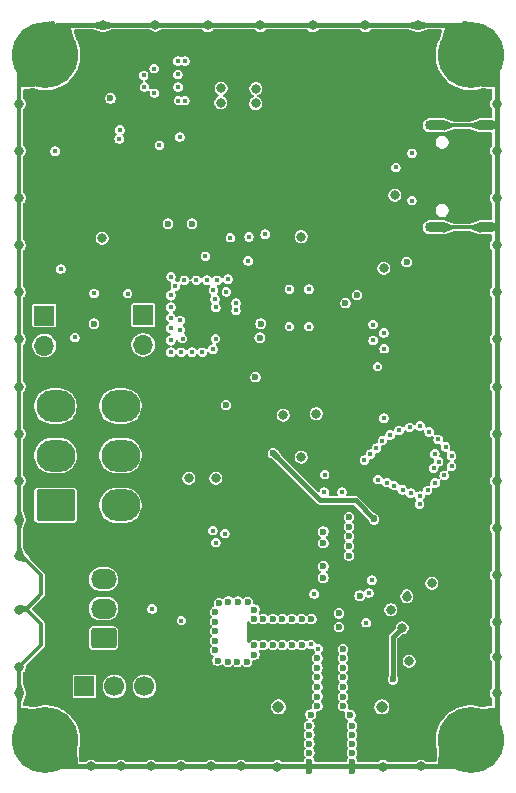
<source format=gbr>
%TF.GenerationSoftware,KiCad,Pcbnew,9.0.1*%
%TF.CreationDate,2025-04-25T18:03:20+03:00*%
%TF.ProjectId,Ricardo-Hermes,52696361-7264-46f2-9d48-65726d65732e,rev?*%
%TF.SameCoordinates,Original*%
%TF.FileFunction,Copper,L3,Inr*%
%TF.FilePolarity,Positive*%
%FSLAX46Y46*%
G04 Gerber Fmt 4.6, Leading zero omitted, Abs format (unit mm)*
G04 Created by KiCad (PCBNEW 9.0.1) date 2025-04-25 18:03:20*
%MOMM*%
%LPD*%
G01*
G04 APERTURE LIST*
G04 Aperture macros list*
%AMRoundRect*
0 Rectangle with rounded corners*
0 $1 Rounding radius*
0 $2 $3 $4 $5 $6 $7 $8 $9 X,Y pos of 4 corners*
0 Add a 4 corners polygon primitive as box body*
4,1,4,$2,$3,$4,$5,$6,$7,$8,$9,$2,$3,0*
0 Add four circle primitives for the rounded corners*
1,1,$1+$1,$2,$3*
1,1,$1+$1,$4,$5*
1,1,$1+$1,$6,$7*
1,1,$1+$1,$8,$9*
0 Add four rect primitives between the rounded corners*
20,1,$1+$1,$2,$3,$4,$5,0*
20,1,$1+$1,$4,$5,$6,$7,0*
20,1,$1+$1,$6,$7,$8,$9,0*
20,1,$1+$1,$8,$9,$2,$3,0*%
G04 Aperture macros list end*
%TA.AperFunction,ComponentPad*%
%ADD10RoundRect,0.250001X1.399999X-1.099999X1.399999X1.099999X-1.399999X1.099999X-1.399999X-1.099999X0*%
%TD*%
%TA.AperFunction,ComponentPad*%
%ADD11O,3.300000X2.700000*%
%TD*%
%TA.AperFunction,ComponentPad*%
%ADD12R,1.700000X1.700000*%
%TD*%
%TA.AperFunction,ComponentPad*%
%ADD13O,2.000000X0.900000*%
%TD*%
%TA.AperFunction,ComponentPad*%
%ADD14O,1.700000X0.900000*%
%TD*%
%TA.AperFunction,ComponentPad*%
%ADD15C,0.970000*%
%TD*%
%TA.AperFunction,ComponentPad*%
%ADD16C,1.700000*%
%TD*%
%TA.AperFunction,ComponentPad*%
%ADD17C,5.600000*%
%TD*%
%TA.AperFunction,ComponentPad*%
%ADD18RoundRect,0.250000X0.850000X0.600000X-0.850000X0.600000X-0.850000X-0.600000X0.850000X-0.600000X0*%
%TD*%
%TA.AperFunction,ComponentPad*%
%ADD19O,2.200000X1.700000*%
%TD*%
%TA.AperFunction,ComponentPad*%
%ADD20O,1.700000X1.700000*%
%TD*%
%TA.AperFunction,ViaPad*%
%ADD21C,0.450000*%
%TD*%
%TA.AperFunction,ViaPad*%
%ADD22C,0.600000*%
%TD*%
%TA.AperFunction,ViaPad*%
%ADD23C,0.800000*%
%TD*%
%TA.AperFunction,Conductor*%
%ADD24C,0.300000*%
%TD*%
%TA.AperFunction,Conductor*%
%ADD25C,0.400000*%
%TD*%
G04 APERTURE END LIST*
D10*
%TO.N,GND*%
%TO.C,J1*%
X122568000Y-112697000D03*
D11*
X122568000Y-108497000D03*
%TO.N,RBUS_uC_V*%
X122568000Y-104297000D03*
%TO.N,+16.8V*%
X128068000Y-112697000D03*
%TO.N,/CAN+*%
X128068000Y-108497000D03*
%TO.N,/CAN-*%
X128068000Y-104297000D03*
%TD*%
D12*
%TO.N,+3V3*%
%TO.C,POWER_UART1*%
X130095800Y-118504600D03*
%TD*%
D13*
%TO.N,GND*%
%TO.C,J2*%
X154824400Y-89169600D03*
D14*
X158994400Y-89169600D03*
D13*
X154824400Y-80529600D03*
D14*
X158994400Y-80529600D03*
%TD*%
D15*
%TO.N,GND*%
%TO.C,ANT_SMA1*%
X141434400Y-129768400D03*
X150194400Y-129768400D03*
%TD*%
D12*
%TO.N,GND*%
%TO.C,UART_ESP1*%
X125015800Y-128029600D03*
D16*
%TO.N,/RXD_ESP*%
X127555800Y-128029600D03*
%TO.N,/TXD_ESP*%
X130095800Y-128029600D03*
%TD*%
D17*
%TO.N,GND*%
%TO.C,H3*%
X121705000Y-132590000D03*
%TD*%
D18*
%TO.N,GND*%
%TO.C,UART1*%
X126633200Y-123951000D03*
D19*
%TO.N,/TXD*%
X126633200Y-121451000D03*
%TO.N,/RXD*%
X126633200Y-118951000D03*
%TD*%
D17*
%TO.N,GND*%
%TO.C,H1*%
X121705000Y-74589600D03*
%TD*%
%TO.N,GND*%
%TO.C,H4*%
X157705400Y-132590000D03*
%TD*%
D12*
%TO.N,/CHIP_PU*%
%TO.C,ENJUMPER1*%
X121612200Y-96635200D03*
D20*
%TO.N,GND*%
X121612200Y-99175200D03*
%TD*%
D12*
%TO.N,/BOOT*%
%TO.C,BOOTJUMPER1*%
X129994200Y-96584400D03*
D20*
%TO.N,GND*%
X129994200Y-99124400D03*
%TD*%
D17*
%TO.N,GND*%
%TO.C,H2*%
X157705400Y-74589600D03*
%TD*%
D21*
%TO.N,GND*%
X136115600Y-98591000D03*
D22*
X137004600Y-104204400D03*
%TO.N,+3V3*%
X134388400Y-103975800D03*
X137842800Y-100597600D03*
%TO.N,GND*%
X139493800Y-101842200D03*
X146910600Y-124880000D03*
D23*
X119505000Y-110631026D03*
X135760000Y-134790000D03*
D21*
X132331000Y-99734000D03*
D22*
X127219200Y-78254200D03*
X139392200Y-121527200D03*
X144048800Y-133640000D03*
D23*
X153540000Y-134790000D03*
D21*
X132712000Y-94146000D03*
D22*
X145234200Y-117869600D03*
D23*
X154419999Y-119306001D03*
D21*
X133220000Y-99734000D03*
D23*
X126571500Y-72055800D03*
X126514400Y-90082000D03*
D22*
X136090200Y-121730400D03*
D23*
X157705000Y-72389600D03*
X159905400Y-114622740D03*
X159905400Y-94664170D03*
X119504000Y-126378600D03*
D21*
X154196491Y-106484075D03*
D22*
X136090200Y-124168800D03*
D23*
X119504000Y-117006000D03*
X159905400Y-90672456D03*
D22*
X146566999Y-122991200D03*
D21*
X154958491Y-107119075D03*
D22*
X141779800Y-124524400D03*
X147418600Y-116142400D03*
D21*
X156101491Y-109405075D03*
D23*
X150365000Y-92622000D03*
D22*
X146566999Y-121841200D03*
D23*
X159261035Y-73033965D03*
X153256500Y-72055800D03*
D21*
X151254000Y-111037000D03*
X149222000Y-108370000D03*
X142364000Y-97575000D03*
D22*
X147418600Y-114516800D03*
X145234200Y-118834800D03*
X146910600Y-128893200D03*
X147658800Y-131360000D03*
X147658800Y-134400000D03*
D23*
X119504000Y-121527200D03*
D22*
X140154200Y-124524400D03*
X146910600Y-127267600D03*
X137969800Y-125946800D03*
D23*
X120149365Y-73033965D03*
X159905400Y-78697314D03*
D21*
X134490000Y-93638000D03*
X138884200Y-92012400D03*
D23*
X159905400Y-98655884D03*
D21*
X135379000Y-93638000D03*
D23*
X121705000Y-72389600D03*
D22*
X144048800Y-131360000D03*
X125828600Y-97321000D03*
D21*
X144015000Y-94400000D03*
X146820600Y-111575000D03*
D23*
X119505000Y-94664170D03*
D22*
X137207800Y-120866800D03*
D21*
X132331000Y-96813000D03*
D22*
X145234200Y-115888400D03*
D21*
X156101491Y-108516075D03*
D23*
X119505000Y-132590000D03*
D21*
X154704491Y-110802075D03*
D22*
X144048800Y-132120000D03*
X144726200Y-128080400D03*
X147418600Y-116955200D03*
X138782600Y-125946800D03*
D23*
X119505000Y-98655884D03*
D22*
X146910600Y-128080400D03*
D23*
X119505000Y-113932600D03*
D21*
X144167400Y-124473600D03*
X144827800Y-124829200D03*
D22*
X147418600Y-115329600D03*
X140967000Y-122340000D03*
D21*
X153413000Y-111926000D03*
D23*
X135467500Y-72074200D03*
X150961599Y-121541201D03*
D22*
X146910600Y-129706000D03*
X136293400Y-125845200D03*
X136090200Y-123356000D03*
X136090200Y-122543200D03*
D21*
X155466491Y-110167075D03*
D22*
X138833400Y-120917600D03*
X144726200Y-127267600D03*
D23*
X159905400Y-102647598D03*
D21*
X150619000Y-110783000D03*
D22*
X140967000Y-124524400D03*
X147658800Y-133640000D03*
D23*
X139507777Y-78679386D03*
X139915000Y-72074200D03*
D22*
X146910600Y-125642000D03*
X144726200Y-128893200D03*
X144726200Y-126454800D03*
X144726200Y-129706000D03*
D21*
X151656491Y-106357075D03*
X154069491Y-111437075D03*
D22*
X144048800Y-132880000D03*
D23*
X139519000Y-77423000D03*
D21*
X135937800Y-94501600D03*
D23*
X159905400Y-106639312D03*
X136141000Y-110402000D03*
D21*
X144472200Y-120206400D03*
D23*
X133220000Y-134790000D03*
X150253800Y-134820000D03*
X131019000Y-72055800D03*
D21*
X133118400Y-97854400D03*
D22*
X141779800Y-122340000D03*
D23*
X120149365Y-134145635D03*
D22*
X147658800Y-132120000D03*
D21*
X145357200Y-110101800D03*
X136064800Y-95238200D03*
D23*
X119505000Y-90672456D03*
X119505000Y-78697314D03*
X159905400Y-82689028D03*
X136559000Y-78613000D03*
D22*
X139392200Y-125337200D03*
D23*
X119505000Y-128597882D03*
X159905400Y-128597882D03*
X130680000Y-134790000D03*
X141358800Y-134820000D03*
X119505000Y-82689028D03*
D22*
X147658800Y-132880000D03*
D23*
X159905400Y-125515000D03*
X159905400Y-118614454D03*
X159905400Y-132590000D03*
D22*
X139392200Y-122340000D03*
D23*
X119505000Y-86680742D03*
D22*
X142592600Y-122340000D03*
D21*
X132331000Y-94908000D03*
X133474000Y-93638000D03*
D23*
X159905400Y-122606168D03*
D21*
X155009291Y-108998675D03*
X155593491Y-107754075D03*
D22*
X139392200Y-124524400D03*
D23*
X148809000Y-72075800D03*
X121705000Y-134790000D03*
D22*
X144167400Y-130417200D03*
D21*
X134109000Y-99734000D03*
X132331000Y-97702000D03*
D22*
X136090200Y-124981600D03*
D21*
X153434491Y-105976075D03*
X154679091Y-108338275D03*
D23*
X159905400Y-86680742D03*
D21*
X128005200Y-80916200D03*
D23*
X159905400Y-74589600D03*
D22*
X143405400Y-124524400D03*
D21*
X152545491Y-106103075D03*
X148714000Y-108878000D03*
D23*
X119505000Y-106639312D03*
D21*
X133143800Y-97041600D03*
D22*
X143405400Y-122340000D03*
D21*
X132331000Y-98718000D03*
D23*
X157705000Y-134790000D03*
X159261035Y-134145635D03*
D22*
X145234200Y-114923200D03*
D23*
X152510999Y-125889201D03*
D21*
X142364000Y-94400000D03*
D22*
X147520200Y-130468000D03*
D21*
X136141000Y-95949400D03*
X133321600Y-98591000D03*
D22*
X138020600Y-120866800D03*
D23*
X138300000Y-134790000D03*
D22*
X137157000Y-125946800D03*
D21*
X151372200Y-84099000D03*
D22*
X136395000Y-120968400D03*
X147418600Y-113704000D03*
D23*
X119505000Y-102647598D03*
D22*
X142592600Y-124524400D03*
D21*
X134998000Y-99734000D03*
X154577491Y-109557475D03*
D22*
X148307600Y-120358800D03*
D21*
X150238000Y-107227000D03*
D23*
X125600000Y-134790000D03*
D21*
X144015000Y-97575000D03*
D23*
X143380000Y-89955000D03*
D21*
X149730000Y-107862000D03*
D22*
X144218200Y-122340000D03*
D21*
X135887000Y-99480000D03*
D23*
X159905400Y-110631026D03*
D21*
X132331000Y-95924000D03*
D23*
X144650000Y-104941000D03*
D22*
X140154200Y-122340000D03*
X144048800Y-134400000D03*
D21*
X145320600Y-111575000D03*
D22*
X146910600Y-126454800D03*
D23*
X119505000Y-74589600D03*
D21*
X151957296Y-111392742D03*
D23*
X144361500Y-72075800D03*
D22*
X144726200Y-125642000D03*
D23*
X133855000Y-110402000D03*
D21*
X152651000Y-111672000D03*
D23*
X141856000Y-105068000D03*
X128140000Y-134790000D03*
D21*
X149857000Y-110529000D03*
X136268000Y-93638000D03*
X150894491Y-106738075D03*
D23*
X143380000Y-108624000D03*
X136586777Y-77409386D03*
D21*
%TO.N,+3V3*%
X126158800Y-85154400D03*
D22*
X156257800Y-121578000D03*
X141348000Y-85510000D03*
X136522000Y-91479000D03*
X141348000Y-83351000D03*
X149476000Y-95670000D03*
D21*
X147012200Y-106109400D03*
D22*
X142364000Y-84367000D03*
X141348000Y-84367000D03*
D21*
X129994200Y-86780000D03*
D22*
X133651800Y-90234400D03*
X157019800Y-114262800D03*
D21*
X132077000Y-83935200D03*
X151427800Y-113226000D03*
D22*
X157019800Y-116853600D03*
X128775000Y-124626000D03*
X155343400Y-121578000D03*
%TO.N,VBUS*%
X152295000Y-92110000D03*
D21*
X127955033Y-81674116D03*
X133093000Y-81522200D03*
%TO.N,RBUS_uC_V*%
X122526600Y-82716000D03*
X131365800Y-82208000D03*
%TO.N,/Power/LX1*%
X132945444Y-77286610D03*
X130935938Y-77791523D03*
X132966936Y-78440239D03*
X130095478Y-77279386D03*
X133523158Y-78439650D03*
%TO.N,/Power/LX2*%
X130030200Y-76301200D03*
X130910200Y-75726200D03*
X133523178Y-75081023D03*
X132930200Y-75081023D03*
X132930200Y-76227413D03*
%TO.N,/BOOT*%
X135252000Y-91606000D03*
D22*
X139925600Y-97321000D03*
D21*
%TO.N,/CHIP_PU*%
X124203000Y-98489400D03*
X132339932Y-93342132D03*
D22*
X139859999Y-98515744D03*
D21*
%TO.N,Net-(JP1-B)*%
X123009200Y-92698200D03*
X128673400Y-94781000D03*
X125828600Y-94755600D03*
%TO.N,CRX*%
X136903000Y-115101000D03*
X140313200Y-89751800D03*
%TO.N,CSD*%
X138947700Y-89967700D03*
X135887000Y-114847000D03*
D23*
%TO.N,VAA*%
X152307799Y-120428201D03*
D22*
X151139399Y-127438601D03*
D23*
X151901399Y-123069801D03*
D21*
%TO.N,ANT_SEL*%
X136141000Y-115863000D03*
X137372900Y-90043900D03*
%TO.N,CPS*%
X148861599Y-122641201D03*
X149450600Y-97397200D03*
%TO.N,CHL*%
X149450600Y-98737403D03*
X149349000Y-119038000D03*
%TO.N,CTX*%
X149095000Y-120123401D03*
X150365000Y-98108400D03*
D22*
%TO.N,/CAN_RX*%
X147113800Y-95568400D03*
X134109000Y-88862800D03*
%TO.N,/CAN_TX*%
X132077000Y-88862800D03*
X148079000Y-94908000D03*
D21*
%TO.N,SX_BUSY*%
X150365000Y-105322000D03*
X149831600Y-100953200D03*
%TO.N,Net-(U1-U0TXD{slash}PROG{slash}GPIO43)*%
X133220000Y-122467000D03*
X137842800Y-95574397D03*
%TO.N,RF_RST*%
X150390400Y-99441900D03*
X153383600Y-112616400D03*
%TO.N,/RXD*%
X137030000Y-94628600D03*
%TO.N,/RXD_ESP*%
X137842800Y-96203400D03*
%TO.N,+5V*%
X152744400Y-82899600D03*
X152744400Y-86899600D03*
D23*
X151296000Y-86435800D03*
D21*
%TO.N,Net-(U1-MTDI{slash}JTAG{slash}GPIO41)*%
X130756200Y-121476400D03*
X137157000Y-93561800D03*
D22*
%TO.N,VPP*%
X140988400Y-108298400D03*
X149522800Y-113886400D03*
%TO.N,GND*%
X144048800Y-135160000D03*
X147658800Y-135160000D03*
%TD*%
D24*
%TO.N,GND*%
X120062800Y-121527200D02*
X120139000Y-121527200D01*
D25*
X121705000Y-72389600D02*
X120793730Y-72389600D01*
D24*
X120062800Y-121527200D02*
X119504000Y-121527200D01*
X154824400Y-80529600D02*
X158994400Y-80529600D01*
X119504000Y-113933600D02*
X119505000Y-113932600D01*
D25*
X159686800Y-73506800D02*
X158975600Y-72795600D01*
X119505000Y-133501270D02*
X120149365Y-134145635D01*
X119505000Y-74589600D02*
X119505000Y-73678330D01*
X157705000Y-134790000D02*
X158616670Y-134790000D01*
X159905400Y-74705600D02*
X159905400Y-125515000D01*
X120793730Y-72389600D02*
X120149365Y-73033965D01*
D24*
X119505000Y-113932600D02*
X119505000Y-74589600D01*
D25*
X153540000Y-134790000D02*
X157705000Y-134790000D01*
X159905400Y-74589600D02*
X159905400Y-73678330D01*
X159905400Y-133501270D02*
X159261035Y-134145635D01*
X159905400Y-125515000D02*
X159905400Y-132590000D01*
X119505000Y-73678330D02*
X120149365Y-73033965D01*
X158616670Y-72389600D02*
X159261035Y-73033965D01*
D24*
X154824400Y-89169600D02*
X158994400Y-89169600D01*
D25*
X158616670Y-134790000D02*
X159261035Y-134145635D01*
X119505000Y-132590000D02*
X119505000Y-133501270D01*
X158950200Y-72643200D02*
X158112000Y-72643200D01*
X120793730Y-134790000D02*
X120149365Y-134145635D01*
X157705400Y-72389600D02*
X158616670Y-72389600D01*
D24*
X119504000Y-117006000D02*
X119504000Y-113933600D01*
X120139000Y-121527200D02*
X121332800Y-122721000D01*
D25*
X159905400Y-73678330D02*
X159261035Y-73033965D01*
X130680000Y-134790000D02*
X133220000Y-134790000D01*
X138300000Y-134790000D02*
X153540000Y-134790000D01*
X158975600Y-72795600D02*
X158975600Y-72516200D01*
D24*
X119505000Y-128597882D02*
X119505000Y-132590000D01*
D25*
X133220000Y-134790000D02*
X135760000Y-134790000D01*
X135760000Y-134790000D02*
X138300000Y-134790000D01*
X159915400Y-75746080D02*
X159915400Y-73760800D01*
X121705000Y-134790000D02*
X120793730Y-134790000D01*
D24*
X121358200Y-120231800D02*
X120062800Y-121527200D01*
D25*
X158112000Y-72643200D02*
X157705600Y-72236800D01*
D24*
X119758000Y-117006000D02*
X121358200Y-118606200D01*
X119504000Y-126378600D02*
X119504000Y-128596882D01*
D25*
X157171200Y-71855800D02*
X157705000Y-72389600D01*
D24*
X119504000Y-117006000D02*
X119758000Y-117006000D01*
D25*
X126571500Y-72055800D02*
X122658800Y-72055800D01*
X122238800Y-71855800D02*
X121705000Y-72389600D01*
X125600000Y-134790000D02*
X128140000Y-134790000D01*
X128140000Y-134790000D02*
X130680000Y-134790000D01*
D24*
X121358200Y-118606200D02*
X121358200Y-120231800D01*
D25*
X159915400Y-73760800D02*
X159636000Y-73481400D01*
X159905400Y-132590000D02*
X159905400Y-133501270D01*
X126571500Y-72055800D02*
X153256500Y-72055800D01*
D24*
X121332800Y-124549800D02*
X119504000Y-126378600D01*
X119504000Y-128596882D02*
X119505000Y-128597882D01*
D25*
X122125000Y-134790000D02*
X125600000Y-134790000D01*
D24*
X121332800Y-122721000D02*
X121332800Y-124549800D01*
D25*
X153256500Y-72055800D02*
X157171200Y-72055800D01*
%TO.N,VAA*%
X151139399Y-123831801D02*
X151901399Y-123069801D01*
X151139399Y-127438601D02*
X151139399Y-123831801D01*
X152307799Y-120428201D02*
X152307799Y-120123401D01*
X152316800Y-120419200D02*
X152307799Y-120428201D01*
%TO.N,VPP*%
X149522800Y-113835600D02*
X147973400Y-112286200D01*
X149522800Y-113886400D02*
X149522800Y-113835600D01*
X149522800Y-113734000D02*
X149522800Y-113886400D01*
X147973400Y-112286200D02*
X144976200Y-112286200D01*
X144976200Y-112286200D02*
X140988400Y-108298400D01*
%TD*%
%TA.AperFunction,Conductor*%
%TO.N,+3V3*%
G36*
X125755883Y-72410563D02*
G01*
X126440988Y-72595023D01*
X126445800Y-72596236D01*
X126445835Y-72596244D01*
X126445842Y-72596246D01*
X126446038Y-72596292D01*
X126446531Y-72596408D01*
X126448106Y-72596437D01*
X126477908Y-72600641D01*
X126499025Y-72606300D01*
X126499026Y-72606300D01*
X126643976Y-72606300D01*
X126661308Y-72601654D01*
X126669041Y-72599582D01*
X126692880Y-72595632D01*
X126702010Y-72595023D01*
X127174978Y-72467679D01*
X127387116Y-72410564D01*
X127419354Y-72406300D01*
X130539614Y-72406300D01*
X130606653Y-72425985D01*
X130627294Y-72442618D01*
X130680985Y-72496309D01*
X130680986Y-72496310D01*
X130680988Y-72496311D01*
X130806511Y-72568782D01*
X130806512Y-72568782D01*
X130806515Y-72568784D01*
X130946525Y-72606300D01*
X130946528Y-72606300D01*
X131091472Y-72606300D01*
X131091475Y-72606300D01*
X131231485Y-72568784D01*
X131357015Y-72496309D01*
X131410705Y-72442619D01*
X131472028Y-72409134D01*
X131498386Y-72406300D01*
X134969714Y-72406300D01*
X135036753Y-72425985D01*
X135057394Y-72442618D01*
X135129485Y-72514709D01*
X135129486Y-72514710D01*
X135129488Y-72514711D01*
X135255011Y-72587182D01*
X135255012Y-72587182D01*
X135255015Y-72587184D01*
X135395025Y-72624700D01*
X135395028Y-72624700D01*
X135539972Y-72624700D01*
X135539975Y-72624700D01*
X135679985Y-72587184D01*
X135805515Y-72514709D01*
X135877605Y-72442619D01*
X135938928Y-72409134D01*
X135965286Y-72406300D01*
X139417214Y-72406300D01*
X139484253Y-72425985D01*
X139504894Y-72442618D01*
X139576985Y-72514709D01*
X139576986Y-72514710D01*
X139576988Y-72514711D01*
X139702511Y-72587182D01*
X139702512Y-72587182D01*
X139702515Y-72587184D01*
X139842525Y-72624700D01*
X139842528Y-72624700D01*
X139987472Y-72624700D01*
X139987475Y-72624700D01*
X140127485Y-72587184D01*
X140253015Y-72514709D01*
X140325105Y-72442619D01*
X140386428Y-72409134D01*
X140412786Y-72406300D01*
X143862113Y-72406300D01*
X143929152Y-72425985D01*
X143949794Y-72442618D01*
X144023485Y-72516309D01*
X144023487Y-72516310D01*
X144023488Y-72516311D01*
X144149011Y-72588782D01*
X144149012Y-72588782D01*
X144149015Y-72588784D01*
X144289025Y-72626300D01*
X144289028Y-72626300D01*
X144433972Y-72626300D01*
X144433975Y-72626300D01*
X144573985Y-72588784D01*
X144699515Y-72516309D01*
X144773206Y-72442618D01*
X144834530Y-72409134D01*
X144860887Y-72406300D01*
X148309613Y-72406300D01*
X148376652Y-72425985D01*
X148397294Y-72442618D01*
X148470985Y-72516309D01*
X148470987Y-72516310D01*
X148470988Y-72516311D01*
X148596511Y-72588782D01*
X148596512Y-72588782D01*
X148596515Y-72588784D01*
X148736525Y-72626300D01*
X148736528Y-72626300D01*
X148881472Y-72626300D01*
X148881475Y-72626300D01*
X149021485Y-72588784D01*
X149147015Y-72516309D01*
X149220706Y-72442618D01*
X149282030Y-72409134D01*
X149308387Y-72406300D01*
X152408647Y-72406300D01*
X152440883Y-72410563D01*
X153125988Y-72595023D01*
X153130800Y-72596236D01*
X153130835Y-72596244D01*
X153130842Y-72596246D01*
X153131038Y-72596292D01*
X153131531Y-72596408D01*
X153133106Y-72596437D01*
X153162908Y-72600641D01*
X153184025Y-72606300D01*
X153184026Y-72606300D01*
X153328976Y-72606300D01*
X153346308Y-72601654D01*
X153354041Y-72599582D01*
X153377880Y-72595632D01*
X153387010Y-72595023D01*
X153859978Y-72467679D01*
X154072116Y-72410564D01*
X154104354Y-72406300D01*
X155168879Y-72406300D01*
X155235918Y-72425985D01*
X155281673Y-72478789D01*
X155291617Y-72547947D01*
X155287835Y-72565307D01*
X155105893Y-73183551D01*
X155098657Y-73202345D01*
X154975200Y-73458705D01*
X154865745Y-73771510D01*
X154792004Y-74094594D01*
X154792001Y-74094608D01*
X154754900Y-74423896D01*
X154754900Y-74755303D01*
X154792001Y-75084591D01*
X154792003Y-75084603D01*
X154792004Y-75084606D01*
X154803341Y-75134275D01*
X154865746Y-75407693D01*
X154865749Y-75407701D01*
X154975199Y-75720490D01*
X155118982Y-76019058D01*
X155118984Y-76019061D01*
X155295296Y-76299660D01*
X155421035Y-76457331D01*
X155495806Y-76551092D01*
X155501916Y-76558753D01*
X155736247Y-76793084D01*
X155995340Y-76999704D01*
X156275939Y-77176016D01*
X156574513Y-77319802D01*
X156809437Y-77402005D01*
X156887298Y-77429250D01*
X156887306Y-77429253D01*
X156887309Y-77429253D01*
X156887310Y-77429254D01*
X157210394Y-77502996D01*
X157210403Y-77502997D01*
X157210408Y-77502998D01*
X157429933Y-77527732D01*
X157539697Y-77540099D01*
X157539700Y-77540100D01*
X157539703Y-77540100D01*
X157871100Y-77540100D01*
X157871101Y-77540099D01*
X158039396Y-77521137D01*
X158200391Y-77502998D01*
X158200394Y-77502997D01*
X158200406Y-77502996D01*
X158523490Y-77429254D01*
X158568228Y-77413598D01*
X158616180Y-77406837D01*
X159437901Y-77453290D01*
X159503720Y-77476727D01*
X159546422Y-77532029D01*
X159554900Y-77577092D01*
X159554900Y-78217928D01*
X159535215Y-78284967D01*
X159518581Y-78305609D01*
X159464893Y-78359296D01*
X159464888Y-78359302D01*
X159392417Y-78484825D01*
X159392416Y-78484829D01*
X159354900Y-78624839D01*
X159354900Y-78769789D01*
X159387612Y-78891871D01*
X159392417Y-78909802D01*
X159464888Y-79035325D01*
X159464893Y-79035331D01*
X159518581Y-79089019D01*
X159552066Y-79150342D01*
X159554900Y-79176700D01*
X159554900Y-79805100D01*
X159535215Y-79872139D01*
X159482411Y-79917894D01*
X159430900Y-79929100D01*
X158515343Y-79929100D01*
X158515335Y-79929101D01*
X158479271Y-79938763D01*
X158479272Y-79938764D01*
X158472655Y-79940536D01*
X158446996Y-79944455D01*
X158415734Y-79955788D01*
X158410572Y-79957172D01*
X158410571Y-79957171D01*
X158362614Y-79970023D01*
X158362612Y-79970023D01*
X158348670Y-79978073D01*
X158328941Y-79987258D01*
X157682414Y-80221674D01*
X157640147Y-80229100D01*
X156328651Y-80229100D01*
X156286384Y-80221674D01*
X155639858Y-79987258D01*
X155629587Y-79983534D01*
X155606184Y-79970023D01*
X155553067Y-79955790D01*
X155548042Y-79953968D01*
X155548041Y-79953967D01*
X155520872Y-79944116D01*
X155508476Y-79940199D01*
X155506601Y-79939692D01*
X155506594Y-79939691D01*
X155506162Y-79939680D01*
X155477337Y-79935498D01*
X155453460Y-79929100D01*
X155453457Y-79929100D01*
X154195343Y-79929100D01*
X154042616Y-79970023D01*
X154042609Y-79970026D01*
X153905690Y-80049075D01*
X153905682Y-80049081D01*
X153793881Y-80160882D01*
X153793875Y-80160890D01*
X153714826Y-80297809D01*
X153714823Y-80297816D01*
X153673900Y-80450543D01*
X153673900Y-80608657D01*
X153714471Y-80760068D01*
X153714823Y-80761383D01*
X153714826Y-80761390D01*
X153793875Y-80898309D01*
X153793879Y-80898314D01*
X153793880Y-80898316D01*
X153905684Y-81010120D01*
X153905686Y-81010121D01*
X153905690Y-81010124D01*
X154042609Y-81089173D01*
X154042616Y-81089177D01*
X154195343Y-81130100D01*
X154195345Y-81130100D01*
X155453457Y-81130100D01*
X155494443Y-81119117D01*
X155520869Y-81115083D01*
X155553057Y-81103412D01*
X155606184Y-81089177D01*
X155620133Y-81081122D01*
X155639856Y-81071939D01*
X156286383Y-80837526D01*
X156328650Y-80830100D01*
X157640150Y-80830100D01*
X157682417Y-80837526D01*
X158339211Y-81075664D01*
X158362616Y-81089177D01*
X158415734Y-81103410D01*
X158446994Y-81114744D01*
X158469174Y-81120970D01*
X158472566Y-81121656D01*
X158475266Y-81122178D01*
X158475268Y-81122177D01*
X158475270Y-81122178D01*
X158475708Y-81122203D01*
X158500929Y-81126237D01*
X158515343Y-81130100D01*
X158515344Y-81130100D01*
X159430900Y-81130100D01*
X159497939Y-81149785D01*
X159543694Y-81202589D01*
X159554900Y-81254100D01*
X159554900Y-82209642D01*
X159535215Y-82276681D01*
X159518581Y-82297323D01*
X159464893Y-82351010D01*
X159464888Y-82351016D01*
X159392417Y-82476539D01*
X159392416Y-82476543D01*
X159354900Y-82616553D01*
X159354900Y-82761503D01*
X159392416Y-82901513D01*
X159392417Y-82901516D01*
X159464888Y-83027039D01*
X159464893Y-83027045D01*
X159518581Y-83080733D01*
X159552066Y-83142056D01*
X159554900Y-83168414D01*
X159554900Y-86201356D01*
X159535215Y-86268395D01*
X159518581Y-86289037D01*
X159464893Y-86342724D01*
X159464888Y-86342730D01*
X159392417Y-86468253D01*
X159392416Y-86468257D01*
X159354900Y-86608267D01*
X159354900Y-86753217D01*
X159392416Y-86893227D01*
X159392417Y-86893230D01*
X159464888Y-87018753D01*
X159464893Y-87018759D01*
X159518581Y-87072447D01*
X159552066Y-87133770D01*
X159554900Y-87160128D01*
X159554900Y-88445100D01*
X159535215Y-88512139D01*
X159482411Y-88557894D01*
X159430900Y-88569100D01*
X158515343Y-88569100D01*
X158515335Y-88569101D01*
X158479271Y-88578763D01*
X158479272Y-88578764D01*
X158472655Y-88580536D01*
X158446996Y-88584455D01*
X158415734Y-88595788D01*
X158410572Y-88597172D01*
X158410571Y-88597171D01*
X158362614Y-88610023D01*
X158362612Y-88610023D01*
X158348670Y-88618073D01*
X158328941Y-88627258D01*
X157682414Y-88861674D01*
X157640147Y-88869100D01*
X156328651Y-88869100D01*
X156286384Y-88861674D01*
X155639858Y-88627258D01*
X155629587Y-88623534D01*
X155606184Y-88610023D01*
X155553067Y-88595790D01*
X155548042Y-88593968D01*
X155548041Y-88593967D01*
X155520872Y-88584116D01*
X155508476Y-88580199D01*
X155506601Y-88579692D01*
X155506594Y-88579691D01*
X155506162Y-88579680D01*
X155477337Y-88575498D01*
X155453460Y-88569100D01*
X155453457Y-88569100D01*
X154195343Y-88569100D01*
X154042616Y-88610023D01*
X154042609Y-88610026D01*
X153905690Y-88689075D01*
X153905682Y-88689081D01*
X153793881Y-88800882D01*
X153793875Y-88800890D01*
X153714826Y-88937809D01*
X153714823Y-88937816D01*
X153673900Y-89090543D01*
X153673900Y-89248657D01*
X153700332Y-89347300D01*
X153714823Y-89401383D01*
X153714826Y-89401390D01*
X153793875Y-89538309D01*
X153793879Y-89538314D01*
X153793880Y-89538316D01*
X153905684Y-89650120D01*
X153905686Y-89650121D01*
X153905690Y-89650124D01*
X154042609Y-89729173D01*
X154042616Y-89729177D01*
X154195343Y-89770100D01*
X154195345Y-89770100D01*
X155453457Y-89770100D01*
X155494443Y-89759117D01*
X155520869Y-89755083D01*
X155553057Y-89743412D01*
X155606184Y-89729177D01*
X155620133Y-89721122D01*
X155639856Y-89711939D01*
X156286383Y-89477526D01*
X156328650Y-89470100D01*
X157640150Y-89470100D01*
X157682417Y-89477526D01*
X158339211Y-89715664D01*
X158362616Y-89729177D01*
X158415734Y-89743410D01*
X158446994Y-89754744D01*
X158469174Y-89760970D01*
X158472566Y-89761656D01*
X158475266Y-89762178D01*
X158475268Y-89762177D01*
X158475270Y-89762178D01*
X158475708Y-89762203D01*
X158500929Y-89766237D01*
X158515343Y-89770100D01*
X158515344Y-89770100D01*
X159430900Y-89770100D01*
X159497939Y-89789785D01*
X159543694Y-89842589D01*
X159554900Y-89894100D01*
X159554900Y-90193070D01*
X159535215Y-90260109D01*
X159518581Y-90280751D01*
X159464893Y-90334438D01*
X159464888Y-90334444D01*
X159392417Y-90459967D01*
X159392416Y-90459971D01*
X159354900Y-90599981D01*
X159354900Y-90744931D01*
X159392416Y-90884941D01*
X159392417Y-90884944D01*
X159464888Y-91010467D01*
X159464893Y-91010473D01*
X159518581Y-91064161D01*
X159552066Y-91125484D01*
X159554900Y-91151842D01*
X159554900Y-94184784D01*
X159535215Y-94251823D01*
X159518581Y-94272465D01*
X159464893Y-94326152D01*
X159464888Y-94326158D01*
X159392417Y-94451681D01*
X159392416Y-94451685D01*
X159354900Y-94591695D01*
X159354900Y-94736645D01*
X159392416Y-94876655D01*
X159392417Y-94876658D01*
X159464888Y-95002181D01*
X159464893Y-95002187D01*
X159518581Y-95055875D01*
X159552066Y-95117198D01*
X159554900Y-95143556D01*
X159554900Y-98176498D01*
X159535215Y-98243537D01*
X159518581Y-98264179D01*
X159464893Y-98317866D01*
X159464888Y-98317872D01*
X159392417Y-98443395D01*
X159392416Y-98443399D01*
X159354900Y-98583409D01*
X159354900Y-98728359D01*
X159391871Y-98866334D01*
X159392417Y-98868372D01*
X159464888Y-98993895D01*
X159464893Y-98993901D01*
X159518581Y-99047589D01*
X159552066Y-99108912D01*
X159554900Y-99135270D01*
X159554900Y-102168212D01*
X159535215Y-102235251D01*
X159518581Y-102255893D01*
X159464893Y-102309580D01*
X159464888Y-102309586D01*
X159392417Y-102435109D01*
X159392416Y-102435113D01*
X159354900Y-102575123D01*
X159354900Y-102720073D01*
X159375379Y-102796500D01*
X159392417Y-102860086D01*
X159464888Y-102985609D01*
X159464893Y-102985615D01*
X159518581Y-103039303D01*
X159552066Y-103100626D01*
X159554900Y-103126984D01*
X159554900Y-106159926D01*
X159535215Y-106226965D01*
X159518581Y-106247607D01*
X159464893Y-106301294D01*
X159464888Y-106301300D01*
X159392417Y-106426823D01*
X159391345Y-106430824D01*
X159354900Y-106566837D01*
X159354900Y-106711787D01*
X159391952Y-106850066D01*
X159392417Y-106851800D01*
X159464888Y-106977323D01*
X159464893Y-106977329D01*
X159518581Y-107031017D01*
X159552066Y-107092340D01*
X159554900Y-107118698D01*
X159554900Y-110151640D01*
X159535215Y-110218679D01*
X159518581Y-110239321D01*
X159464893Y-110293008D01*
X159464888Y-110293014D01*
X159392417Y-110418537D01*
X159390647Y-110425142D01*
X159354900Y-110558551D01*
X159354900Y-110703501D01*
X159374694Y-110777371D01*
X159392417Y-110843514D01*
X159464888Y-110969037D01*
X159464893Y-110969043D01*
X159518581Y-111022731D01*
X159552066Y-111084054D01*
X159554900Y-111110412D01*
X159554900Y-114143354D01*
X159535215Y-114210393D01*
X159518581Y-114231035D01*
X159464893Y-114284722D01*
X159464888Y-114284728D01*
X159392417Y-114410251D01*
X159392416Y-114410255D01*
X159354900Y-114550265D01*
X159354900Y-114695215D01*
X159392416Y-114835225D01*
X159392417Y-114835228D01*
X159464888Y-114960751D01*
X159464893Y-114960757D01*
X159518581Y-115014445D01*
X159552066Y-115075768D01*
X159554900Y-115102126D01*
X159554900Y-118135068D01*
X159535215Y-118202107D01*
X159518581Y-118222749D01*
X159464893Y-118276436D01*
X159464888Y-118276442D01*
X159392417Y-118401965D01*
X159392416Y-118401969D01*
X159354900Y-118541979D01*
X159354900Y-118686929D01*
X159383327Y-118793017D01*
X159392417Y-118826942D01*
X159464888Y-118952465D01*
X159464893Y-118952471D01*
X159518581Y-119006159D01*
X159552066Y-119067482D01*
X159554900Y-119093840D01*
X159554900Y-122126782D01*
X159535215Y-122193821D01*
X159518581Y-122214463D01*
X159464893Y-122268150D01*
X159464888Y-122268156D01*
X159392417Y-122393679D01*
X159387983Y-122410223D01*
X159354900Y-122533693D01*
X159354900Y-122678643D01*
X159384921Y-122790680D01*
X159392417Y-122818656D01*
X159464888Y-122944179D01*
X159464893Y-122944185D01*
X159518581Y-122997873D01*
X159552066Y-123059196D01*
X159554900Y-123085554D01*
X159554900Y-125035614D01*
X159535215Y-125102653D01*
X159518581Y-125123295D01*
X159464893Y-125176982D01*
X159464888Y-125176988D01*
X159392417Y-125302511D01*
X159392416Y-125302515D01*
X159354900Y-125442525D01*
X159354900Y-125587475D01*
X159385402Y-125701309D01*
X159392417Y-125727488D01*
X159464888Y-125853011D01*
X159464893Y-125853017D01*
X159518581Y-125906705D01*
X159552066Y-125968028D01*
X159554900Y-125994386D01*
X159554900Y-128118496D01*
X159535215Y-128185535D01*
X159518581Y-128206177D01*
X159464893Y-128259864D01*
X159464888Y-128259870D01*
X159392417Y-128385393D01*
X159392416Y-128385397D01*
X159354900Y-128525407D01*
X159354900Y-128670357D01*
X159384610Y-128781234D01*
X159392417Y-128810370D01*
X159464888Y-128935893D01*
X159464893Y-128935899D01*
X159518581Y-128989587D01*
X159552066Y-129050910D01*
X159554900Y-129077268D01*
X159554900Y-129602506D01*
X159535215Y-129669545D01*
X159482411Y-129715300D01*
X159437899Y-129726308D01*
X158616179Y-129772760D01*
X158568224Y-129765999D01*
X158523495Y-129750347D01*
X158523489Y-129750345D01*
X158274147Y-129693434D01*
X158200406Y-129676604D01*
X158200403Y-129676603D01*
X158200391Y-129676601D01*
X157871103Y-129639500D01*
X157871097Y-129639500D01*
X157539703Y-129639500D01*
X157539696Y-129639500D01*
X157210408Y-129676601D01*
X157210394Y-129676604D01*
X156887306Y-129750346D01*
X156887298Y-129750349D01*
X156574509Y-129859799D01*
X156275941Y-130003582D01*
X155995341Y-130179895D01*
X155736247Y-130386515D01*
X155501915Y-130620847D01*
X155295295Y-130879941D01*
X155118982Y-131160541D01*
X154975199Y-131459109D01*
X154865749Y-131771898D01*
X154865746Y-131771906D01*
X154792004Y-132094994D01*
X154792001Y-132095008D01*
X154754900Y-132424296D01*
X154754900Y-132755703D01*
X154792001Y-133084991D01*
X154792004Y-133085005D01*
X154865745Y-133408089D01*
X154865747Y-133408095D01*
X154881399Y-133452824D01*
X154888160Y-133500778D01*
X154841709Y-134322498D01*
X154818273Y-134388320D01*
X154762970Y-134431022D01*
X154717907Y-134439500D01*
X154019386Y-134439500D01*
X153952347Y-134419815D01*
X153931705Y-134403181D01*
X153878017Y-134349493D01*
X153878011Y-134349488D01*
X153752488Y-134277017D01*
X153752489Y-134277017D01*
X153724435Y-134269500D01*
X153612475Y-134239500D01*
X153467525Y-134239500D01*
X153355565Y-134269500D01*
X153327511Y-134277017D01*
X153201988Y-134349488D01*
X153201982Y-134349493D01*
X153148295Y-134403181D01*
X153086972Y-134436666D01*
X153060614Y-134439500D01*
X150703186Y-134439500D01*
X150636147Y-134419815D01*
X150615505Y-134403181D01*
X150591817Y-134379493D01*
X150591811Y-134379488D01*
X150466288Y-134307017D01*
X150466289Y-134307017D01*
X150440325Y-134300060D01*
X150326275Y-134269500D01*
X150181325Y-134269500D01*
X150067275Y-134300060D01*
X150041311Y-134307017D01*
X149915788Y-134379488D01*
X149915782Y-134379493D01*
X149892095Y-134403181D01*
X149830772Y-134436666D01*
X149804414Y-134439500D01*
X148230924Y-134439500D01*
X148163885Y-134419815D01*
X148118130Y-134367011D01*
X148111149Y-134347594D01*
X148109300Y-134340693D01*
X148109300Y-134340691D01*
X148078599Y-134226114D01*
X148019289Y-134123387D01*
X148003583Y-134107681D01*
X147970098Y-134046358D01*
X147975082Y-133976666D01*
X148003583Y-133932319D01*
X148019289Y-133916613D01*
X148078599Y-133813886D01*
X148109300Y-133699309D01*
X148109300Y-133580691D01*
X148078599Y-133466114D01*
X148019289Y-133363387D01*
X148003583Y-133347681D01*
X147970098Y-133286358D01*
X147975082Y-133216666D01*
X148003583Y-133172319D01*
X148019289Y-133156613D01*
X148078599Y-133053886D01*
X148109300Y-132939309D01*
X148109300Y-132820691D01*
X148078599Y-132706114D01*
X148019289Y-132603387D01*
X148003583Y-132587681D01*
X147970098Y-132526358D01*
X147975082Y-132456666D01*
X148003583Y-132412319D01*
X148019289Y-132396613D01*
X148078599Y-132293886D01*
X148109300Y-132179309D01*
X148109300Y-132060691D01*
X148078599Y-131946114D01*
X148019289Y-131843387D01*
X148003583Y-131827681D01*
X147970098Y-131766358D01*
X147975082Y-131696666D01*
X148003583Y-131652319D01*
X148019289Y-131636613D01*
X148078599Y-131533886D01*
X148109300Y-131419309D01*
X148109300Y-131300691D01*
X148078599Y-131186114D01*
X148019289Y-131083387D01*
X147935413Y-130999511D01*
X147921036Y-130991210D01*
X147879068Y-130966979D01*
X147830853Y-130916411D01*
X147817632Y-130847804D01*
X147843601Y-130782940D01*
X147853374Y-130771927D01*
X147880689Y-130744613D01*
X147939999Y-130641886D01*
X147970700Y-130527309D01*
X147970700Y-130408691D01*
X147939999Y-130294114D01*
X147880689Y-130191387D01*
X147796813Y-130107511D01*
X147694086Y-130048201D01*
X147579509Y-130017500D01*
X147460891Y-130017500D01*
X147455125Y-130017500D01*
X147437398Y-130012295D01*
X147418923Y-130012098D01*
X147404568Y-130002654D01*
X147388086Y-129997815D01*
X147375988Y-129983853D01*
X147360551Y-129973698D01*
X147353580Y-129957993D01*
X147342331Y-129945011D01*
X147339701Y-129926724D01*
X147332206Y-129909837D01*
X147333782Y-129885556D01*
X147332387Y-129875853D01*
X147332582Y-129874545D01*
X147333608Y-129867906D01*
X147361100Y-129765309D01*
X147361100Y-129705804D01*
X149558900Y-129705804D01*
X149558900Y-129830995D01*
X149583320Y-129953761D01*
X149583323Y-129953773D01*
X149631223Y-130069415D01*
X149631230Y-130069428D01*
X149700774Y-130173507D01*
X149700777Y-130173511D01*
X149789288Y-130262022D01*
X149789292Y-130262025D01*
X149893371Y-130331569D01*
X149893384Y-130331576D01*
X149956915Y-130357891D01*
X150009031Y-130379478D01*
X150131804Y-130403899D01*
X150131808Y-130403900D01*
X150131809Y-130403900D01*
X150256992Y-130403900D01*
X150256993Y-130403899D01*
X150379769Y-130379478D01*
X150495422Y-130331573D01*
X150599508Y-130262025D01*
X150688025Y-130173508D01*
X150757573Y-130069422D01*
X150805478Y-129953769D01*
X150829900Y-129830991D01*
X150829900Y-129705809D01*
X150805478Y-129583031D01*
X150784387Y-129532112D01*
X150757576Y-129467384D01*
X150757569Y-129467371D01*
X150688025Y-129363292D01*
X150688022Y-129363288D01*
X150599511Y-129274777D01*
X150599507Y-129274774D01*
X150495428Y-129205230D01*
X150495415Y-129205223D01*
X150379773Y-129157323D01*
X150379761Y-129157320D01*
X150256995Y-129132900D01*
X150256991Y-129132900D01*
X150131809Y-129132900D01*
X150131804Y-129132900D01*
X150009038Y-129157320D01*
X150009026Y-129157323D01*
X149893384Y-129205223D01*
X149893371Y-129205230D01*
X149789292Y-129274774D01*
X149789288Y-129274777D01*
X149700777Y-129363288D01*
X149700774Y-129363292D01*
X149631230Y-129467371D01*
X149631223Y-129467384D01*
X149583323Y-129583026D01*
X149583320Y-129583038D01*
X149558900Y-129705804D01*
X147361100Y-129705804D01*
X147361100Y-129646691D01*
X147330399Y-129532114D01*
X147271089Y-129429387D01*
X147228983Y-129387281D01*
X147195498Y-129325958D01*
X147200482Y-129256266D01*
X147228983Y-129211919D01*
X147235679Y-129205223D01*
X147271089Y-129169813D01*
X147330399Y-129067086D01*
X147361100Y-128952509D01*
X147361100Y-128833891D01*
X147330399Y-128719314D01*
X147271089Y-128616587D01*
X147228983Y-128574481D01*
X147195498Y-128513158D01*
X147200482Y-128443466D01*
X147228983Y-128399119D01*
X147246603Y-128381499D01*
X147271089Y-128357013D01*
X147330399Y-128254286D01*
X147361100Y-128139709D01*
X147361100Y-128021091D01*
X147330399Y-127906514D01*
X147271089Y-127803787D01*
X147228983Y-127761681D01*
X147195498Y-127700358D01*
X147200482Y-127630666D01*
X147228983Y-127586319D01*
X147271089Y-127544213D01*
X147330399Y-127441486D01*
X147347064Y-127379292D01*
X150688899Y-127379292D01*
X150688899Y-127497910D01*
X150719600Y-127612487D01*
X150778910Y-127715214D01*
X150862786Y-127799090D01*
X150965513Y-127858400D01*
X151080090Y-127889101D01*
X151080093Y-127889101D01*
X151198705Y-127889101D01*
X151198708Y-127889101D01*
X151313285Y-127858400D01*
X151416012Y-127799090D01*
X151499888Y-127715214D01*
X151559198Y-127612487D01*
X151589899Y-127497910D01*
X151589899Y-127379292D01*
X151559198Y-127264715D01*
X151559196Y-127264711D01*
X151506512Y-127173460D01*
X151489899Y-127111460D01*
X151489899Y-125816726D01*
X151960499Y-125816726D01*
X151960499Y-125961676D01*
X151996039Y-126094311D01*
X151998016Y-126101689D01*
X152070487Y-126227212D01*
X152070489Y-126227214D01*
X152070490Y-126227216D01*
X152172984Y-126329710D01*
X152172985Y-126329711D01*
X152172987Y-126329712D01*
X152298510Y-126402183D01*
X152298511Y-126402183D01*
X152298514Y-126402185D01*
X152438524Y-126439701D01*
X152438527Y-126439701D01*
X152583471Y-126439701D01*
X152583474Y-126439701D01*
X152723484Y-126402185D01*
X152849014Y-126329710D01*
X152951508Y-126227216D01*
X153023983Y-126101686D01*
X153061499Y-125961676D01*
X153061499Y-125816726D01*
X153023983Y-125676716D01*
X153020213Y-125670187D01*
X152951510Y-125551189D01*
X152951505Y-125551183D01*
X152849016Y-125448694D01*
X152849010Y-125448689D01*
X152723487Y-125376218D01*
X152723488Y-125376218D01*
X152683066Y-125365387D01*
X152583474Y-125338701D01*
X152438524Y-125338701D01*
X152338932Y-125365387D01*
X152298510Y-125376218D01*
X152172987Y-125448689D01*
X152172981Y-125448694D01*
X152070492Y-125551183D01*
X152070487Y-125551189D01*
X151998016Y-125676712D01*
X151998015Y-125676716D01*
X151960499Y-125816726D01*
X151489899Y-125816726D01*
X151489899Y-124028345D01*
X151509584Y-123961306D01*
X151526218Y-123940664D01*
X151810262Y-123656620D01*
X151871585Y-123623135D01*
X151897943Y-123620301D01*
X151973871Y-123620301D01*
X151973874Y-123620301D01*
X152113884Y-123582785D01*
X152239414Y-123510310D01*
X152341908Y-123407816D01*
X152414383Y-123282286D01*
X152451899Y-123142276D01*
X152451899Y-122997326D01*
X152414383Y-122857316D01*
X152408138Y-122846500D01*
X152341910Y-122731789D01*
X152341905Y-122731783D01*
X152239416Y-122629294D01*
X152239410Y-122629289D01*
X152113887Y-122556818D01*
X152113888Y-122556818D01*
X152102405Y-122553741D01*
X151973874Y-122519301D01*
X151828924Y-122519301D01*
X151700392Y-122553741D01*
X151688910Y-122556818D01*
X151563387Y-122629289D01*
X151563381Y-122629294D01*
X151460892Y-122731783D01*
X151460887Y-122731789D01*
X151388416Y-122857312D01*
X151388415Y-122857316D01*
X151350899Y-122997326D01*
X151350899Y-122997328D01*
X151350899Y-123073256D01*
X151331214Y-123140295D01*
X151314580Y-123160937D01*
X150858930Y-123616586D01*
X150856786Y-123620301D01*
X150849678Y-123632613D01*
X150831231Y-123664563D01*
X150812785Y-123696512D01*
X150788899Y-123785657D01*
X150788899Y-127111460D01*
X150772286Y-127173460D01*
X150719601Y-127264711D01*
X150719600Y-127264715D01*
X150688899Y-127379292D01*
X147347064Y-127379292D01*
X147361100Y-127326909D01*
X147361100Y-127208291D01*
X147330399Y-127093714D01*
X147271089Y-126990987D01*
X147228983Y-126948881D01*
X147195498Y-126887558D01*
X147200482Y-126817866D01*
X147228983Y-126773519D01*
X147271089Y-126731413D01*
X147330399Y-126628686D01*
X147361100Y-126514109D01*
X147361100Y-126395491D01*
X147330399Y-126280914D01*
X147271089Y-126178187D01*
X147228983Y-126136081D01*
X147195498Y-126074758D01*
X147200482Y-126005066D01*
X147228983Y-125960719D01*
X147246678Y-125943024D01*
X147271089Y-125918613D01*
X147330399Y-125815886D01*
X147361100Y-125701309D01*
X147361100Y-125582691D01*
X147330399Y-125468114D01*
X147271089Y-125365387D01*
X147254383Y-125348681D01*
X147220898Y-125287358D01*
X147225882Y-125217666D01*
X147254383Y-125173319D01*
X147271089Y-125156613D01*
X147330399Y-125053886D01*
X147361100Y-124939309D01*
X147361100Y-124820691D01*
X147330399Y-124706114D01*
X147271089Y-124603387D01*
X147187213Y-124519511D01*
X147084486Y-124460201D01*
X146969909Y-124429500D01*
X146851291Y-124429500D01*
X146736714Y-124460201D01*
X146736712Y-124460201D01*
X146736712Y-124460202D01*
X146633987Y-124519511D01*
X146633984Y-124519513D01*
X146550113Y-124603384D01*
X146550111Y-124603387D01*
X146495321Y-124698286D01*
X146490801Y-124706114D01*
X146460100Y-124820691D01*
X146460100Y-124939309D01*
X146490801Y-125053886D01*
X146550111Y-125156613D01*
X146550113Y-125156615D01*
X146550114Y-125156616D01*
X146566818Y-125173321D01*
X146600302Y-125234645D01*
X146595316Y-125304336D01*
X146566818Y-125348679D01*
X146550114Y-125365383D01*
X146550111Y-125365387D01*
X146508114Y-125438128D01*
X146490801Y-125468114D01*
X146460100Y-125582691D01*
X146460100Y-125701309D01*
X146490801Y-125815886D01*
X146550111Y-125918613D01*
X146550113Y-125918615D01*
X146592217Y-125960719D01*
X146625702Y-126022042D01*
X146620718Y-126091734D01*
X146592217Y-126136081D01*
X146550113Y-126178184D01*
X146550111Y-126178187D01*
X146499990Y-126264999D01*
X146490801Y-126280914D01*
X146460100Y-126395491D01*
X146460100Y-126514109D01*
X146490801Y-126628686D01*
X146550111Y-126731413D01*
X146550113Y-126731415D01*
X146592217Y-126773519D01*
X146625702Y-126834842D01*
X146620718Y-126904534D01*
X146592217Y-126948881D01*
X146550113Y-126990984D01*
X146550111Y-126990987D01*
X146505908Y-127067549D01*
X146490801Y-127093714D01*
X146460100Y-127208291D01*
X146460100Y-127326909D01*
X146490801Y-127441486D01*
X146550111Y-127544213D01*
X146550113Y-127544215D01*
X146592217Y-127586319D01*
X146625702Y-127647642D01*
X146620718Y-127717334D01*
X146592217Y-127761681D01*
X146550113Y-127803784D01*
X146550111Y-127803787D01*
X146490801Y-127906514D01*
X146460100Y-128021091D01*
X146460100Y-128139709D01*
X146490801Y-128254286D01*
X146550111Y-128357013D01*
X146550113Y-128357015D01*
X146592217Y-128399119D01*
X146625702Y-128460442D01*
X146620718Y-128530134D01*
X146592217Y-128574481D01*
X146550113Y-128616584D01*
X146550111Y-128616587D01*
X146490801Y-128719314D01*
X146460100Y-128833891D01*
X146460100Y-128952509D01*
X146490801Y-129067086D01*
X146550111Y-129169813D01*
X146550113Y-129169815D01*
X146592217Y-129211919D01*
X146625702Y-129273242D01*
X146620718Y-129342934D01*
X146592217Y-129387281D01*
X146550113Y-129429384D01*
X146550111Y-129429387D01*
X146490801Y-129532114D01*
X146460100Y-129646691D01*
X146460100Y-129765309D01*
X146490801Y-129879886D01*
X146550111Y-129982613D01*
X146633987Y-130066489D01*
X146736714Y-130125799D01*
X146851291Y-130156500D01*
X146851294Y-130156500D01*
X146975675Y-130156500D01*
X147042714Y-130176185D01*
X147088469Y-130228989D01*
X147098413Y-130298147D01*
X147095452Y-130312582D01*
X147069700Y-130408691D01*
X147069700Y-130527309D01*
X147100401Y-130641886D01*
X147159711Y-130744613D01*
X147243587Y-130828489D01*
X147258327Y-130836999D01*
X147299930Y-130861020D01*
X147348145Y-130911587D01*
X147361367Y-130980194D01*
X147335399Y-131045059D01*
X147325612Y-131056086D01*
X147298311Y-131083387D01*
X147253776Y-131160524D01*
X147239001Y-131186114D01*
X147208300Y-131300691D01*
X147208300Y-131419309D01*
X147239001Y-131533886D01*
X147298311Y-131636613D01*
X147298313Y-131636615D01*
X147298314Y-131636616D01*
X147314018Y-131652321D01*
X147347502Y-131713645D01*
X147342516Y-131783336D01*
X147314018Y-131827679D01*
X147298314Y-131843383D01*
X147298311Y-131843387D01*
X147239001Y-131946114D01*
X147208300Y-132060691D01*
X147208300Y-132179309D01*
X147239001Y-132293886D01*
X147298311Y-132396613D01*
X147298313Y-132396615D01*
X147298314Y-132396616D01*
X147314018Y-132412321D01*
X147347502Y-132473645D01*
X147342516Y-132543336D01*
X147314018Y-132587679D01*
X147298314Y-132603383D01*
X147298311Y-132603387D01*
X147239001Y-132706114D01*
X147208300Y-132820691D01*
X147208300Y-132939309D01*
X147239001Y-133053886D01*
X147298311Y-133156613D01*
X147298313Y-133156615D01*
X147298314Y-133156616D01*
X147314018Y-133172321D01*
X147347502Y-133233645D01*
X147342516Y-133303336D01*
X147314018Y-133347679D01*
X147298314Y-133363383D01*
X147298311Y-133363387D01*
X147239001Y-133466114D01*
X147208300Y-133580691D01*
X147208300Y-133699309D01*
X147239001Y-133813886D01*
X147298311Y-133916613D01*
X147298313Y-133916615D01*
X147298314Y-133916616D01*
X147314018Y-133932321D01*
X147347502Y-133993645D01*
X147342516Y-134063336D01*
X147314018Y-134107679D01*
X147298314Y-134123383D01*
X147298311Y-134123387D01*
X147239001Y-134226114D01*
X147208300Y-134340691D01*
X147208300Y-134340693D01*
X147206451Y-134347594D01*
X147170086Y-134407254D01*
X147107239Y-134437783D01*
X147086676Y-134439500D01*
X144620924Y-134439500D01*
X144553885Y-134419815D01*
X144508130Y-134367011D01*
X144501149Y-134347594D01*
X144499300Y-134340693D01*
X144499300Y-134340691D01*
X144468599Y-134226114D01*
X144409289Y-134123387D01*
X144393583Y-134107681D01*
X144360098Y-134046358D01*
X144365082Y-133976666D01*
X144393583Y-133932319D01*
X144409289Y-133916613D01*
X144468599Y-133813886D01*
X144499300Y-133699309D01*
X144499300Y-133580691D01*
X144468599Y-133466114D01*
X144409289Y-133363387D01*
X144393583Y-133347681D01*
X144360098Y-133286358D01*
X144365082Y-133216666D01*
X144393583Y-133172319D01*
X144409289Y-133156613D01*
X144468599Y-133053886D01*
X144499300Y-132939309D01*
X144499300Y-132820691D01*
X144468599Y-132706114D01*
X144409289Y-132603387D01*
X144393583Y-132587681D01*
X144360098Y-132526358D01*
X144365082Y-132456666D01*
X144393583Y-132412319D01*
X144409289Y-132396613D01*
X144468599Y-132293886D01*
X144499300Y-132179309D01*
X144499300Y-132060691D01*
X144468599Y-131946114D01*
X144409289Y-131843387D01*
X144393583Y-131827681D01*
X144360098Y-131766358D01*
X144365082Y-131696666D01*
X144393583Y-131652319D01*
X144409289Y-131636613D01*
X144468599Y-131533886D01*
X144499300Y-131419309D01*
X144499300Y-131300691D01*
X144468599Y-131186114D01*
X144409289Y-131083387D01*
X144342462Y-131016560D01*
X144308977Y-130955237D01*
X144313961Y-130885545D01*
X144355833Y-130829612D01*
X144368139Y-130821495D01*
X144444013Y-130777689D01*
X144527889Y-130693813D01*
X144587199Y-130591086D01*
X144617900Y-130476509D01*
X144617900Y-130357891D01*
X144605762Y-130312591D01*
X144607425Y-130242744D01*
X144646587Y-130184881D01*
X144710816Y-130157377D01*
X144725537Y-130156500D01*
X144785506Y-130156500D01*
X144785509Y-130156500D01*
X144900086Y-130125799D01*
X145002813Y-130066489D01*
X145086689Y-129982613D01*
X145145999Y-129879886D01*
X145176700Y-129765309D01*
X145176700Y-129646691D01*
X145145999Y-129532114D01*
X145086689Y-129429387D01*
X145044583Y-129387281D01*
X145011098Y-129325958D01*
X145016082Y-129256266D01*
X145044583Y-129211919D01*
X145051279Y-129205223D01*
X145086689Y-129169813D01*
X145145999Y-129067086D01*
X145176700Y-128952509D01*
X145176700Y-128833891D01*
X145145999Y-128719314D01*
X145086689Y-128616587D01*
X145044583Y-128574481D01*
X145011098Y-128513158D01*
X145016082Y-128443466D01*
X145044583Y-128399119D01*
X145062203Y-128381499D01*
X145086689Y-128357013D01*
X145145999Y-128254286D01*
X145176700Y-128139709D01*
X145176700Y-128021091D01*
X145145999Y-127906514D01*
X145086689Y-127803787D01*
X145044583Y-127761681D01*
X145011098Y-127700358D01*
X145016082Y-127630666D01*
X145044583Y-127586319D01*
X145086689Y-127544213D01*
X145145999Y-127441486D01*
X145176700Y-127326909D01*
X145176700Y-127208291D01*
X145145999Y-127093714D01*
X145086689Y-126990987D01*
X145044583Y-126948881D01*
X145011098Y-126887558D01*
X145016082Y-126817866D01*
X145044583Y-126773519D01*
X145086689Y-126731413D01*
X145145999Y-126628686D01*
X145176700Y-126514109D01*
X145176700Y-126395491D01*
X145145999Y-126280914D01*
X145086689Y-126178187D01*
X145044583Y-126136081D01*
X145011098Y-126074758D01*
X145016082Y-126005066D01*
X145044583Y-125960719D01*
X145062278Y-125943024D01*
X145086689Y-125918613D01*
X145145999Y-125815886D01*
X145176700Y-125701309D01*
X145176700Y-125582691D01*
X145145999Y-125468114D01*
X145086689Y-125365387D01*
X145061860Y-125340558D01*
X145028375Y-125279235D01*
X145033359Y-125209543D01*
X145070758Y-125158963D01*
X145070422Y-125158627D01*
X145072665Y-125156383D01*
X145074061Y-125154496D01*
X145076157Y-125152886D01*
X145076169Y-125152880D01*
X145151480Y-125077569D01*
X145204734Y-124985331D01*
X145232300Y-124882453D01*
X145232300Y-124775947D01*
X145204734Y-124673069D01*
X145151480Y-124580831D01*
X145076169Y-124505520D01*
X144983931Y-124452266D01*
X144881053Y-124424700D01*
X144774547Y-124424700D01*
X144706336Y-124442976D01*
X144636487Y-124441314D01*
X144578625Y-124402151D01*
X144554469Y-124355295D01*
X144552343Y-124347360D01*
X144544334Y-124317469D01*
X144491080Y-124225231D01*
X144415769Y-124149920D01*
X144323531Y-124096666D01*
X144220653Y-124069100D01*
X144114147Y-124069100D01*
X144011268Y-124096666D01*
X143919031Y-124149920D01*
X143919027Y-124149923D01*
X143881206Y-124187744D01*
X143819883Y-124221229D01*
X143750191Y-124216243D01*
X143705845Y-124187743D01*
X143682015Y-124163913D01*
X143682013Y-124163911D01*
X143579286Y-124104601D01*
X143464709Y-124073900D01*
X143346091Y-124073900D01*
X143231514Y-124104601D01*
X143231512Y-124104601D01*
X143231512Y-124104602D01*
X143128787Y-124163911D01*
X143128784Y-124163913D01*
X143086681Y-124206017D01*
X143025358Y-124239502D01*
X142955666Y-124234518D01*
X142911319Y-124206017D01*
X142869215Y-124163913D01*
X142869213Y-124163911D01*
X142766486Y-124104601D01*
X142651909Y-124073900D01*
X142533291Y-124073900D01*
X142418714Y-124104601D01*
X142418712Y-124104601D01*
X142418712Y-124104602D01*
X142315987Y-124163911D01*
X142315984Y-124163913D01*
X142273881Y-124206017D01*
X142212558Y-124239502D01*
X142142866Y-124234518D01*
X142098519Y-124206017D01*
X142056415Y-124163913D01*
X142056413Y-124163911D01*
X141953686Y-124104601D01*
X141839109Y-124073900D01*
X141720491Y-124073900D01*
X141605914Y-124104601D01*
X141605912Y-124104601D01*
X141605912Y-124104602D01*
X141503187Y-124163911D01*
X141503184Y-124163913D01*
X141461081Y-124206017D01*
X141399758Y-124239502D01*
X141330066Y-124234518D01*
X141285719Y-124206017D01*
X141243615Y-124163913D01*
X141243613Y-124163911D01*
X141140886Y-124104601D01*
X141026309Y-124073900D01*
X140907691Y-124073900D01*
X140793114Y-124104601D01*
X140793112Y-124104601D01*
X140793112Y-124104602D01*
X140690387Y-124163911D01*
X140690384Y-124163913D01*
X140648281Y-124206017D01*
X140586958Y-124239502D01*
X140517266Y-124234518D01*
X140472919Y-124206017D01*
X140430815Y-124163913D01*
X140430813Y-124163911D01*
X140328086Y-124104601D01*
X140213509Y-124073900D01*
X140094891Y-124073900D01*
X139980314Y-124104601D01*
X139980312Y-124104601D01*
X139980312Y-124104602D01*
X139877587Y-124163911D01*
X139877583Y-124163914D01*
X139860879Y-124180618D01*
X139799555Y-124214102D01*
X139729864Y-124209116D01*
X139685521Y-124180618D01*
X139668816Y-124163914D01*
X139668815Y-124163913D01*
X139668813Y-124163911D01*
X139566086Y-124104601D01*
X139451509Y-124073900D01*
X139332891Y-124073900D01*
X139218314Y-124104601D01*
X139218312Y-124104601D01*
X139218312Y-124104602D01*
X139115587Y-124163911D01*
X139115584Y-124163913D01*
X139031713Y-124247784D01*
X139031706Y-124247793D01*
X139012386Y-124281257D01*
X138961819Y-124329472D01*
X138893211Y-124342694D01*
X138828347Y-124316726D01*
X138787819Y-124259811D01*
X138781000Y-124219256D01*
X138781000Y-122931891D01*
X146116499Y-122931891D01*
X146116499Y-123050509D01*
X146147200Y-123165086D01*
X146206510Y-123267813D01*
X146290386Y-123351689D01*
X146393113Y-123410999D01*
X146507690Y-123441700D01*
X146507693Y-123441700D01*
X146626305Y-123441700D01*
X146626308Y-123441700D01*
X146740885Y-123410999D01*
X146843612Y-123351689D01*
X146927488Y-123267813D01*
X146986798Y-123165086D01*
X147017499Y-123050509D01*
X147017499Y-122931891D01*
X146986798Y-122817314D01*
X146927488Y-122714587D01*
X146843612Y-122630711D01*
X146769545Y-122587948D01*
X148457099Y-122587948D01*
X148457099Y-122694454D01*
X148484665Y-122797332D01*
X148537919Y-122889570D01*
X148613230Y-122964881D01*
X148705468Y-123018135D01*
X148808346Y-123045701D01*
X148808348Y-123045701D01*
X148914850Y-123045701D01*
X148914852Y-123045701D01*
X149017730Y-123018135D01*
X149109968Y-122964881D01*
X149185279Y-122889570D01*
X149238533Y-122797332D01*
X149266099Y-122694454D01*
X149266099Y-122587948D01*
X149238533Y-122485070D01*
X149185279Y-122392832D01*
X149109968Y-122317521D01*
X149017730Y-122264267D01*
X148914852Y-122236701D01*
X148808346Y-122236701D01*
X148705467Y-122264267D01*
X148613230Y-122317521D01*
X148613227Y-122317523D01*
X148537921Y-122392829D01*
X148537919Y-122392832D01*
X148484665Y-122485069D01*
X148465440Y-122556818D01*
X148457099Y-122587948D01*
X146769545Y-122587948D01*
X146740885Y-122571401D01*
X146626308Y-122540700D01*
X146507690Y-122540700D01*
X146393113Y-122571401D01*
X146393111Y-122571401D01*
X146393111Y-122571402D01*
X146290386Y-122630711D01*
X146290383Y-122630713D01*
X146206512Y-122714584D01*
X146206510Y-122714587D01*
X146147200Y-122817314D01*
X146116499Y-122931891D01*
X138781000Y-122931891D01*
X138781000Y-122645143D01*
X138800685Y-122578104D01*
X138853489Y-122532349D01*
X138922647Y-122522405D01*
X138986203Y-122551430D01*
X139012386Y-122583142D01*
X139031711Y-122616613D01*
X139115587Y-122700489D01*
X139218314Y-122759799D01*
X139332891Y-122790500D01*
X139332894Y-122790500D01*
X139451506Y-122790500D01*
X139451509Y-122790500D01*
X139566086Y-122759799D01*
X139668813Y-122700489D01*
X139685519Y-122683783D01*
X139746842Y-122650298D01*
X139816534Y-122655282D01*
X139860881Y-122683783D01*
X139877587Y-122700489D01*
X139980314Y-122759799D01*
X140094891Y-122790500D01*
X140094894Y-122790500D01*
X140213506Y-122790500D01*
X140213509Y-122790500D01*
X140328086Y-122759799D01*
X140430813Y-122700489D01*
X140472919Y-122658383D01*
X140534242Y-122624898D01*
X140603934Y-122629882D01*
X140648281Y-122658383D01*
X140690387Y-122700489D01*
X140793114Y-122759799D01*
X140907691Y-122790500D01*
X140907694Y-122790500D01*
X141026306Y-122790500D01*
X141026309Y-122790500D01*
X141140886Y-122759799D01*
X141243613Y-122700489D01*
X141285719Y-122658383D01*
X141347042Y-122624898D01*
X141416734Y-122629882D01*
X141461081Y-122658383D01*
X141503187Y-122700489D01*
X141605914Y-122759799D01*
X141720491Y-122790500D01*
X141720494Y-122790500D01*
X141839106Y-122790500D01*
X141839109Y-122790500D01*
X141953686Y-122759799D01*
X142056413Y-122700489D01*
X142098519Y-122658383D01*
X142159842Y-122624898D01*
X142229534Y-122629882D01*
X142273881Y-122658383D01*
X142315987Y-122700489D01*
X142418714Y-122759799D01*
X142533291Y-122790500D01*
X142533294Y-122790500D01*
X142651906Y-122790500D01*
X142651909Y-122790500D01*
X142766486Y-122759799D01*
X142869213Y-122700489D01*
X142911319Y-122658383D01*
X142972642Y-122624898D01*
X143042334Y-122629882D01*
X143086681Y-122658383D01*
X143128787Y-122700489D01*
X143231514Y-122759799D01*
X143346091Y-122790500D01*
X143346094Y-122790500D01*
X143464706Y-122790500D01*
X143464709Y-122790500D01*
X143579286Y-122759799D01*
X143682013Y-122700489D01*
X143724119Y-122658383D01*
X143785442Y-122624898D01*
X143855134Y-122629882D01*
X143899481Y-122658383D01*
X143941587Y-122700489D01*
X144044314Y-122759799D01*
X144158891Y-122790500D01*
X144158894Y-122790500D01*
X144277506Y-122790500D01*
X144277509Y-122790500D01*
X144392086Y-122759799D01*
X144494813Y-122700489D01*
X144578689Y-122616613D01*
X144637999Y-122513886D01*
X144668700Y-122399309D01*
X144668700Y-122280691D01*
X144637999Y-122166114D01*
X144578689Y-122063387D01*
X144494813Y-121979511D01*
X144392086Y-121920201D01*
X144277509Y-121889500D01*
X144158891Y-121889500D01*
X144044314Y-121920201D01*
X144044312Y-121920201D01*
X144044312Y-121920202D01*
X143941587Y-121979511D01*
X143941584Y-121979513D01*
X143899481Y-122021617D01*
X143838158Y-122055102D01*
X143768466Y-122050118D01*
X143724119Y-122021617D01*
X143682015Y-121979513D01*
X143682013Y-121979511D01*
X143579286Y-121920201D01*
X143464709Y-121889500D01*
X143346091Y-121889500D01*
X143231514Y-121920201D01*
X143231512Y-121920201D01*
X143231512Y-121920202D01*
X143128787Y-121979511D01*
X143128784Y-121979513D01*
X143086681Y-122021617D01*
X143025358Y-122055102D01*
X142955666Y-122050118D01*
X142911319Y-122021617D01*
X142869215Y-121979513D01*
X142869213Y-121979511D01*
X142766486Y-121920201D01*
X142651909Y-121889500D01*
X142533291Y-121889500D01*
X142418714Y-121920201D01*
X142418712Y-121920201D01*
X142418712Y-121920202D01*
X142315987Y-121979511D01*
X142315984Y-121979513D01*
X142273881Y-122021617D01*
X142212558Y-122055102D01*
X142142866Y-122050118D01*
X142098519Y-122021617D01*
X142056415Y-121979513D01*
X142056413Y-121979511D01*
X141953686Y-121920201D01*
X141839109Y-121889500D01*
X141720491Y-121889500D01*
X141605914Y-121920201D01*
X141605912Y-121920201D01*
X141605912Y-121920202D01*
X141503187Y-121979511D01*
X141503184Y-121979513D01*
X141461081Y-122021617D01*
X141399758Y-122055102D01*
X141330066Y-122050118D01*
X141285719Y-122021617D01*
X141243615Y-121979513D01*
X141243613Y-121979511D01*
X141140886Y-121920201D01*
X141026309Y-121889500D01*
X140907691Y-121889500D01*
X140793114Y-121920201D01*
X140793112Y-121920201D01*
X140793112Y-121920202D01*
X140690387Y-121979511D01*
X140690384Y-121979513D01*
X140648281Y-122021617D01*
X140586958Y-122055102D01*
X140517266Y-122050118D01*
X140472919Y-122021617D01*
X140430815Y-121979513D01*
X140430813Y-121979511D01*
X140328086Y-121920201D01*
X140213509Y-121889500D01*
X140094891Y-121889500D01*
X139990476Y-121917478D01*
X139980310Y-121920202D01*
X139938856Y-121944136D01*
X139870956Y-121960609D01*
X139804929Y-121937756D01*
X139761738Y-121882835D01*
X139755097Y-121813282D01*
X139766806Y-121781891D01*
X146116499Y-121781891D01*
X146116499Y-121900509D01*
X146147200Y-122015086D01*
X146206510Y-122117813D01*
X146290386Y-122201689D01*
X146393113Y-122260999D01*
X146507690Y-122291700D01*
X146507693Y-122291700D01*
X146626305Y-122291700D01*
X146626308Y-122291700D01*
X146740885Y-122260999D01*
X146843612Y-122201689D01*
X146927488Y-122117813D01*
X146986798Y-122015086D01*
X147017499Y-121900509D01*
X147017499Y-121781891D01*
X146986798Y-121667314D01*
X146927488Y-121564587D01*
X146843612Y-121480711D01*
X146822854Y-121468726D01*
X150411099Y-121468726D01*
X150411099Y-121613676D01*
X150445709Y-121742839D01*
X150448616Y-121753689D01*
X150521087Y-121879212D01*
X150521089Y-121879214D01*
X150521090Y-121879216D01*
X150623584Y-121981710D01*
X150623585Y-121981711D01*
X150623587Y-121981712D01*
X150749110Y-122054183D01*
X150749111Y-122054183D01*
X150749114Y-122054185D01*
X150889124Y-122091701D01*
X150889127Y-122091701D01*
X151034071Y-122091701D01*
X151034074Y-122091701D01*
X151174084Y-122054185D01*
X151299614Y-121981710D01*
X151402108Y-121879216D01*
X151474583Y-121753686D01*
X151512099Y-121613676D01*
X151512099Y-121468726D01*
X151474583Y-121328716D01*
X151466499Y-121314715D01*
X151402110Y-121203189D01*
X151402105Y-121203183D01*
X151299616Y-121100694D01*
X151299610Y-121100689D01*
X151174087Y-121028218D01*
X151174088Y-121028218D01*
X151162605Y-121025141D01*
X151034074Y-120990701D01*
X150889124Y-120990701D01*
X150760592Y-121025141D01*
X150749110Y-121028218D01*
X150623587Y-121100689D01*
X150623581Y-121100694D01*
X150521092Y-121203183D01*
X150521087Y-121203189D01*
X150448616Y-121328712D01*
X150448615Y-121328716D01*
X150411099Y-121468726D01*
X146822854Y-121468726D01*
X146740885Y-121421401D01*
X146626308Y-121390700D01*
X146507690Y-121390700D01*
X146393113Y-121421401D01*
X146393111Y-121421401D01*
X146393111Y-121421402D01*
X146290386Y-121480711D01*
X146290383Y-121480713D01*
X146206512Y-121564584D01*
X146206510Y-121564587D01*
X146147200Y-121667314D01*
X146116499Y-121781891D01*
X139766806Y-121781891D01*
X139769470Y-121774748D01*
X139811996Y-121701091D01*
X139811997Y-121701090D01*
X139811998Y-121701087D01*
X139811999Y-121701086D01*
X139842700Y-121586509D01*
X139842700Y-121467891D01*
X139811999Y-121353314D01*
X139752689Y-121250587D01*
X139668813Y-121166711D01*
X139566086Y-121107401D01*
X139451509Y-121076700D01*
X139407900Y-121076700D01*
X139340861Y-121057015D01*
X139295106Y-121004211D01*
X139283900Y-120952700D01*
X139283900Y-120858293D01*
X139283900Y-120858291D01*
X139253199Y-120743714D01*
X139193889Y-120640987D01*
X139110013Y-120557111D01*
X139007286Y-120497801D01*
X138892709Y-120467100D01*
X138774091Y-120467100D01*
X138659514Y-120497801D01*
X138659512Y-120497801D01*
X138659512Y-120497802D01*
X138556787Y-120557111D01*
X138556782Y-120557115D01*
X138540076Y-120573820D01*
X138478752Y-120607302D01*
X138409060Y-120602315D01*
X138364718Y-120573816D01*
X138297215Y-120506313D01*
X138297213Y-120506311D01*
X138194486Y-120447001D01*
X138079909Y-120416300D01*
X137961291Y-120416300D01*
X137846714Y-120447001D01*
X137846712Y-120447001D01*
X137846712Y-120447002D01*
X137743987Y-120506311D01*
X137743984Y-120506313D01*
X137701881Y-120548417D01*
X137640558Y-120581902D01*
X137570866Y-120576918D01*
X137526519Y-120548417D01*
X137484415Y-120506313D01*
X137484413Y-120506311D01*
X137381686Y-120447001D01*
X137267109Y-120416300D01*
X137148491Y-120416300D01*
X137033914Y-120447001D01*
X137033912Y-120447001D01*
X137033912Y-120447002D01*
X136931187Y-120506311D01*
X136931184Y-120506313D01*
X136841564Y-120595934D01*
X136840069Y-120594439D01*
X136792679Y-120629032D01*
X136722932Y-120633176D01*
X136675261Y-120610710D01*
X136671617Y-120607914D01*
X136671614Y-120607912D01*
X136671613Y-120607911D01*
X136568886Y-120548601D01*
X136454309Y-120517900D01*
X136335691Y-120517900D01*
X136221114Y-120548601D01*
X136221112Y-120548601D01*
X136221112Y-120548602D01*
X136118387Y-120607911D01*
X136118384Y-120607913D01*
X136034513Y-120691784D01*
X136034511Y-120691787D01*
X135984390Y-120778599D01*
X135975201Y-120794514D01*
X135944500Y-120909091D01*
X135944500Y-121027709D01*
X135965101Y-121104593D01*
X135975202Y-121142290D01*
X135978313Y-121149800D01*
X135975226Y-121151078D01*
X135988031Y-121203906D01*
X135965166Y-121269928D01*
X135922038Y-121304259D01*
X135923353Y-121306537D01*
X135916314Y-121310600D01*
X135916314Y-121310601D01*
X135843820Y-121352456D01*
X135813587Y-121369911D01*
X135813584Y-121369913D01*
X135729713Y-121453784D01*
X135729711Y-121453787D01*
X135685911Y-121529651D01*
X135670401Y-121556514D01*
X135639700Y-121671091D01*
X135639700Y-121789709D01*
X135670401Y-121904286D01*
X135729711Y-122007013D01*
X135729713Y-122007015D01*
X135771817Y-122049119D01*
X135805302Y-122110442D01*
X135800318Y-122180134D01*
X135771817Y-122224481D01*
X135729713Y-122266584D01*
X135729711Y-122266587D01*
X135704145Y-122310869D01*
X135670401Y-122369314D01*
X135639700Y-122483891D01*
X135639700Y-122602509D01*
X135670401Y-122717086D01*
X135729711Y-122819813D01*
X135729713Y-122819815D01*
X135771817Y-122861919D01*
X135805302Y-122923242D01*
X135800318Y-122992934D01*
X135771817Y-123037281D01*
X135729713Y-123079384D01*
X135729711Y-123079387D01*
X135684549Y-123157610D01*
X135670401Y-123182114D01*
X135639700Y-123296691D01*
X135639700Y-123415309D01*
X135670401Y-123529886D01*
X135722603Y-123620301D01*
X135729709Y-123632609D01*
X135729712Y-123632614D01*
X135771817Y-123674719D01*
X135805302Y-123736042D01*
X135800318Y-123805734D01*
X135771817Y-123850081D01*
X135729713Y-123892184D01*
X135729711Y-123892187D01*
X135680754Y-123976983D01*
X135670401Y-123994914D01*
X135639700Y-124109491D01*
X135639700Y-124228109D01*
X135670401Y-124342686D01*
X135729711Y-124445413D01*
X135729713Y-124445415D01*
X135771817Y-124487519D01*
X135805302Y-124548842D01*
X135800318Y-124618534D01*
X135771817Y-124662881D01*
X135729713Y-124704984D01*
X135729711Y-124704987D01*
X135678772Y-124793216D01*
X135670401Y-124807714D01*
X135639700Y-124922291D01*
X135639700Y-125040909D01*
X135670401Y-125155486D01*
X135729711Y-125258213D01*
X135813587Y-125342089D01*
X135865914Y-125372300D01*
X135894267Y-125388670D01*
X135942482Y-125439238D01*
X135955704Y-125507845D01*
X135935021Y-125560421D01*
X135936975Y-125561549D01*
X135932912Y-125568585D01*
X135932911Y-125568587D01*
X135873601Y-125671314D01*
X135842900Y-125785891D01*
X135842900Y-125904509D01*
X135873601Y-126019086D01*
X135932911Y-126121813D01*
X136016787Y-126205689D01*
X136119514Y-126264999D01*
X136234091Y-126295700D01*
X136234094Y-126295700D01*
X136352706Y-126295700D01*
X136352709Y-126295700D01*
X136467286Y-126264999D01*
X136570013Y-126205689D01*
X136592853Y-126182848D01*
X136654172Y-126149365D01*
X136723864Y-126154348D01*
X136779798Y-126196219D01*
X136787917Y-126208528D01*
X136796511Y-126223413D01*
X136880387Y-126307289D01*
X136983114Y-126366599D01*
X137097691Y-126397300D01*
X137097694Y-126397300D01*
X137216306Y-126397300D01*
X137216309Y-126397300D01*
X137330886Y-126366599D01*
X137433613Y-126307289D01*
X137475719Y-126265183D01*
X137537042Y-126231698D01*
X137606734Y-126236682D01*
X137651081Y-126265183D01*
X137693187Y-126307289D01*
X137795914Y-126366599D01*
X137910491Y-126397300D01*
X137910494Y-126397300D01*
X138029106Y-126397300D01*
X138029109Y-126397300D01*
X138143686Y-126366599D01*
X138246413Y-126307289D01*
X138288519Y-126265183D01*
X138349842Y-126231698D01*
X138419534Y-126236682D01*
X138463881Y-126265183D01*
X138505987Y-126307289D01*
X138608714Y-126366599D01*
X138723291Y-126397300D01*
X138723294Y-126397300D01*
X138841906Y-126397300D01*
X138841909Y-126397300D01*
X138956486Y-126366599D01*
X139059213Y-126307289D01*
X139143089Y-126223413D01*
X139202399Y-126120686D01*
X139233100Y-126006109D01*
X139233100Y-125911700D01*
X139252785Y-125844661D01*
X139305589Y-125798906D01*
X139357100Y-125787700D01*
X139451506Y-125787700D01*
X139451509Y-125787700D01*
X139566086Y-125756999D01*
X139668813Y-125697689D01*
X139752689Y-125613813D01*
X139811999Y-125511086D01*
X139842700Y-125396509D01*
X139842700Y-125277891D01*
X139811999Y-125163314D01*
X139769468Y-125089650D01*
X139752996Y-125021751D01*
X139775848Y-124955724D01*
X139830769Y-124912533D01*
X139900322Y-124905891D01*
X139938857Y-124920264D01*
X139980308Y-124944196D01*
X139980309Y-124944197D01*
X139980311Y-124944197D01*
X139980314Y-124944199D01*
X140094891Y-124974900D01*
X140094894Y-124974900D01*
X140213506Y-124974900D01*
X140213509Y-124974900D01*
X140328086Y-124944199D01*
X140430813Y-124884889D01*
X140472919Y-124842783D01*
X140534242Y-124809298D01*
X140603934Y-124814282D01*
X140648281Y-124842783D01*
X140690387Y-124884889D01*
X140793114Y-124944199D01*
X140907691Y-124974900D01*
X140907694Y-124974900D01*
X141026306Y-124974900D01*
X141026309Y-124974900D01*
X141140886Y-124944199D01*
X141243613Y-124884889D01*
X141285719Y-124842783D01*
X141347042Y-124809298D01*
X141416734Y-124814282D01*
X141461081Y-124842783D01*
X141503187Y-124884889D01*
X141605914Y-124944199D01*
X141720491Y-124974900D01*
X141720494Y-124974900D01*
X141839106Y-124974900D01*
X141839109Y-124974900D01*
X141953686Y-124944199D01*
X142056413Y-124884889D01*
X142098519Y-124842783D01*
X142159842Y-124809298D01*
X142229534Y-124814282D01*
X142273881Y-124842783D01*
X142315987Y-124884889D01*
X142418714Y-124944199D01*
X142533291Y-124974900D01*
X142533294Y-124974900D01*
X142651906Y-124974900D01*
X142651909Y-124974900D01*
X142766486Y-124944199D01*
X142869213Y-124884889D01*
X142911319Y-124842783D01*
X142972642Y-124809298D01*
X143042334Y-124814282D01*
X143086681Y-124842783D01*
X143128787Y-124884889D01*
X143231514Y-124944199D01*
X143346091Y-124974900D01*
X143346094Y-124974900D01*
X143464706Y-124974900D01*
X143464709Y-124974900D01*
X143579286Y-124944199D01*
X143682013Y-124884889D01*
X143757600Y-124809301D01*
X143818919Y-124775819D01*
X143888611Y-124780803D01*
X143911758Y-124793622D01*
X143911993Y-124793216D01*
X143919029Y-124797278D01*
X143919031Y-124797280D01*
X144011269Y-124850534D01*
X144114147Y-124878100D01*
X144114149Y-124878100D01*
X144220651Y-124878100D01*
X144220653Y-124878100D01*
X144288863Y-124859823D01*
X144358710Y-124861484D01*
X144416573Y-124900646D01*
X144431817Y-124924049D01*
X144437467Y-124935325D01*
X144450866Y-124985331D01*
X144504120Y-125077569D01*
X144513376Y-125086825D01*
X144522366Y-125104767D01*
X144525156Y-125120196D01*
X144532670Y-125133957D01*
X144531245Y-125153872D01*
X144534799Y-125173522D01*
X144528804Y-125188010D01*
X144527686Y-125203649D01*
X144515720Y-125219632D01*
X144508086Y-125238084D01*
X144495209Y-125247031D01*
X144485814Y-125259582D01*
X144473505Y-125267701D01*
X144449593Y-125281506D01*
X144449584Y-125281513D01*
X144365713Y-125365384D01*
X144365711Y-125365387D01*
X144323714Y-125438128D01*
X144306401Y-125468114D01*
X144275700Y-125582691D01*
X144275700Y-125701309D01*
X144306401Y-125815886D01*
X144365711Y-125918613D01*
X144365713Y-125918615D01*
X144407817Y-125960719D01*
X144441302Y-126022042D01*
X144436318Y-126091734D01*
X144407817Y-126136081D01*
X144365713Y-126178184D01*
X144365711Y-126178187D01*
X144315590Y-126264999D01*
X144306401Y-126280914D01*
X144275700Y-126395491D01*
X144275700Y-126514109D01*
X144306401Y-126628686D01*
X144365711Y-126731413D01*
X144365713Y-126731415D01*
X144407817Y-126773519D01*
X144441302Y-126834842D01*
X144436318Y-126904534D01*
X144407817Y-126948881D01*
X144365713Y-126990984D01*
X144365711Y-126990987D01*
X144321508Y-127067549D01*
X144306401Y-127093714D01*
X144275700Y-127208291D01*
X144275700Y-127326909D01*
X144306401Y-127441486D01*
X144365711Y-127544213D01*
X144365713Y-127544215D01*
X144407817Y-127586319D01*
X144441302Y-127647642D01*
X144436318Y-127717334D01*
X144407817Y-127761681D01*
X144365713Y-127803784D01*
X144365711Y-127803787D01*
X144306401Y-127906514D01*
X144275700Y-128021091D01*
X144275700Y-128139709D01*
X144306401Y-128254286D01*
X144365711Y-128357013D01*
X144365713Y-128357015D01*
X144407817Y-128399119D01*
X144441302Y-128460442D01*
X144436318Y-128530134D01*
X144407817Y-128574481D01*
X144365713Y-128616584D01*
X144365711Y-128616587D01*
X144306401Y-128719314D01*
X144275700Y-128833891D01*
X144275700Y-128952509D01*
X144306401Y-129067086D01*
X144365711Y-129169813D01*
X144365713Y-129169815D01*
X144407817Y-129211919D01*
X144441302Y-129273242D01*
X144436318Y-129342934D01*
X144407817Y-129387281D01*
X144365713Y-129429384D01*
X144365711Y-129429387D01*
X144306401Y-129532114D01*
X144275700Y-129646691D01*
X144275700Y-129765309D01*
X144287837Y-129810608D01*
X144286175Y-129880456D01*
X144247013Y-129938319D01*
X144182784Y-129965823D01*
X144168063Y-129966700D01*
X144108091Y-129966700D01*
X143993514Y-129997401D01*
X143993512Y-129997401D01*
X143993512Y-129997402D01*
X143890787Y-130056711D01*
X143890784Y-130056713D01*
X143806913Y-130140584D01*
X143806911Y-130140587D01*
X143755872Y-130228989D01*
X143747601Y-130243314D01*
X143716900Y-130357891D01*
X143716900Y-130476509D01*
X143747601Y-130591086D01*
X143806911Y-130693813D01*
X143806913Y-130693815D01*
X143873737Y-130760639D01*
X143907222Y-130821962D01*
X143902238Y-130891654D01*
X143860366Y-130947587D01*
X143848057Y-130955707D01*
X143772187Y-130999511D01*
X143772184Y-130999513D01*
X143688313Y-131083384D01*
X143688311Y-131083387D01*
X143643776Y-131160524D01*
X143629001Y-131186114D01*
X143598300Y-131300691D01*
X143598300Y-131419309D01*
X143629001Y-131533886D01*
X143688311Y-131636613D01*
X143688313Y-131636615D01*
X143688314Y-131636616D01*
X143704018Y-131652321D01*
X143737502Y-131713645D01*
X143732516Y-131783336D01*
X143704018Y-131827679D01*
X143688314Y-131843383D01*
X143688311Y-131843387D01*
X143629001Y-131946114D01*
X143598300Y-132060691D01*
X143598300Y-132179309D01*
X143629001Y-132293886D01*
X143688311Y-132396613D01*
X143688313Y-132396615D01*
X143688314Y-132396616D01*
X143704018Y-132412321D01*
X143737502Y-132473645D01*
X143732516Y-132543336D01*
X143704018Y-132587679D01*
X143688314Y-132603383D01*
X143688311Y-132603387D01*
X143629001Y-132706114D01*
X143598300Y-132820691D01*
X143598300Y-132939309D01*
X143629001Y-133053886D01*
X143688311Y-133156613D01*
X143688313Y-133156615D01*
X143688314Y-133156616D01*
X143704018Y-133172321D01*
X143737502Y-133233645D01*
X143732516Y-133303336D01*
X143704018Y-133347679D01*
X143688314Y-133363383D01*
X143688311Y-133363387D01*
X143629001Y-133466114D01*
X143598300Y-133580691D01*
X143598300Y-133699309D01*
X143629001Y-133813886D01*
X143688311Y-133916613D01*
X143688313Y-133916615D01*
X143688314Y-133916616D01*
X143704018Y-133932321D01*
X143737502Y-133993645D01*
X143732516Y-134063336D01*
X143704018Y-134107679D01*
X143688314Y-134123383D01*
X143688311Y-134123387D01*
X143629001Y-134226114D01*
X143598300Y-134340691D01*
X143598300Y-134340693D01*
X143596451Y-134347594D01*
X143560086Y-134407254D01*
X143497239Y-134437783D01*
X143476676Y-134439500D01*
X141808186Y-134439500D01*
X141741147Y-134419815D01*
X141720505Y-134403181D01*
X141696817Y-134379493D01*
X141696811Y-134379488D01*
X141571288Y-134307017D01*
X141571289Y-134307017D01*
X141545325Y-134300060D01*
X141431275Y-134269500D01*
X141286325Y-134269500D01*
X141172275Y-134300060D01*
X141146311Y-134307017D01*
X141020788Y-134379488D01*
X141020782Y-134379493D01*
X140997095Y-134403181D01*
X140935772Y-134436666D01*
X140909414Y-134439500D01*
X138779386Y-134439500D01*
X138712347Y-134419815D01*
X138691705Y-134403181D01*
X138638017Y-134349493D01*
X138638011Y-134349488D01*
X138512488Y-134277017D01*
X138512489Y-134277017D01*
X138484435Y-134269500D01*
X138372475Y-134239500D01*
X138227525Y-134239500D01*
X138115565Y-134269500D01*
X138087511Y-134277017D01*
X137961988Y-134349488D01*
X137961982Y-134349493D01*
X137908295Y-134403181D01*
X137846972Y-134436666D01*
X137820614Y-134439500D01*
X136239386Y-134439500D01*
X136172347Y-134419815D01*
X136151705Y-134403181D01*
X136098017Y-134349493D01*
X136098011Y-134349488D01*
X135972488Y-134277017D01*
X135972489Y-134277017D01*
X135944435Y-134269500D01*
X135832475Y-134239500D01*
X135687525Y-134239500D01*
X135575565Y-134269500D01*
X135547511Y-134277017D01*
X135421988Y-134349488D01*
X135421982Y-134349493D01*
X135368295Y-134403181D01*
X135306972Y-134436666D01*
X135280614Y-134439500D01*
X133699386Y-134439500D01*
X133632347Y-134419815D01*
X133611705Y-134403181D01*
X133558017Y-134349493D01*
X133558011Y-134349488D01*
X133432488Y-134277017D01*
X133432489Y-134277017D01*
X133404435Y-134269500D01*
X133292475Y-134239500D01*
X133147525Y-134239500D01*
X133035565Y-134269500D01*
X133007511Y-134277017D01*
X132881988Y-134349488D01*
X132881982Y-134349493D01*
X132828295Y-134403181D01*
X132766972Y-134436666D01*
X132740614Y-134439500D01*
X131159386Y-134439500D01*
X131092347Y-134419815D01*
X131071705Y-134403181D01*
X131018017Y-134349493D01*
X131018011Y-134349488D01*
X130892488Y-134277017D01*
X130892489Y-134277017D01*
X130864435Y-134269500D01*
X130752475Y-134239500D01*
X130607525Y-134239500D01*
X130495565Y-134269500D01*
X130467511Y-134277017D01*
X130341988Y-134349488D01*
X130341982Y-134349493D01*
X130288295Y-134403181D01*
X130226972Y-134436666D01*
X130200614Y-134439500D01*
X128619386Y-134439500D01*
X128552347Y-134419815D01*
X128531705Y-134403181D01*
X128478017Y-134349493D01*
X128478011Y-134349488D01*
X128352488Y-134277017D01*
X128352489Y-134277017D01*
X128324435Y-134269500D01*
X128212475Y-134239500D01*
X128067525Y-134239500D01*
X127955565Y-134269500D01*
X127927511Y-134277017D01*
X127801988Y-134349488D01*
X127801982Y-134349493D01*
X127748295Y-134403181D01*
X127686972Y-134436666D01*
X127660614Y-134439500D01*
X126079386Y-134439500D01*
X126012347Y-134419815D01*
X125991705Y-134403181D01*
X125938017Y-134349493D01*
X125938011Y-134349488D01*
X125812488Y-134277017D01*
X125812489Y-134277017D01*
X125784435Y-134269500D01*
X125672475Y-134239500D01*
X125527525Y-134239500D01*
X125415565Y-134269500D01*
X125387511Y-134277017D01*
X125261988Y-134349488D01*
X125261982Y-134349493D01*
X125208295Y-134403181D01*
X125146972Y-134436666D01*
X125120614Y-134439500D01*
X124692493Y-134439500D01*
X124625454Y-134419815D01*
X124579699Y-134367011D01*
X124568691Y-134322499D01*
X124549140Y-133976666D01*
X124522237Y-133500780D01*
X124528999Y-133452826D01*
X124544654Y-133408089D01*
X124568563Y-133303336D01*
X124618396Y-133085006D01*
X124621903Y-133053886D01*
X124655499Y-132755703D01*
X124655500Y-132755699D01*
X124655500Y-132424300D01*
X124655499Y-132424296D01*
X124618398Y-132095008D01*
X124618397Y-132095003D01*
X124618396Y-132094994D01*
X124544654Y-131771910D01*
X124540315Y-131759511D01*
X124461366Y-131533886D01*
X124435202Y-131459113D01*
X124291416Y-131160539D01*
X124115104Y-130879940D01*
X123908484Y-130620847D01*
X123674153Y-130386516D01*
X123638258Y-130357891D01*
X123563342Y-130298147D01*
X123415060Y-130179896D01*
X123156608Y-130017500D01*
X123134458Y-130003582D01*
X122835890Y-129859799D01*
X122712886Y-129816758D01*
X122523101Y-129750349D01*
X122523093Y-129750346D01*
X122327942Y-129705804D01*
X140798900Y-129705804D01*
X140798900Y-129830995D01*
X140823320Y-129953761D01*
X140823323Y-129953773D01*
X140871223Y-130069415D01*
X140871230Y-130069428D01*
X140940774Y-130173507D01*
X140940777Y-130173511D01*
X141029288Y-130262022D01*
X141029292Y-130262025D01*
X141133371Y-130331569D01*
X141133384Y-130331576D01*
X141196915Y-130357891D01*
X141249031Y-130379478D01*
X141371804Y-130403899D01*
X141371808Y-130403900D01*
X141371809Y-130403900D01*
X141496992Y-130403900D01*
X141496993Y-130403899D01*
X141619769Y-130379478D01*
X141735422Y-130331573D01*
X141839508Y-130262025D01*
X141928025Y-130173508D01*
X141997573Y-130069422D01*
X142045478Y-129953769D01*
X142069900Y-129830991D01*
X142069900Y-129705809D01*
X142045478Y-129583031D01*
X142024387Y-129532112D01*
X141997576Y-129467384D01*
X141997569Y-129467371D01*
X141928025Y-129363292D01*
X141928022Y-129363288D01*
X141839511Y-129274777D01*
X141839507Y-129274774D01*
X141735428Y-129205230D01*
X141735415Y-129205223D01*
X141619773Y-129157323D01*
X141619761Y-129157320D01*
X141496995Y-129132900D01*
X141496991Y-129132900D01*
X141371809Y-129132900D01*
X141371804Y-129132900D01*
X141249038Y-129157320D01*
X141249026Y-129157323D01*
X141133384Y-129205223D01*
X141133371Y-129205230D01*
X141029292Y-129274774D01*
X141029288Y-129274777D01*
X140940777Y-129363288D01*
X140940774Y-129363292D01*
X140871230Y-129467371D01*
X140871223Y-129467384D01*
X140823323Y-129583026D01*
X140823320Y-129583038D01*
X140798900Y-129705804D01*
X122327942Y-129705804D01*
X122280777Y-129695039D01*
X122200006Y-129676604D01*
X122200003Y-129676603D01*
X122199991Y-129676601D01*
X121870703Y-129639500D01*
X121870697Y-129639500D01*
X121539303Y-129639500D01*
X121539296Y-129639500D01*
X121210008Y-129676601D01*
X121209994Y-129676604D01*
X120886911Y-129750345D01*
X120886903Y-129750348D01*
X120841842Y-129766115D01*
X120794184Y-129772892D01*
X119922795Y-129725706D01*
X119917456Y-129723819D01*
X119911853Y-129724625D01*
X119884879Y-129712306D01*
X119856918Y-129702425D01*
X119853447Y-129697952D01*
X119848297Y-129695600D01*
X119832264Y-129670653D01*
X119814085Y-129647224D01*
X119812780Y-129640334D01*
X119810523Y-129636822D01*
X119805500Y-129601887D01*
X119805500Y-129451052D01*
X119812073Y-129411216D01*
X119858359Y-129274777D01*
X119987391Y-128894422D01*
X124015299Y-128894422D01*
X124024031Y-128938317D01*
X124024032Y-128938321D01*
X124024033Y-128938322D01*
X124057296Y-128988104D01*
X124107078Y-129021367D01*
X124107081Y-129021367D01*
X124107082Y-129021368D01*
X124150977Y-129030100D01*
X124150980Y-129030100D01*
X125880622Y-129030100D01*
X125924517Y-129021368D01*
X125924517Y-129021367D01*
X125924522Y-129021367D01*
X125974304Y-128988104D01*
X126007567Y-128938322D01*
X126016300Y-128894420D01*
X126016300Y-128128143D01*
X126555299Y-128128143D01*
X126593747Y-128321429D01*
X126593750Y-128321439D01*
X126669164Y-128503507D01*
X126669171Y-128503520D01*
X126778660Y-128667381D01*
X126778663Y-128667385D01*
X126918014Y-128806736D01*
X126918018Y-128806739D01*
X127081879Y-128916228D01*
X127081892Y-128916235D01*
X127258982Y-128989587D01*
X127263965Y-128991651D01*
X127263969Y-128991651D01*
X127263970Y-128991652D01*
X127457256Y-129030100D01*
X127457259Y-129030100D01*
X127654343Y-129030100D01*
X127784382Y-129004232D01*
X127847635Y-128991651D01*
X128029714Y-128916232D01*
X128193582Y-128806739D01*
X128332939Y-128667382D01*
X128442432Y-128503514D01*
X128517851Y-128321435D01*
X128531208Y-128254286D01*
X128556300Y-128128143D01*
X129095299Y-128128143D01*
X129133747Y-128321429D01*
X129133750Y-128321439D01*
X129209164Y-128503507D01*
X129209171Y-128503520D01*
X129318660Y-128667381D01*
X129318663Y-128667385D01*
X129458014Y-128806736D01*
X129458018Y-128806739D01*
X129621879Y-128916228D01*
X129621892Y-128916235D01*
X129798982Y-128989587D01*
X129803965Y-128991651D01*
X129803969Y-128991651D01*
X129803970Y-128991652D01*
X129997256Y-129030100D01*
X129997259Y-129030100D01*
X130194343Y-129030100D01*
X130324382Y-129004232D01*
X130387635Y-128991651D01*
X130569714Y-128916232D01*
X130733582Y-128806739D01*
X130872939Y-128667382D01*
X130982432Y-128503514D01*
X131057851Y-128321435D01*
X131071208Y-128254286D01*
X131096300Y-128128143D01*
X131096300Y-127931056D01*
X131057852Y-127737770D01*
X131057851Y-127737769D01*
X131057851Y-127737765D01*
X131020521Y-127647642D01*
X130982435Y-127555692D01*
X130982428Y-127555679D01*
X130872939Y-127391818D01*
X130872936Y-127391814D01*
X130733585Y-127252463D01*
X130733581Y-127252460D01*
X130569720Y-127142971D01*
X130569707Y-127142964D01*
X130387639Y-127067550D01*
X130387629Y-127067547D01*
X130194343Y-127029100D01*
X130194341Y-127029100D01*
X129997259Y-127029100D01*
X129997257Y-127029100D01*
X129803970Y-127067547D01*
X129803960Y-127067550D01*
X129621892Y-127142964D01*
X129621879Y-127142971D01*
X129458018Y-127252460D01*
X129458014Y-127252463D01*
X129318663Y-127391814D01*
X129318660Y-127391818D01*
X129209171Y-127555679D01*
X129209164Y-127555692D01*
X129133750Y-127737760D01*
X129133747Y-127737770D01*
X129095300Y-127931056D01*
X129095300Y-127931059D01*
X129095300Y-128128141D01*
X129095300Y-128128143D01*
X129095299Y-128128143D01*
X128556300Y-128128143D01*
X128556300Y-127931056D01*
X128517852Y-127737770D01*
X128517851Y-127737769D01*
X128517851Y-127737765D01*
X128480521Y-127647642D01*
X128442435Y-127555692D01*
X128442428Y-127555679D01*
X128332939Y-127391818D01*
X128332936Y-127391814D01*
X128193585Y-127252463D01*
X128193581Y-127252460D01*
X128029720Y-127142971D01*
X128029707Y-127142964D01*
X127847639Y-127067550D01*
X127847629Y-127067547D01*
X127654343Y-127029100D01*
X127654341Y-127029100D01*
X127457259Y-127029100D01*
X127457257Y-127029100D01*
X127263970Y-127067547D01*
X127263960Y-127067550D01*
X127081892Y-127142964D01*
X127081879Y-127142971D01*
X126918018Y-127252460D01*
X126918014Y-127252463D01*
X126778663Y-127391814D01*
X126778660Y-127391818D01*
X126669171Y-127555679D01*
X126669164Y-127555692D01*
X126593750Y-127737760D01*
X126593747Y-127737770D01*
X126555300Y-127931056D01*
X126555300Y-127931059D01*
X126555300Y-128128141D01*
X126555300Y-128128143D01*
X126555299Y-128128143D01*
X126016300Y-128128143D01*
X126016300Y-127164780D01*
X126016300Y-127164777D01*
X126007568Y-127120882D01*
X126007567Y-127120881D01*
X126007567Y-127120878D01*
X125974304Y-127071096D01*
X125968997Y-127067550D01*
X125924524Y-127037834D01*
X125924517Y-127037831D01*
X125880622Y-127029100D01*
X125880620Y-127029100D01*
X124150980Y-127029100D01*
X124150978Y-127029100D01*
X124107082Y-127037831D01*
X124107075Y-127037834D01*
X124057296Y-127071095D01*
X124057295Y-127071096D01*
X124024034Y-127120875D01*
X124024031Y-127120882D01*
X124015300Y-127164777D01*
X124015300Y-127164780D01*
X124015300Y-128894420D01*
X124015300Y-128894422D01*
X124015299Y-128894422D01*
X119987391Y-128894422D01*
X120009022Y-128830660D01*
X120015502Y-128816359D01*
X120017982Y-128810370D01*
X120017981Y-128810370D01*
X120017984Y-128810367D01*
X120024744Y-128785138D01*
X120027089Y-128777404D01*
X120040296Y-128738475D01*
X120043188Y-128728960D01*
X120043578Y-128727512D01*
X120043591Y-128727121D01*
X120047741Y-128699308D01*
X120055500Y-128670357D01*
X120055500Y-128525407D01*
X120045155Y-128486800D01*
X120043171Y-128479396D01*
X120040211Y-128457093D01*
X120026077Y-128415603D01*
X120017984Y-128385397D01*
X120017981Y-128385393D01*
X120016369Y-128381499D01*
X120008710Y-128364619D01*
X119811123Y-127784574D01*
X119804500Y-127744591D01*
X119804500Y-126907986D01*
X119824185Y-126840947D01*
X119840819Y-126820305D01*
X119887605Y-126773519D01*
X119944509Y-126716615D01*
X120016984Y-126591085D01*
X120054500Y-126451075D01*
X120054500Y-126306125D01*
X120054500Y-126304432D01*
X120074185Y-126237393D01*
X120090819Y-126216751D01*
X120799725Y-125507845D01*
X121573260Y-124734311D01*
X121612822Y-124665788D01*
X121633300Y-124589362D01*
X121633300Y-124510238D01*
X121633300Y-123319475D01*
X125382700Y-123319475D01*
X125382700Y-124582517D01*
X125393492Y-124650657D01*
X125397554Y-124676304D01*
X125455150Y-124789342D01*
X125455152Y-124789344D01*
X125455154Y-124789347D01*
X125544852Y-124879045D01*
X125544854Y-124879046D01*
X125544858Y-124879050D01*
X125646423Y-124930800D01*
X125657898Y-124936647D01*
X125751675Y-124951499D01*
X125751681Y-124951500D01*
X127514718Y-124951499D01*
X127608504Y-124936646D01*
X127721542Y-124879050D01*
X127811250Y-124789342D01*
X127868846Y-124676304D01*
X127868846Y-124676302D01*
X127868847Y-124676301D01*
X127880395Y-124603384D01*
X127883700Y-124582519D01*
X127883699Y-123319482D01*
X127868846Y-123225696D01*
X127811250Y-123112658D01*
X127811246Y-123112654D01*
X127811245Y-123112652D01*
X127721547Y-123022954D01*
X127721544Y-123022952D01*
X127721542Y-123022950D01*
X127644717Y-122983805D01*
X127608501Y-122965352D01*
X127514724Y-122950500D01*
X125751682Y-122950500D01*
X125670719Y-122963323D01*
X125657896Y-122965354D01*
X125544858Y-123022950D01*
X125544857Y-123022951D01*
X125544852Y-123022954D01*
X125455154Y-123112652D01*
X125455151Y-123112657D01*
X125397552Y-123225698D01*
X125382700Y-123319475D01*
X121633300Y-123319475D01*
X121633300Y-122681438D01*
X121612821Y-122605011D01*
X121612817Y-122605004D01*
X121573264Y-122536495D01*
X121573258Y-122536487D01*
X120613552Y-121576781D01*
X120609213Y-121568835D01*
X120601966Y-121563410D01*
X120596794Y-121549543D01*
X125382699Y-121549543D01*
X125421147Y-121742829D01*
X125421150Y-121742839D01*
X125496564Y-121924907D01*
X125496571Y-121924920D01*
X125606060Y-122088781D01*
X125606063Y-122088785D01*
X125745414Y-122228136D01*
X125745418Y-122228139D01*
X125909279Y-122337628D01*
X125909292Y-122337635D01*
X126091360Y-122413049D01*
X126091365Y-122413051D01*
X126091369Y-122413051D01*
X126091370Y-122413052D01*
X126284656Y-122451500D01*
X126284659Y-122451500D01*
X126981743Y-122451500D01*
X127113762Y-122425239D01*
X127171536Y-122413747D01*
X132815500Y-122413747D01*
X132815500Y-122520253D01*
X132843066Y-122623131D01*
X132896320Y-122715369D01*
X132971631Y-122790680D01*
X133063869Y-122843934D01*
X133166747Y-122871500D01*
X133166749Y-122871500D01*
X133273251Y-122871500D01*
X133273253Y-122871500D01*
X133376131Y-122843934D01*
X133468369Y-122790680D01*
X133543680Y-122715369D01*
X133596934Y-122623131D01*
X133624500Y-122520253D01*
X133624500Y-122413747D01*
X133596934Y-122310869D01*
X133543680Y-122218631D01*
X133468369Y-122143320D01*
X133376131Y-122090066D01*
X133273253Y-122062500D01*
X133166747Y-122062500D01*
X133063868Y-122090066D01*
X132971631Y-122143320D01*
X132971628Y-122143322D01*
X132896322Y-122218628D01*
X132896320Y-122218631D01*
X132843066Y-122310868D01*
X132841283Y-122317523D01*
X132815500Y-122413747D01*
X127171536Y-122413747D01*
X127175035Y-122413051D01*
X127357114Y-122337632D01*
X127357120Y-122337628D01*
X127409667Y-122302518D01*
X127471806Y-122260997D01*
X127520982Y-122228139D01*
X127660339Y-122088782D01*
X127769832Y-121924914D01*
X127845251Y-121742835D01*
X127880708Y-121564584D01*
X127883700Y-121549543D01*
X127883700Y-121423147D01*
X130351700Y-121423147D01*
X130351700Y-121529653D01*
X130379266Y-121632531D01*
X130432520Y-121724769D01*
X130507831Y-121800080D01*
X130600069Y-121853334D01*
X130702947Y-121880900D01*
X130702949Y-121880900D01*
X130809451Y-121880900D01*
X130809453Y-121880900D01*
X130912331Y-121853334D01*
X131004569Y-121800080D01*
X131079880Y-121724769D01*
X131133134Y-121632531D01*
X131160700Y-121529653D01*
X131160700Y-121423147D01*
X131133134Y-121320269D01*
X131079880Y-121228031D01*
X131004569Y-121152720D01*
X130912331Y-121099466D01*
X130809453Y-121071900D01*
X130702947Y-121071900D01*
X130600068Y-121099466D01*
X130507831Y-121152720D01*
X130507828Y-121152722D01*
X130432522Y-121228028D01*
X130432520Y-121228031D01*
X130379266Y-121320268D01*
X130365964Y-121369913D01*
X130351700Y-121423147D01*
X127883700Y-121423147D01*
X127883700Y-121352456D01*
X127845252Y-121159170D01*
X127845251Y-121159169D01*
X127845251Y-121159165D01*
X127842582Y-121152722D01*
X127769835Y-120977092D01*
X127769828Y-120977079D01*
X127660339Y-120813218D01*
X127660336Y-120813214D01*
X127520985Y-120673863D01*
X127520981Y-120673860D01*
X127357120Y-120564371D01*
X127357107Y-120564364D01*
X127175039Y-120488950D01*
X127175029Y-120488947D01*
X126981743Y-120450500D01*
X126981741Y-120450500D01*
X126284659Y-120450500D01*
X126284657Y-120450500D01*
X126091370Y-120488947D01*
X126091360Y-120488950D01*
X125909292Y-120564364D01*
X125909279Y-120564371D01*
X125745418Y-120673860D01*
X125745414Y-120673863D01*
X125606063Y-120813214D01*
X125606060Y-120813218D01*
X125496571Y-120977079D01*
X125496564Y-120977092D01*
X125421150Y-121159160D01*
X125421147Y-121159170D01*
X125382700Y-121352456D01*
X125382700Y-121352459D01*
X125382700Y-121549541D01*
X125382700Y-121549543D01*
X125382699Y-121549543D01*
X120596794Y-121549543D01*
X120592731Y-121538650D01*
X120580067Y-121515458D01*
X120580712Y-121506428D01*
X120577549Y-121497946D01*
X120583165Y-121472125D01*
X120585051Y-121445766D01*
X120590869Y-121436712D01*
X120592401Y-121429673D01*
X120613552Y-121401419D01*
X120756285Y-121258686D01*
X121156680Y-120858291D01*
X121598660Y-120416311D01*
X121618436Y-120382057D01*
X121638221Y-120347789D01*
X121658700Y-120271362D01*
X121658700Y-120153147D01*
X144067700Y-120153147D01*
X144067700Y-120259653D01*
X144095266Y-120362531D01*
X144148520Y-120454769D01*
X144223831Y-120530080D01*
X144316069Y-120583334D01*
X144418947Y-120610900D01*
X144418949Y-120610900D01*
X144525451Y-120610900D01*
X144525453Y-120610900D01*
X144628331Y-120583334D01*
X144720569Y-120530080D01*
X144795880Y-120454769D01*
X144849134Y-120362531D01*
X144866025Y-120299491D01*
X147857100Y-120299491D01*
X147857100Y-120418109D01*
X147887801Y-120532686D01*
X147947111Y-120635413D01*
X148030987Y-120719289D01*
X148133714Y-120778599D01*
X148248291Y-120809300D01*
X148248294Y-120809300D01*
X148366906Y-120809300D01*
X148366909Y-120809300D01*
X148481486Y-120778599D01*
X148584213Y-120719289D01*
X148668089Y-120635413D01*
X148727399Y-120532686D01*
X148727399Y-120532685D01*
X148731463Y-120525647D01*
X148734168Y-120527208D01*
X148768726Y-120484298D01*
X148835014Y-120462213D01*
X148901476Y-120478746D01*
X148938869Y-120500335D01*
X149041747Y-120527901D01*
X149041749Y-120527901D01*
X149148251Y-120527901D01*
X149148253Y-120527901D01*
X149251131Y-120500335D01*
X149343369Y-120447081D01*
X149418680Y-120371770D01*
X149427943Y-120355726D01*
X151757299Y-120355726D01*
X151757299Y-120500676D01*
X151792803Y-120633176D01*
X151794816Y-120640689D01*
X151867287Y-120766212D01*
X151867289Y-120766214D01*
X151867290Y-120766216D01*
X151969784Y-120868710D01*
X151969785Y-120868711D01*
X151969787Y-120868712D01*
X152095310Y-120941183D01*
X152095311Y-120941183D01*
X152095314Y-120941185D01*
X152235324Y-120978701D01*
X152235327Y-120978701D01*
X152380271Y-120978701D01*
X152380274Y-120978701D01*
X152520284Y-120941185D01*
X152645814Y-120868710D01*
X152748308Y-120766216D01*
X152820783Y-120640686D01*
X152858299Y-120500676D01*
X152858299Y-120355726D01*
X152820783Y-120215716D01*
X152802999Y-120184914D01*
X152748310Y-120090189D01*
X152748309Y-120090188D01*
X152748308Y-120090186D01*
X152645814Y-119987692D01*
X152645813Y-119987691D01*
X152644477Y-119986666D01*
X152642259Y-119984137D01*
X152640067Y-119981945D01*
X152640210Y-119981801D01*
X152612575Y-119950290D01*
X152588268Y-119908189D01*
X152523011Y-119842932D01*
X152523008Y-119842930D01*
X152523004Y-119842927D01*
X152443092Y-119796789D01*
X152443089Y-119796788D01*
X152443088Y-119796787D01*
X152443087Y-119796787D01*
X152353943Y-119772901D01*
X152261655Y-119772901D01*
X152172511Y-119796787D01*
X152172510Y-119796787D01*
X152172508Y-119796788D01*
X152172505Y-119796789D01*
X152092593Y-119842927D01*
X152092588Y-119842931D01*
X152027329Y-119908189D01*
X152027327Y-119908191D01*
X152003020Y-119950292D01*
X151975387Y-119981803D01*
X151975530Y-119981946D01*
X151973360Y-119984115D01*
X151971131Y-119986658D01*
X151969784Y-119987691D01*
X151867292Y-120090183D01*
X151867287Y-120090189D01*
X151794816Y-120215712D01*
X151794815Y-120215716D01*
X151757299Y-120355726D01*
X149427943Y-120355726D01*
X149471934Y-120279532D01*
X149499500Y-120176654D01*
X149499500Y-120070148D01*
X149471934Y-119967270D01*
X149418680Y-119875032D01*
X149343369Y-119799721D01*
X149251131Y-119746467D01*
X149148253Y-119718901D01*
X149041747Y-119718901D01*
X148938868Y-119746467D01*
X148846631Y-119799721D01*
X148846628Y-119799723D01*
X148771322Y-119875029D01*
X148771318Y-119875035D01*
X148733160Y-119941125D01*
X148682593Y-119989339D01*
X148613985Y-120002561D01*
X148563773Y-119986510D01*
X148555868Y-119981946D01*
X148481486Y-119939001D01*
X148366909Y-119908300D01*
X148248291Y-119908300D01*
X148133714Y-119939001D01*
X148133712Y-119939001D01*
X148133712Y-119939002D01*
X148030987Y-119998311D01*
X148030984Y-119998313D01*
X147947113Y-120082184D01*
X147947111Y-120082187D01*
X147892571Y-120176653D01*
X147887801Y-120184914D01*
X147857100Y-120299491D01*
X144866025Y-120299491D01*
X144876700Y-120259653D01*
X144876700Y-120153147D01*
X144849134Y-120050269D01*
X144795880Y-119958031D01*
X144720569Y-119882720D01*
X144628331Y-119829466D01*
X144525453Y-119801900D01*
X144418947Y-119801900D01*
X144316068Y-119829466D01*
X144223831Y-119882720D01*
X144223828Y-119882722D01*
X144148522Y-119958028D01*
X144148520Y-119958031D01*
X144095266Y-120050268D01*
X144067700Y-120153147D01*
X121658700Y-120153147D01*
X121658700Y-119049543D01*
X125382699Y-119049543D01*
X125421147Y-119242829D01*
X125421150Y-119242839D01*
X125496564Y-119424907D01*
X125496571Y-119424920D01*
X125606060Y-119588781D01*
X125606063Y-119588785D01*
X125745414Y-119728136D01*
X125745418Y-119728139D01*
X125909279Y-119837628D01*
X125909292Y-119837635D01*
X126049362Y-119895653D01*
X126091365Y-119913051D01*
X126091369Y-119913051D01*
X126091370Y-119913052D01*
X126284656Y-119951500D01*
X126284659Y-119951500D01*
X126981743Y-119951500D01*
X127111782Y-119925632D01*
X127175035Y-119913051D01*
X127357114Y-119837632D01*
X127520982Y-119728139D01*
X127660339Y-119588782D01*
X127769832Y-119424914D01*
X127845251Y-119242835D01*
X127857832Y-119179582D01*
X127883700Y-119049543D01*
X127883700Y-118852456D01*
X127845252Y-118659170D01*
X127845251Y-118659169D01*
X127845251Y-118659165D01*
X127806926Y-118566640D01*
X127769835Y-118477092D01*
X127769828Y-118477079D01*
X127660339Y-118313218D01*
X127660336Y-118313214D01*
X127520985Y-118173863D01*
X127520981Y-118173860D01*
X127357120Y-118064371D01*
X127357107Y-118064364D01*
X127175039Y-117988950D01*
X127175029Y-117988947D01*
X126981743Y-117950500D01*
X126981741Y-117950500D01*
X126284659Y-117950500D01*
X126284657Y-117950500D01*
X126091370Y-117988947D01*
X126091360Y-117988950D01*
X125909292Y-118064364D01*
X125909279Y-118064371D01*
X125745418Y-118173860D01*
X125745414Y-118173863D01*
X125606063Y-118313214D01*
X125606060Y-118313218D01*
X125496571Y-118477079D01*
X125496564Y-118477092D01*
X125421150Y-118659160D01*
X125421147Y-118659170D01*
X125382700Y-118852456D01*
X125382700Y-118852459D01*
X125382700Y-119049541D01*
X125382700Y-119049543D01*
X125382699Y-119049543D01*
X121658700Y-119049543D01*
X121658700Y-118566638D01*
X121653235Y-118546242D01*
X121638222Y-118490212D01*
X121598660Y-118421689D01*
X120987262Y-117810291D01*
X144783700Y-117810291D01*
X144783700Y-117928909D01*
X144814401Y-118043486D01*
X144873711Y-118146213D01*
X144957587Y-118230089D01*
X144983090Y-118244813D01*
X145031305Y-118295381D01*
X145044527Y-118363988D01*
X145018559Y-118428853D01*
X144983091Y-118459586D01*
X144968121Y-118468229D01*
X144957587Y-118474311D01*
X144957584Y-118474313D01*
X144873713Y-118558184D01*
X144873711Y-118558187D01*
X144814401Y-118660914D01*
X144783700Y-118775491D01*
X144783700Y-118894109D01*
X144814401Y-119008686D01*
X144873711Y-119111413D01*
X144957587Y-119195289D01*
X145060314Y-119254599D01*
X145174891Y-119285300D01*
X145174894Y-119285300D01*
X145293506Y-119285300D01*
X145293509Y-119285300D01*
X145408086Y-119254599D01*
X145510813Y-119195289D01*
X145594689Y-119111413D01*
X145653999Y-119008686D01*
X145660413Y-118984747D01*
X148944500Y-118984747D01*
X148944500Y-119091253D01*
X148972066Y-119194131D01*
X149025320Y-119286369D01*
X149100631Y-119361680D01*
X149192869Y-119414934D01*
X149295747Y-119442500D01*
X149295749Y-119442500D01*
X149402251Y-119442500D01*
X149402253Y-119442500D01*
X149505131Y-119414934D01*
X149597369Y-119361680D01*
X149672680Y-119286369D01*
X149703189Y-119233526D01*
X153869499Y-119233526D01*
X153869499Y-119378476D01*
X153907015Y-119518486D01*
X153907016Y-119518489D01*
X153979487Y-119644012D01*
X153979489Y-119644014D01*
X153979490Y-119644016D01*
X154081984Y-119746510D01*
X154081985Y-119746511D01*
X154081987Y-119746512D01*
X154207510Y-119818983D01*
X154207511Y-119818983D01*
X154207514Y-119818985D01*
X154347524Y-119856501D01*
X154347527Y-119856501D01*
X154492471Y-119856501D01*
X154492474Y-119856501D01*
X154632484Y-119818985D01*
X154758014Y-119746510D01*
X154860508Y-119644016D01*
X154932983Y-119518486D01*
X154970499Y-119378476D01*
X154970499Y-119233526D01*
X154932983Y-119093516D01*
X154931676Y-119091253D01*
X154860510Y-118967989D01*
X154860505Y-118967983D01*
X154758016Y-118865494D01*
X154758010Y-118865489D01*
X154632487Y-118793018D01*
X154632488Y-118793018D01*
X154619836Y-118789628D01*
X154492474Y-118755501D01*
X154347524Y-118755501D01*
X154220162Y-118789628D01*
X154207510Y-118793018D01*
X154081987Y-118865489D01*
X154081981Y-118865494D01*
X153979492Y-118967983D01*
X153979487Y-118967989D01*
X153907016Y-119093512D01*
X153907015Y-119093516D01*
X153869499Y-119233526D01*
X149703189Y-119233526D01*
X149725934Y-119194131D01*
X149753500Y-119091253D01*
X149753500Y-118984747D01*
X149725934Y-118881869D01*
X149672680Y-118789631D01*
X149597369Y-118714320D01*
X149505131Y-118661066D01*
X149402253Y-118633500D01*
X149295747Y-118633500D01*
X149192868Y-118661066D01*
X149100631Y-118714320D01*
X149100628Y-118714322D01*
X149025322Y-118789628D01*
X149025320Y-118789631D01*
X148972066Y-118881868D01*
X148972066Y-118881869D01*
X148944500Y-118984747D01*
X145660413Y-118984747D01*
X145684700Y-118894109D01*
X145684700Y-118775491D01*
X145653999Y-118660914D01*
X145594689Y-118558187D01*
X145510813Y-118474311D01*
X145485309Y-118459586D01*
X145437095Y-118409020D01*
X145423871Y-118340413D01*
X145449839Y-118275549D01*
X145485308Y-118244813D01*
X145510813Y-118230089D01*
X145594689Y-118146213D01*
X145653999Y-118043486D01*
X145684700Y-117928909D01*
X145684700Y-117810291D01*
X145653999Y-117695714D01*
X145594689Y-117592987D01*
X145510813Y-117509111D01*
X145408086Y-117449801D01*
X145293509Y-117419100D01*
X145174891Y-117419100D01*
X145060314Y-117449801D01*
X145060312Y-117449801D01*
X145060312Y-117449802D01*
X144957587Y-117509111D01*
X144957584Y-117509113D01*
X144873713Y-117592984D01*
X144873711Y-117592987D01*
X144814401Y-117695714D01*
X144783700Y-117810291D01*
X120987262Y-117810291D01*
X120402101Y-117225130D01*
X120384037Y-117200902D01*
X120383869Y-117201016D01*
X120381418Y-117197388D01*
X120380719Y-117196451D01*
X120380455Y-117195963D01*
X120283014Y-117078472D01*
X120036568Y-116781314D01*
X120007530Y-116746301D01*
X119985550Y-116706980D01*
X119887859Y-116419012D01*
X119850267Y-116308199D01*
X119811073Y-116192664D01*
X119804500Y-116152828D01*
X119804500Y-115809747D01*
X135736500Y-115809747D01*
X135736500Y-115916253D01*
X135764066Y-116019131D01*
X135817320Y-116111369D01*
X135892631Y-116186680D01*
X135984869Y-116239934D01*
X136087747Y-116267500D01*
X136087749Y-116267500D01*
X136194251Y-116267500D01*
X136194253Y-116267500D01*
X136297131Y-116239934D01*
X136389369Y-116186680D01*
X136464680Y-116111369D01*
X136517934Y-116019131D01*
X136545500Y-115916253D01*
X136545500Y-115809747D01*
X136517934Y-115706869D01*
X136464680Y-115614631D01*
X136389369Y-115539320D01*
X136297131Y-115486066D01*
X136194253Y-115458500D01*
X136087747Y-115458500D01*
X135984869Y-115486066D01*
X135974774Y-115491894D01*
X135974771Y-115491895D01*
X135892631Y-115539320D01*
X135892628Y-115539322D01*
X135817322Y-115614628D01*
X135817320Y-115614631D01*
X135764066Y-115706868D01*
X135756260Y-115736000D01*
X135736500Y-115809747D01*
X119804500Y-115809747D01*
X119804500Y-114793747D01*
X135482500Y-114793747D01*
X135482500Y-114900253D01*
X135510066Y-115003131D01*
X135563320Y-115095369D01*
X135638631Y-115170680D01*
X135730869Y-115223934D01*
X135833747Y-115251500D01*
X135833749Y-115251500D01*
X135913738Y-115251500D01*
X135940253Y-115251500D01*
X136043131Y-115223934D01*
X136135369Y-115170680D01*
X136210680Y-115095369D01*
X136238175Y-115047747D01*
X136498500Y-115047747D01*
X136498500Y-115154253D01*
X136526066Y-115257131D01*
X136579320Y-115349369D01*
X136654631Y-115424680D01*
X136746869Y-115477934D01*
X136849747Y-115505500D01*
X136849749Y-115505500D01*
X136956251Y-115505500D01*
X136956253Y-115505500D01*
X137059131Y-115477934D01*
X137151369Y-115424680D01*
X137226680Y-115349369D01*
X137279934Y-115257131D01*
X137307500Y-115154253D01*
X137307500Y-115047747D01*
X137279934Y-114944869D01*
X137267423Y-114923200D01*
X137264287Y-114917767D01*
X137264285Y-114917765D01*
X137233181Y-114863891D01*
X144783700Y-114863891D01*
X144783700Y-114982509D01*
X144814401Y-115097086D01*
X144873711Y-115199813D01*
X144957587Y-115283689D01*
X144983090Y-115298413D01*
X145031305Y-115348981D01*
X145044527Y-115417588D01*
X145018559Y-115482453D01*
X144983091Y-115513186D01*
X144957590Y-115527909D01*
X144957587Y-115527911D01*
X144957584Y-115527913D01*
X144873713Y-115611784D01*
X144873711Y-115611787D01*
X144814401Y-115714514D01*
X144783700Y-115829091D01*
X144783700Y-115947709D01*
X144814401Y-116062286D01*
X144873711Y-116165013D01*
X144957587Y-116248889D01*
X145060314Y-116308199D01*
X145174891Y-116338900D01*
X145174894Y-116338900D01*
X145293506Y-116338900D01*
X145293509Y-116338900D01*
X145408086Y-116308199D01*
X145510813Y-116248889D01*
X145594689Y-116165013D01*
X145653999Y-116062286D01*
X145684700Y-115947709D01*
X145684700Y-115829091D01*
X145653999Y-115714514D01*
X145594689Y-115611787D01*
X145510813Y-115527911D01*
X145485309Y-115513186D01*
X145437095Y-115462620D01*
X145423871Y-115394013D01*
X145449839Y-115329149D01*
X145485308Y-115298413D01*
X145510813Y-115283689D01*
X145594689Y-115199813D01*
X145653999Y-115097086D01*
X145684700Y-114982509D01*
X145684700Y-114863891D01*
X145653999Y-114749314D01*
X145594689Y-114646587D01*
X145510813Y-114562711D01*
X145408086Y-114503401D01*
X145293509Y-114472700D01*
X145174891Y-114472700D01*
X145060314Y-114503401D01*
X145060312Y-114503401D01*
X145060312Y-114503402D01*
X144957587Y-114562711D01*
X144957584Y-114562713D01*
X144873713Y-114646584D01*
X144873711Y-114646587D01*
X144816335Y-114745965D01*
X144814401Y-114749314D01*
X144783700Y-114863891D01*
X137233181Y-114863891D01*
X137226680Y-114852631D01*
X137151369Y-114777320D01*
X137059131Y-114724066D01*
X136956253Y-114696500D01*
X136849747Y-114696500D01*
X136746868Y-114724066D01*
X136654631Y-114777320D01*
X136654628Y-114777322D01*
X136579322Y-114852628D01*
X136579320Y-114852631D01*
X136531895Y-114934771D01*
X136531894Y-114934774D01*
X136526066Y-114944869D01*
X136498500Y-115047747D01*
X136238175Y-115047747D01*
X136263934Y-115003131D01*
X136291500Y-114900253D01*
X136291500Y-114793747D01*
X136263934Y-114690869D01*
X136210680Y-114598631D01*
X136135369Y-114523320D01*
X136043131Y-114470066D01*
X135940253Y-114442500D01*
X135833747Y-114442500D01*
X135730868Y-114470066D01*
X135638631Y-114523320D01*
X135638628Y-114523322D01*
X135563322Y-114598628D01*
X135563320Y-114598631D01*
X135510066Y-114690868D01*
X135484606Y-114785889D01*
X135482500Y-114793747D01*
X119804500Y-114793747D01*
X119804500Y-114785889D01*
X119805089Y-114782346D01*
X119804620Y-114780443D01*
X119806338Y-114771344D01*
X119805854Y-114767973D01*
X119811123Y-114746016D01*
X119811172Y-114745762D01*
X119811264Y-114745493D01*
X119811264Y-114745492D01*
X119828390Y-114695215D01*
X120012627Y-114154362D01*
X120017984Y-114145085D01*
X120026079Y-114114874D01*
X120040211Y-114073388D01*
X120043135Y-114063805D01*
X120043530Y-114062343D01*
X120043542Y-114061979D01*
X120047692Y-114034212D01*
X120055500Y-114005075D01*
X120055500Y-113860125D01*
X120043230Y-113814335D01*
X120040296Y-113792006D01*
X120025788Y-113749242D01*
X120017984Y-113720115D01*
X120017982Y-113720112D01*
X120017982Y-113720110D01*
X120015503Y-113714126D01*
X120009020Y-113699815D01*
X119812073Y-113119264D01*
X119805500Y-113079428D01*
X119805500Y-111565476D01*
X120767500Y-111565476D01*
X120767500Y-113828523D01*
X120782352Y-113922298D01*
X120782353Y-113922301D01*
X120782354Y-113922303D01*
X120839950Y-114035342D01*
X120839951Y-114035343D01*
X120839954Y-114035347D01*
X120929652Y-114125045D01*
X120929656Y-114125048D01*
X120929658Y-114125050D01*
X121042697Y-114182646D01*
X121042699Y-114182646D01*
X121042701Y-114182647D01*
X121136477Y-114197500D01*
X121136482Y-114197500D01*
X123999523Y-114197500D01*
X124093298Y-114182647D01*
X124093298Y-114182646D01*
X124093303Y-114182646D01*
X124206342Y-114125050D01*
X124296050Y-114035342D01*
X124353646Y-113922303D01*
X124356262Y-113905786D01*
X124368500Y-113828523D01*
X124368500Y-112578902D01*
X126267500Y-112578902D01*
X126267500Y-112815097D01*
X126304446Y-113048368D01*
X126377433Y-113272996D01*
X126469421Y-113453531D01*
X126484657Y-113483433D01*
X126623483Y-113674510D01*
X126790490Y-113841517D01*
X126981567Y-113980343D01*
X127064735Y-114022719D01*
X127192003Y-114087566D01*
X127192005Y-114087566D01*
X127192008Y-114087568D01*
X127294615Y-114120907D01*
X127416631Y-114160553D01*
X127649903Y-114197500D01*
X127649908Y-114197500D01*
X128486097Y-114197500D01*
X128719368Y-114160553D01*
X128738422Y-114154362D01*
X128943992Y-114087568D01*
X129154433Y-113980343D01*
X129345510Y-113841517D01*
X129512517Y-113674510D01*
X129534182Y-113644691D01*
X146968100Y-113644691D01*
X146968100Y-113763309D01*
X146998801Y-113877886D01*
X147058111Y-113980613D01*
X147058113Y-113980615D01*
X147100217Y-114022719D01*
X147133702Y-114084042D01*
X147128718Y-114153734D01*
X147100217Y-114198081D01*
X147058113Y-114240184D01*
X147058111Y-114240187D01*
X146998801Y-114342914D01*
X146968100Y-114457491D01*
X146968100Y-114576109D01*
X146998801Y-114690686D01*
X147058111Y-114793413D01*
X147058113Y-114793415D01*
X147100217Y-114835519D01*
X147133702Y-114896842D01*
X147128718Y-114966534D01*
X147100217Y-115010881D01*
X147058113Y-115052984D01*
X147058111Y-115052987D01*
X146999645Y-115154253D01*
X146998801Y-115155714D01*
X146968100Y-115270291D01*
X146968100Y-115388909D01*
X146998801Y-115503486D01*
X147058111Y-115606213D01*
X147058113Y-115606215D01*
X147100217Y-115648319D01*
X147133702Y-115709642D01*
X147128718Y-115779334D01*
X147100217Y-115823681D01*
X147058113Y-115865784D01*
X147058111Y-115865787D01*
X147010815Y-115947706D01*
X146998801Y-115968514D01*
X146968100Y-116083091D01*
X146968100Y-116201709D01*
X146998801Y-116316286D01*
X147058111Y-116419013D01*
X147058113Y-116419015D01*
X147100217Y-116461119D01*
X147133702Y-116522442D01*
X147128718Y-116592134D01*
X147100217Y-116636481D01*
X147058113Y-116678584D01*
X147058111Y-116678587D01*
X146998801Y-116781314D01*
X146968100Y-116895891D01*
X146968100Y-117014509D01*
X146998801Y-117129086D01*
X147058111Y-117231813D01*
X147141987Y-117315689D01*
X147244714Y-117374999D01*
X147359291Y-117405700D01*
X147359294Y-117405700D01*
X147477906Y-117405700D01*
X147477909Y-117405700D01*
X147592486Y-117374999D01*
X147695213Y-117315689D01*
X147779089Y-117231813D01*
X147838399Y-117129086D01*
X147869100Y-117014509D01*
X147869100Y-116895891D01*
X147838399Y-116781314D01*
X147779089Y-116678587D01*
X147736983Y-116636481D01*
X147703498Y-116575158D01*
X147708482Y-116505466D01*
X147736983Y-116461119D01*
X147779089Y-116419013D01*
X147838399Y-116316286D01*
X147869100Y-116201709D01*
X147869100Y-116083091D01*
X147838399Y-115968514D01*
X147779089Y-115865787D01*
X147736983Y-115823681D01*
X147703498Y-115762358D01*
X147708482Y-115692666D01*
X147736983Y-115648319D01*
X147779089Y-115606213D01*
X147838399Y-115503486D01*
X147869100Y-115388909D01*
X147869100Y-115270291D01*
X147838399Y-115155714D01*
X147779089Y-115052987D01*
X147736983Y-115010881D01*
X147703498Y-114949558D01*
X147708482Y-114879866D01*
X147736983Y-114835519D01*
X147737277Y-114835225D01*
X147779089Y-114793413D01*
X147838399Y-114690686D01*
X147869100Y-114576109D01*
X147869100Y-114457491D01*
X147838399Y-114342914D01*
X147779089Y-114240187D01*
X147736983Y-114198081D01*
X147703498Y-114136758D01*
X147708482Y-114067066D01*
X147736983Y-114022719D01*
X147754627Y-114005075D01*
X147779089Y-113980613D01*
X147838399Y-113877886D01*
X147869100Y-113763309D01*
X147869100Y-113644691D01*
X147838399Y-113530114D01*
X147779089Y-113427387D01*
X147695213Y-113343511D01*
X147592486Y-113284201D01*
X147477909Y-113253500D01*
X147359291Y-113253500D01*
X147244714Y-113284201D01*
X147244712Y-113284201D01*
X147244712Y-113284202D01*
X147141987Y-113343511D01*
X147141984Y-113343513D01*
X147058113Y-113427384D01*
X147058111Y-113427387D01*
X147025753Y-113483433D01*
X146998801Y-113530114D01*
X146968100Y-113644691D01*
X129534182Y-113644691D01*
X129651343Y-113483433D01*
X129758568Y-113272992D01*
X129831553Y-113048368D01*
X129868500Y-112815097D01*
X129868500Y-112578902D01*
X129831553Y-112345631D01*
X129758566Y-112121003D01*
X129656337Y-111920369D01*
X129651343Y-111910567D01*
X129512517Y-111719490D01*
X129345510Y-111552483D01*
X129154433Y-111413657D01*
X129152178Y-111412508D01*
X128943996Y-111306433D01*
X128719368Y-111233446D01*
X128486097Y-111196500D01*
X128486092Y-111196500D01*
X127649908Y-111196500D01*
X127649903Y-111196500D01*
X127416631Y-111233446D01*
X127192003Y-111306433D01*
X126981566Y-111413657D01*
X126876040Y-111490327D01*
X126790490Y-111552483D01*
X126790488Y-111552485D01*
X126790487Y-111552485D01*
X126623485Y-111719487D01*
X126623485Y-111719488D01*
X126623483Y-111719490D01*
X126569310Y-111794053D01*
X126484657Y-111910566D01*
X126377433Y-112121003D01*
X126304446Y-112345631D01*
X126267500Y-112578902D01*
X124368500Y-112578902D01*
X124368500Y-111565476D01*
X124353647Y-111471701D01*
X124353646Y-111471699D01*
X124353646Y-111471697D01*
X124296050Y-111358658D01*
X124296048Y-111358656D01*
X124296045Y-111358652D01*
X124206347Y-111268954D01*
X124206343Y-111268951D01*
X124206342Y-111268950D01*
X124093303Y-111211354D01*
X124093301Y-111211353D01*
X124093298Y-111211352D01*
X123999523Y-111196500D01*
X123999518Y-111196500D01*
X121136482Y-111196500D01*
X121136477Y-111196500D01*
X121042701Y-111211352D01*
X120929656Y-111268951D01*
X120929652Y-111268954D01*
X120839954Y-111358652D01*
X120839951Y-111358656D01*
X120782352Y-111471701D01*
X120767500Y-111565476D01*
X119805500Y-111565476D01*
X119805500Y-111160412D01*
X119825185Y-111093373D01*
X119841819Y-111072731D01*
X119891819Y-111022731D01*
X119945509Y-110969041D01*
X120017984Y-110843511D01*
X120055500Y-110703501D01*
X120055500Y-110558551D01*
X120017984Y-110418541D01*
X120016196Y-110415444D01*
X119997696Y-110383400D01*
X119997695Y-110383399D01*
X119966591Y-110329525D01*
X133304500Y-110329525D01*
X133304500Y-110474475D01*
X133337297Y-110596872D01*
X133342017Y-110614488D01*
X133414488Y-110740011D01*
X133414490Y-110740013D01*
X133414491Y-110740015D01*
X133516985Y-110842509D01*
X133516986Y-110842510D01*
X133516988Y-110842511D01*
X133642511Y-110914982D01*
X133642512Y-110914982D01*
X133642515Y-110914984D01*
X133782525Y-110952500D01*
X133782528Y-110952500D01*
X133927472Y-110952500D01*
X133927475Y-110952500D01*
X134067485Y-110914984D01*
X134193015Y-110842509D01*
X134295509Y-110740015D01*
X134367984Y-110614485D01*
X134405500Y-110474475D01*
X134405500Y-110329525D01*
X135590500Y-110329525D01*
X135590500Y-110474475D01*
X135623297Y-110596872D01*
X135628017Y-110614488D01*
X135700488Y-110740011D01*
X135700490Y-110740013D01*
X135700491Y-110740015D01*
X135802985Y-110842509D01*
X135802986Y-110842510D01*
X135802988Y-110842511D01*
X135928511Y-110914982D01*
X135928512Y-110914982D01*
X135928515Y-110914984D01*
X136068525Y-110952500D01*
X136068528Y-110952500D01*
X136213472Y-110952500D01*
X136213475Y-110952500D01*
X136353485Y-110914984D01*
X136479015Y-110842509D01*
X136581509Y-110740015D01*
X136653984Y-110614485D01*
X136691500Y-110474475D01*
X136691500Y-110329525D01*
X136653984Y-110189515D01*
X136653871Y-110189320D01*
X136581511Y-110063988D01*
X136581506Y-110063982D01*
X136479017Y-109961493D01*
X136479011Y-109961488D01*
X136353488Y-109889017D01*
X136353489Y-109889017D01*
X136342006Y-109885940D01*
X136213475Y-109851500D01*
X136068525Y-109851500D01*
X135939993Y-109885940D01*
X135928511Y-109889017D01*
X135802988Y-109961488D01*
X135802982Y-109961493D01*
X135700493Y-110063982D01*
X135700488Y-110063988D01*
X135628017Y-110189511D01*
X135624402Y-110203002D01*
X135590500Y-110329525D01*
X134405500Y-110329525D01*
X134367984Y-110189515D01*
X134367871Y-110189320D01*
X134295511Y-110063988D01*
X134295506Y-110063982D01*
X134193017Y-109961493D01*
X134193011Y-109961488D01*
X134067488Y-109889017D01*
X134067489Y-109889017D01*
X134056006Y-109885940D01*
X133927475Y-109851500D01*
X133782525Y-109851500D01*
X133653993Y-109885940D01*
X133642511Y-109889017D01*
X133516988Y-109961488D01*
X133516982Y-109961493D01*
X133414493Y-110063982D01*
X133414488Y-110063988D01*
X133342017Y-110189511D01*
X133338402Y-110203002D01*
X133304500Y-110329525D01*
X119966591Y-110329525D01*
X119945509Y-110293011D01*
X119841818Y-110189320D01*
X119808334Y-110127997D01*
X119805500Y-110101639D01*
X119805500Y-108378902D01*
X120767500Y-108378902D01*
X120767500Y-108615097D01*
X120804446Y-108848368D01*
X120877433Y-109072996D01*
X120970136Y-109254934D01*
X120984657Y-109283433D01*
X121123483Y-109474510D01*
X121290490Y-109641517D01*
X121481567Y-109780343D01*
X121538936Y-109809574D01*
X121692003Y-109887566D01*
X121692005Y-109887566D01*
X121692008Y-109887568D01*
X121787841Y-109918706D01*
X121916631Y-109960553D01*
X122149903Y-109997500D01*
X122149908Y-109997500D01*
X122986097Y-109997500D01*
X123219368Y-109960553D01*
X123265179Y-109945668D01*
X123443992Y-109887568D01*
X123654433Y-109780343D01*
X123845510Y-109641517D01*
X124012517Y-109474510D01*
X124151343Y-109283433D01*
X124258568Y-109072992D01*
X124331553Y-108848368D01*
X124341665Y-108784526D01*
X124368500Y-108615097D01*
X124368500Y-108378902D01*
X126267500Y-108378902D01*
X126267500Y-108615097D01*
X126304446Y-108848368D01*
X126377433Y-109072996D01*
X126470136Y-109254934D01*
X126484657Y-109283433D01*
X126623483Y-109474510D01*
X126790490Y-109641517D01*
X126981567Y-109780343D01*
X127038936Y-109809574D01*
X127192003Y-109887566D01*
X127192005Y-109887566D01*
X127192008Y-109887568D01*
X127287841Y-109918706D01*
X127416631Y-109960553D01*
X127649903Y-109997500D01*
X127649908Y-109997500D01*
X128486097Y-109997500D01*
X128719368Y-109960553D01*
X128765179Y-109945668D01*
X128943992Y-109887568D01*
X129154433Y-109780343D01*
X129345510Y-109641517D01*
X129512517Y-109474510D01*
X129651343Y-109283433D01*
X129758568Y-109072992D01*
X129831553Y-108848368D01*
X129841665Y-108784526D01*
X129868500Y-108615097D01*
X129868500Y-108378902D01*
X129848141Y-108250362D01*
X129846356Y-108239091D01*
X140537900Y-108239091D01*
X140537900Y-108357709D01*
X140568601Y-108472286D01*
X140579334Y-108490876D01*
X140627910Y-108575012D01*
X140711787Y-108658889D01*
X140714726Y-108660586D01*
X140736960Y-108678042D01*
X140737203Y-108677760D01*
X140741821Y-108681725D01*
X140741824Y-108681727D01*
X140741825Y-108681728D01*
X140795000Y-108718994D01*
X141169881Y-108981716D01*
X141171536Y-108982696D01*
X141196019Y-109001701D01*
X144760988Y-112566670D01*
X144760989Y-112566671D01*
X144760991Y-112566672D01*
X144782185Y-112578908D01*
X144840912Y-112612814D01*
X144930056Y-112636700D01*
X145022344Y-112636700D01*
X147776856Y-112636700D01*
X147843895Y-112656385D01*
X147864537Y-112673019D01*
X149035981Y-113844463D01*
X149069466Y-113905786D01*
X149072300Y-113932144D01*
X149072300Y-113945709D01*
X149103001Y-114060286D01*
X149162311Y-114163013D01*
X149246187Y-114246889D01*
X149348914Y-114306199D01*
X149463491Y-114336900D01*
X149463494Y-114336900D01*
X149582106Y-114336900D01*
X149582109Y-114336900D01*
X149696686Y-114306199D01*
X149799413Y-114246889D01*
X149883289Y-114163013D01*
X149942599Y-114060286D01*
X149973300Y-113945709D01*
X149973300Y-113827091D01*
X149942599Y-113712514D01*
X149883289Y-113609787D01*
X149829811Y-113556309D01*
X149810105Y-113530629D01*
X149809808Y-113530114D01*
X149803269Y-113518788D01*
X149738012Y-113453531D01*
X149738009Y-113453529D01*
X149738005Y-113453526D01*
X149658093Y-113407388D01*
X149658092Y-113407387D01*
X149651087Y-113405510D01*
X149597535Y-113391160D01*
X149541950Y-113359068D01*
X148188613Y-112005731D01*
X148188608Y-112005727D01*
X148108690Y-111959587D01*
X148108683Y-111959584D01*
X148093783Y-111955591D01*
X148093783Y-111955592D01*
X148056663Y-111945646D01*
X148019544Y-111935700D01*
X148019543Y-111935700D01*
X147294201Y-111935700D01*
X147227162Y-111916015D01*
X147181407Y-111863211D01*
X147171463Y-111794053D01*
X147186813Y-111749701D01*
X147197533Y-111731132D01*
X147197534Y-111731131D01*
X147225100Y-111628253D01*
X147225100Y-111521747D01*
X147197534Y-111418869D01*
X147144280Y-111326631D01*
X147068969Y-111251320D01*
X146976731Y-111198066D01*
X146873853Y-111170500D01*
X146767347Y-111170500D01*
X146664468Y-111198066D01*
X146572231Y-111251320D01*
X146572228Y-111251322D01*
X146496922Y-111326628D01*
X146496920Y-111326631D01*
X146443666Y-111418868D01*
X146416100Y-111521747D01*
X146416100Y-111628252D01*
X146443666Y-111731132D01*
X146454387Y-111749701D01*
X146470859Y-111817601D01*
X146448006Y-111883628D01*
X146393084Y-111926818D01*
X146346999Y-111935700D01*
X145794201Y-111935700D01*
X145727162Y-111916015D01*
X145681407Y-111863211D01*
X145671463Y-111794053D01*
X145686813Y-111749701D01*
X145697533Y-111731132D01*
X145697534Y-111731131D01*
X145725100Y-111628253D01*
X145725100Y-111521747D01*
X145697534Y-111418869D01*
X145644280Y-111326631D01*
X145568969Y-111251320D01*
X145476731Y-111198066D01*
X145373853Y-111170500D01*
X145267347Y-111170500D01*
X145164468Y-111198066D01*
X145072231Y-111251320D01*
X145072228Y-111251322D01*
X144996922Y-111326628D01*
X144996920Y-111326631D01*
X144943665Y-111418869D01*
X144927589Y-111478866D01*
X144891224Y-111538526D01*
X144828377Y-111569054D01*
X144759001Y-111560759D01*
X144720134Y-111534452D01*
X143234229Y-110048547D01*
X144952700Y-110048547D01*
X144952700Y-110155053D01*
X144980266Y-110257931D01*
X145033520Y-110350169D01*
X145108831Y-110425480D01*
X145201069Y-110478734D01*
X145303947Y-110506300D01*
X145303949Y-110506300D01*
X145410451Y-110506300D01*
X145410453Y-110506300D01*
X145513331Y-110478734D01*
X145605569Y-110425480D01*
X145680880Y-110350169D01*
X145734134Y-110257931D01*
X145761700Y-110155053D01*
X145761700Y-110048547D01*
X145734134Y-109945669D01*
X145680880Y-109853431D01*
X145605569Y-109778120D01*
X145513331Y-109724866D01*
X145410453Y-109697300D01*
X145303947Y-109697300D01*
X145201068Y-109724866D01*
X145108831Y-109778120D01*
X145108828Y-109778122D01*
X145033522Y-109853428D01*
X145033520Y-109853431D01*
X144980266Y-109945668D01*
X144966378Y-109997500D01*
X144952700Y-110048547D01*
X143234229Y-110048547D01*
X142689904Y-109504222D01*
X154172991Y-109504222D01*
X154172991Y-109610728D01*
X154200557Y-109713606D01*
X154253811Y-109805844D01*
X154329122Y-109881155D01*
X154421360Y-109934409D01*
X154524238Y-109961975D01*
X154524240Y-109961975D01*
X154630742Y-109961975D01*
X154630744Y-109961975D01*
X154733622Y-109934409D01*
X154825860Y-109881155D01*
X154901171Y-109805844D01*
X154954425Y-109713606D01*
X154981991Y-109610728D01*
X154981991Y-109519907D01*
X155001676Y-109452868D01*
X155054480Y-109407113D01*
X155073890Y-109400134D01*
X155165422Y-109375609D01*
X155257660Y-109322355D01*
X155332971Y-109247044D01*
X155386225Y-109154806D01*
X155413791Y-109051928D01*
X155413791Y-108945422D01*
X155386225Y-108842544D01*
X155332971Y-108750306D01*
X155257660Y-108674995D01*
X155165422Y-108621741D01*
X155151290Y-108617954D01*
X155091630Y-108581587D01*
X155061103Y-108518739D01*
X155063611Y-108466091D01*
X155083591Y-108391528D01*
X155083591Y-108285022D01*
X155056025Y-108182144D01*
X155002771Y-108089906D01*
X154927460Y-108014595D01*
X154835222Y-107961341D01*
X154732344Y-107933775D01*
X154625838Y-107933775D01*
X154522959Y-107961341D01*
X154430722Y-108014595D01*
X154430719Y-108014597D01*
X154355413Y-108089903D01*
X154355411Y-108089906D01*
X154302157Y-108182143D01*
X154284482Y-108248108D01*
X154274591Y-108285022D01*
X154274591Y-108391528D01*
X154302157Y-108494406D01*
X154355411Y-108586644D01*
X154430722Y-108661955D01*
X154522960Y-108715209D01*
X154537089Y-108718995D01*
X154537251Y-108719093D01*
X154537441Y-108719090D01*
X154566861Y-108737141D01*
X154596748Y-108755359D01*
X154596831Y-108755531D01*
X154596994Y-108755631D01*
X154612034Y-108786828D01*
X154627277Y-108818206D01*
X154627282Y-108818455D01*
X154627337Y-108818568D01*
X154627301Y-108819294D01*
X154628073Y-108853854D01*
X154627016Y-108862475D01*
X154604791Y-108945422D01*
X154604791Y-109043812D01*
X154603870Y-109051327D01*
X154592901Y-109076733D01*
X154585106Y-109103281D01*
X154579248Y-109108356D01*
X154576176Y-109115474D01*
X154553210Y-109130918D01*
X154532302Y-109149036D01*
X154519342Y-109153695D01*
X154518198Y-109154465D01*
X154517140Y-109154487D01*
X154512884Y-109156017D01*
X154421360Y-109180541D01*
X154421358Y-109180541D01*
X154421358Y-109180542D01*
X154329122Y-109233795D01*
X154329119Y-109233797D01*
X154253813Y-109309103D01*
X154253811Y-109309106D01*
X154200557Y-109401343D01*
X154200557Y-109401344D01*
X154172991Y-109504222D01*
X142689904Y-109504222D01*
X141737207Y-108551525D01*
X142829500Y-108551525D01*
X142829500Y-108696475D01*
X142862118Y-108818206D01*
X142867017Y-108836488D01*
X142939488Y-108962011D01*
X142939490Y-108962013D01*
X142939491Y-108962015D01*
X143041985Y-109064509D01*
X143041986Y-109064510D01*
X143041988Y-109064511D01*
X143167511Y-109136982D01*
X143167512Y-109136982D01*
X143167515Y-109136984D01*
X143307525Y-109174500D01*
X143307528Y-109174500D01*
X143452472Y-109174500D01*
X143452475Y-109174500D01*
X143592485Y-109136984D01*
X143718015Y-109064509D01*
X143820509Y-108962015D01*
X143892984Y-108836485D01*
X143896129Y-108824747D01*
X148309500Y-108824747D01*
X148309500Y-108931253D01*
X148337066Y-109034131D01*
X148390320Y-109126369D01*
X148465631Y-109201680D01*
X148557869Y-109254934D01*
X148660747Y-109282500D01*
X148660749Y-109282500D01*
X148767251Y-109282500D01*
X148767253Y-109282500D01*
X148870131Y-109254934D01*
X148962369Y-109201680D01*
X149037680Y-109126369D01*
X149090934Y-109034131D01*
X149118500Y-108931253D01*
X149118500Y-108898500D01*
X149138185Y-108831461D01*
X149190989Y-108785706D01*
X149242500Y-108774500D01*
X149275251Y-108774500D01*
X149275253Y-108774500D01*
X149378131Y-108746934D01*
X149470369Y-108693680D01*
X149545680Y-108618369D01*
X149598934Y-108526131D01*
X149626500Y-108423253D01*
X149626500Y-108390500D01*
X149646185Y-108323461D01*
X149698989Y-108277706D01*
X149750500Y-108266500D01*
X149783251Y-108266500D01*
X149783253Y-108266500D01*
X149886131Y-108238934D01*
X149978369Y-108185680D01*
X150053680Y-108110369D01*
X150106934Y-108018131D01*
X150134500Y-107915253D01*
X150134500Y-107808747D01*
X150128832Y-107787593D01*
X150130493Y-107717745D01*
X150169655Y-107659882D01*
X150233883Y-107632377D01*
X150248606Y-107631500D01*
X150291251Y-107631500D01*
X150291253Y-107631500D01*
X150394131Y-107603934D01*
X150486369Y-107550680D01*
X150561680Y-107475369D01*
X150614934Y-107383131D01*
X150642500Y-107280253D01*
X150642500Y-107250922D01*
X150662185Y-107183883D01*
X150714989Y-107138128D01*
X150784147Y-107128184D01*
X150798577Y-107131144D01*
X150841238Y-107142575D01*
X150841240Y-107142575D01*
X150947742Y-107142575D01*
X150947744Y-107142575D01*
X151050622Y-107115009D01*
X151142860Y-107061755D01*
X151218171Y-106986444D01*
X151271425Y-106894206D01*
X151297446Y-106797093D01*
X151333808Y-106737437D01*
X151396655Y-106706907D01*
X151466031Y-106715201D01*
X151479216Y-106721801D01*
X151493303Y-106729934D01*
X151497647Y-106732443D01*
X151500360Y-106734009D01*
X151603238Y-106761575D01*
X151603240Y-106761575D01*
X151709742Y-106761575D01*
X151709744Y-106761575D01*
X151812622Y-106734009D01*
X151904860Y-106680755D01*
X151980171Y-106605444D01*
X152033425Y-106513206D01*
X152051833Y-106444505D01*
X152088195Y-106384848D01*
X152151041Y-106354318D01*
X152220417Y-106362612D01*
X152259287Y-106388920D01*
X152297122Y-106426755D01*
X152389360Y-106480009D01*
X152492238Y-106507575D01*
X152492240Y-106507575D01*
X152598742Y-106507575D01*
X152598744Y-106507575D01*
X152701622Y-106480009D01*
X152793860Y-106426755D01*
X152869171Y-106351444D01*
X152922425Y-106259206D01*
X152922425Y-106259205D01*
X152923303Y-106257685D01*
X152973870Y-106209469D01*
X153042477Y-106196247D01*
X153107342Y-106222215D01*
X153118371Y-106232004D01*
X153186122Y-106299755D01*
X153278360Y-106353009D01*
X153381238Y-106380575D01*
X153381240Y-106380575D01*
X153487742Y-106380575D01*
X153487744Y-106380575D01*
X153590622Y-106353009D01*
X153605990Y-106344135D01*
X153673890Y-106327663D01*
X153739917Y-106350515D01*
X153783108Y-106405436D01*
X153791991Y-106451523D01*
X153791991Y-106537328D01*
X153819557Y-106640206D01*
X153872811Y-106732444D01*
X153948122Y-106807755D01*
X154040360Y-106861009D01*
X154143238Y-106888575D01*
X154143240Y-106888575D01*
X154249742Y-106888575D01*
X154249744Y-106888575D01*
X154352622Y-106861009D01*
X154396510Y-106835669D01*
X154464409Y-106819196D01*
X154530436Y-106842047D01*
X154573628Y-106896968D01*
X154580271Y-106966521D01*
X154578286Y-106975148D01*
X154553991Y-107065820D01*
X154553991Y-107065822D01*
X154553991Y-107172328D01*
X154581557Y-107275206D01*
X154634811Y-107367444D01*
X154710122Y-107442755D01*
X154802360Y-107496009D01*
X154905238Y-107523575D01*
X154905240Y-107523575D01*
X155011741Y-107523575D01*
X155011744Y-107523575D01*
X155046414Y-107514285D01*
X155116260Y-107515948D01*
X155174123Y-107555110D01*
X155201628Y-107619338D01*
X155198280Y-107666151D01*
X155188991Y-107700817D01*
X155188991Y-107700822D01*
X155188991Y-107807328D01*
X155216557Y-107910206D01*
X155269811Y-108002444D01*
X155345122Y-108077755D01*
X155437360Y-108131009D01*
X155540238Y-108158575D01*
X155540240Y-108158575D01*
X155626043Y-108158575D01*
X155693082Y-108178260D01*
X155738837Y-108231064D01*
X155748781Y-108300222D01*
X155733430Y-108344576D01*
X155724557Y-108359943D01*
X155709392Y-108416539D01*
X155696991Y-108462822D01*
X155696991Y-108569328D01*
X155724557Y-108672206D01*
X155777811Y-108764444D01*
X155853122Y-108839755D01*
X155876389Y-108853188D01*
X155924604Y-108903756D01*
X155937826Y-108972363D01*
X155911858Y-109037228D01*
X155876390Y-109067961D01*
X155861197Y-109076733D01*
X155853122Y-109081395D01*
X155853119Y-109081397D01*
X155777813Y-109156703D01*
X155777811Y-109156706D01*
X155724557Y-109248943D01*
X155724557Y-109248944D01*
X155696991Y-109351822D01*
X155696991Y-109458328D01*
X155709288Y-109504222D01*
X155724558Y-109561208D01*
X155724558Y-109561209D01*
X155749896Y-109605095D01*
X155766369Y-109672995D01*
X155743517Y-109739022D01*
X155688596Y-109782212D01*
X155619042Y-109788854D01*
X155610416Y-109786870D01*
X155554992Y-109772019D01*
X155519744Y-109762575D01*
X155413238Y-109762575D01*
X155310359Y-109790141D01*
X155218122Y-109843395D01*
X155218119Y-109843397D01*
X155142813Y-109918703D01*
X155142811Y-109918706D01*
X155089557Y-110010943D01*
X155061991Y-110113822D01*
X155061991Y-110220327D01*
X155086286Y-110311000D01*
X155084623Y-110380850D01*
X155045460Y-110438713D01*
X154981231Y-110466216D01*
X154912329Y-110454629D01*
X154904511Y-110450480D01*
X154860624Y-110425142D01*
X154860623Y-110425141D01*
X154860622Y-110425141D01*
X154757744Y-110397575D01*
X154651238Y-110397575D01*
X154548359Y-110425141D01*
X154456122Y-110478395D01*
X154456119Y-110478397D01*
X154380813Y-110553703D01*
X154380811Y-110553706D01*
X154327557Y-110645943D01*
X154299991Y-110748822D01*
X154299991Y-110855329D01*
X154309280Y-110889997D01*
X154307617Y-110959847D01*
X154268453Y-111017709D01*
X154204224Y-111045212D01*
X154157413Y-111041864D01*
X154122745Y-111032575D01*
X154122744Y-111032575D01*
X154016238Y-111032575D01*
X153913359Y-111060141D01*
X153821122Y-111113395D01*
X153821119Y-111113397D01*
X153745813Y-111188703D01*
X153745811Y-111188706D01*
X153692557Y-111280943D01*
X153664991Y-111383822D01*
X153664991Y-111413152D01*
X153645306Y-111480191D01*
X153592502Y-111525946D01*
X153523344Y-111535890D01*
X153508903Y-111532928D01*
X153466253Y-111521500D01*
X153359747Y-111521500D01*
X153256869Y-111549066D01*
X153256868Y-111549066D01*
X153256866Y-111549067D01*
X153256865Y-111549067D01*
X153205665Y-111578628D01*
X153137765Y-111595101D01*
X153071738Y-111572248D01*
X153032314Y-111522725D01*
X153031998Y-111522908D01*
X153030776Y-111520792D01*
X153029102Y-111518689D01*
X153027934Y-111515869D01*
X152974680Y-111423631D01*
X152899369Y-111348320D01*
X152807131Y-111295066D01*
X152704253Y-111267500D01*
X152597747Y-111267500D01*
X152494859Y-111295068D01*
X152492920Y-111295872D01*
X152491154Y-111296061D01*
X152487018Y-111297170D01*
X152486845Y-111296524D01*
X152423450Y-111303332D01*
X152360975Y-111272049D01*
X152338095Y-111243305D01*
X152280978Y-111144376D01*
X152280973Y-111144370D01*
X152205667Y-111069064D01*
X152205665Y-111069062D01*
X152113427Y-111015808D01*
X152010549Y-110988242D01*
X151904043Y-110988242D01*
X151795846Y-111017233D01*
X151725996Y-111015570D01*
X151668134Y-110976407D01*
X151643979Y-110929554D01*
X151630934Y-110880869D01*
X151577680Y-110788631D01*
X151502369Y-110713320D01*
X151410131Y-110660066D01*
X151307253Y-110632500D01*
X151200747Y-110632500D01*
X151200745Y-110632500D01*
X151118094Y-110654646D01*
X151048245Y-110652983D01*
X150990382Y-110613820D01*
X150978615Y-110596872D01*
X150973665Y-110588299D01*
X150942680Y-110534631D01*
X150867369Y-110459320D01*
X150775131Y-110406066D01*
X150672253Y-110378500D01*
X150565747Y-110378500D01*
X150462869Y-110406066D01*
X150462868Y-110406066D01*
X150462866Y-110406067D01*
X150462865Y-110406067D01*
X150411665Y-110435628D01*
X150343765Y-110452101D01*
X150277738Y-110429248D01*
X150238314Y-110379725D01*
X150237998Y-110379908D01*
X150236776Y-110377792D01*
X150235102Y-110375689D01*
X150233934Y-110372869D01*
X150208909Y-110329525D01*
X150180680Y-110280631D01*
X150105369Y-110205320D01*
X150013131Y-110152066D01*
X149910253Y-110124500D01*
X149803747Y-110124500D01*
X149700868Y-110152066D01*
X149608631Y-110205320D01*
X149608628Y-110205322D01*
X149533322Y-110280628D01*
X149533320Y-110280631D01*
X149480066Y-110372868D01*
X149456902Y-110459320D01*
X149452500Y-110475747D01*
X149452500Y-110582253D01*
X149480066Y-110685131D01*
X149533320Y-110777369D01*
X149608631Y-110852680D01*
X149700869Y-110905934D01*
X149803747Y-110933500D01*
X149803749Y-110933500D01*
X149910251Y-110933500D01*
X149910253Y-110933500D01*
X150013131Y-110905934D01*
X150064334Y-110876371D01*
X150132232Y-110859898D01*
X150198259Y-110882749D01*
X150237686Y-110932274D01*
X150238002Y-110932092D01*
X150239216Y-110934195D01*
X150240895Y-110936304D01*
X150242065Y-110939130D01*
X150253079Y-110958206D01*
X150295320Y-111031369D01*
X150370631Y-111106680D01*
X150462869Y-111159934D01*
X150565747Y-111187500D01*
X150565749Y-111187500D01*
X150672250Y-111187500D01*
X150672253Y-111187500D01*
X150754906Y-111165353D01*
X150824753Y-111167016D01*
X150882616Y-111206178D01*
X150894383Y-111223127D01*
X150930315Y-111285362D01*
X150930318Y-111285366D01*
X150930320Y-111285369D01*
X151005631Y-111360680D01*
X151097869Y-111413934D01*
X151200747Y-111441500D01*
X151200749Y-111441500D01*
X151307250Y-111441500D01*
X151307253Y-111441500D01*
X151410131Y-111413934D01*
X151410135Y-111413931D01*
X151415448Y-111412508D01*
X151485298Y-111414171D01*
X151543160Y-111453333D01*
X151567316Y-111500188D01*
X151580361Y-111548871D01*
X151580361Y-111548872D01*
X151597541Y-111578628D01*
X151633616Y-111641111D01*
X151708927Y-111716422D01*
X151801165Y-111769676D01*
X151904043Y-111797242D01*
X151904045Y-111797242D01*
X152010547Y-111797242D01*
X152010549Y-111797242D01*
X152113427Y-111769676D01*
X152113433Y-111769672D01*
X152115360Y-111768875D01*
X152117122Y-111768685D01*
X152121278Y-111767572D01*
X152121451Y-111768220D01*
X152184830Y-111761406D01*
X152247309Y-111792681D01*
X152270200Y-111821435D01*
X152274065Y-111828130D01*
X152274066Y-111828131D01*
X152327320Y-111920369D01*
X152402631Y-111995680D01*
X152494869Y-112048934D01*
X152597747Y-112076500D01*
X152597749Y-112076500D01*
X152704251Y-112076500D01*
X152704253Y-112076500D01*
X152807131Y-112048934D01*
X152858334Y-112019371D01*
X152866835Y-112017308D01*
X152873686Y-112011867D01*
X152900265Y-112009197D01*
X152926232Y-112002898D01*
X152934501Y-112005760D01*
X152943206Y-112004886D01*
X152967008Y-112017010D01*
X152992259Y-112025749D01*
X152999303Y-112033460D01*
X153005464Y-112036598D01*
X153015579Y-112051276D01*
X153027417Y-112064234D01*
X153034538Y-112076431D01*
X153036066Y-112082131D01*
X153089320Y-112174369D01*
X153095095Y-112180144D01*
X153103171Y-112193975D01*
X153107877Y-112212968D01*
X153117254Y-112230141D01*
X153116106Y-112246182D01*
X153119975Y-112261794D01*
X153113665Y-112280315D01*
X153112270Y-112299833D01*
X153101092Y-112317224D01*
X153097446Y-112327931D01*
X153090840Y-112333178D01*
X153083772Y-112344177D01*
X153059924Y-112368026D01*
X153059920Y-112368031D01*
X153006666Y-112460268D01*
X153006666Y-112460269D01*
X152979100Y-112563147D01*
X152979100Y-112669653D01*
X153006666Y-112772531D01*
X153059920Y-112864769D01*
X153135231Y-112940080D01*
X153227469Y-112993334D01*
X153330347Y-113020900D01*
X153330349Y-113020900D01*
X153436851Y-113020900D01*
X153436853Y-113020900D01*
X153539731Y-112993334D01*
X153631969Y-112940080D01*
X153707280Y-112864769D01*
X153760534Y-112772531D01*
X153788100Y-112669653D01*
X153788100Y-112563147D01*
X153760534Y-112460269D01*
X153707280Y-112368031D01*
X153707275Y-112368026D01*
X153702333Y-112361585D01*
X153705114Y-112359450D01*
X153679345Y-112312258D01*
X153684329Y-112242566D01*
X153712830Y-112198219D01*
X153717074Y-112193975D01*
X153736680Y-112174369D01*
X153789934Y-112082131D01*
X153817500Y-111979253D01*
X153817500Y-111949922D01*
X153837185Y-111882883D01*
X153889989Y-111837128D01*
X153959147Y-111827184D01*
X153973577Y-111830144D01*
X154016238Y-111841575D01*
X154016240Y-111841575D01*
X154122742Y-111841575D01*
X154122744Y-111841575D01*
X154225622Y-111814009D01*
X154317860Y-111760755D01*
X154393171Y-111685444D01*
X154446425Y-111593206D01*
X154473991Y-111490328D01*
X154473991Y-111383822D01*
X154464701Y-111349151D01*
X154466364Y-111279304D01*
X154505526Y-111221441D01*
X154569755Y-111193937D01*
X154616566Y-111197284D01*
X154651238Y-111206575D01*
X154651241Y-111206575D01*
X154757742Y-111206575D01*
X154757744Y-111206575D01*
X154860622Y-111179009D01*
X154952860Y-111125755D01*
X155028171Y-111050444D01*
X155081425Y-110958206D01*
X155108991Y-110855328D01*
X155108991Y-110748822D01*
X155084695Y-110658147D01*
X155086358Y-110588299D01*
X155125521Y-110530437D01*
X155189749Y-110502933D01*
X155258651Y-110514520D01*
X155266460Y-110518663D01*
X155310360Y-110544009D01*
X155413238Y-110571575D01*
X155413240Y-110571575D01*
X155519742Y-110571575D01*
X155519744Y-110571575D01*
X155622622Y-110544009D01*
X155714860Y-110490755D01*
X155790171Y-110415444D01*
X155843425Y-110323206D01*
X155870991Y-110220328D01*
X155870991Y-110113822D01*
X155843425Y-110010944D01*
X155818084Y-109967053D01*
X155801612Y-109899155D01*
X155824464Y-109833128D01*
X155879385Y-109789937D01*
X155948938Y-109783295D01*
X155957556Y-109785277D01*
X156048238Y-109809575D01*
X156048240Y-109809575D01*
X156154742Y-109809575D01*
X156154744Y-109809575D01*
X156257622Y-109782009D01*
X156349860Y-109728755D01*
X156425171Y-109653444D01*
X156478425Y-109561206D01*
X156505991Y-109458328D01*
X156505991Y-109351822D01*
X156478425Y-109248944D01*
X156425171Y-109156706D01*
X156349860Y-109081395D01*
X156326592Y-109067961D01*
X156278378Y-109017396D01*
X156265154Y-108948789D01*
X156291122Y-108883924D01*
X156326591Y-108853188D01*
X156349860Y-108839755D01*
X156425171Y-108764444D01*
X156478425Y-108672206D01*
X156505991Y-108569328D01*
X156505991Y-108462822D01*
X156478425Y-108359944D01*
X156425171Y-108267706D01*
X156349860Y-108192395D01*
X156257622Y-108139141D01*
X156154744Y-108111575D01*
X156068939Y-108111575D01*
X156001900Y-108091890D01*
X155956145Y-108039086D01*
X155946201Y-107969928D01*
X155961552Y-107925574D01*
X155964191Y-107921003D01*
X155970425Y-107910206D01*
X155997991Y-107807328D01*
X155997991Y-107700822D01*
X155970425Y-107597944D01*
X155917171Y-107505706D01*
X155841860Y-107430395D01*
X155749622Y-107377141D01*
X155646744Y-107349575D01*
X155540238Y-107349575D01*
X155540233Y-107349575D01*
X155505567Y-107358864D01*
X155435717Y-107357200D01*
X155377856Y-107318037D01*
X155350353Y-107253808D01*
X155353700Y-107207000D01*
X155362991Y-107172328D01*
X155362991Y-107065822D01*
X155335425Y-106962944D01*
X155282171Y-106870706D01*
X155206860Y-106795395D01*
X155114622Y-106742141D01*
X155011744Y-106714575D01*
X154905238Y-106714575D01*
X154802360Y-106742141D01*
X154802359Y-106742141D01*
X154802357Y-106742142D01*
X154802356Y-106742142D01*
X154758470Y-106767480D01*
X154690569Y-106783953D01*
X154624543Y-106761100D01*
X154581352Y-106706179D01*
X154574711Y-106636625D01*
X154576689Y-106628021D01*
X154600991Y-106537328D01*
X154600991Y-106430822D01*
X154573425Y-106327944D01*
X154520171Y-106235706D01*
X154444860Y-106160395D01*
X154352622Y-106107141D01*
X154249744Y-106079575D01*
X154143238Y-106079575D01*
X154040358Y-106107141D01*
X154024989Y-106116015D01*
X153957088Y-106132485D01*
X153891062Y-106109632D01*
X153847872Y-106054709D01*
X153838991Y-106008626D01*
X153838991Y-105922824D01*
X153838991Y-105922822D01*
X153811425Y-105819944D01*
X153758171Y-105727706D01*
X153682860Y-105652395D01*
X153590622Y-105599141D01*
X153487744Y-105571575D01*
X153381238Y-105571575D01*
X153278359Y-105599141D01*
X153186122Y-105652395D01*
X153186119Y-105652397D01*
X153110813Y-105727703D01*
X153110806Y-105727712D01*
X153056677Y-105821465D01*
X153006110Y-105869680D01*
X152937502Y-105882902D01*
X152872638Y-105856934D01*
X152861610Y-105847145D01*
X152793862Y-105779397D01*
X152793860Y-105779395D01*
X152701622Y-105726141D01*
X152598744Y-105698575D01*
X152492238Y-105698575D01*
X152389359Y-105726141D01*
X152297122Y-105779395D01*
X152297119Y-105779397D01*
X152221813Y-105854703D01*
X152221811Y-105854706D01*
X152168557Y-105946944D01*
X152150149Y-106015643D01*
X152113785Y-106075302D01*
X152050938Y-106105831D01*
X151981562Y-106097536D01*
X151942694Y-106071229D01*
X151904862Y-106033397D01*
X151904860Y-106033395D01*
X151812622Y-105980141D01*
X151709744Y-105952575D01*
X151603238Y-105952575D01*
X151500359Y-105980141D01*
X151408122Y-106033395D01*
X151408119Y-106033397D01*
X151332813Y-106108703D01*
X151332811Y-106108706D01*
X151293299Y-106177143D01*
X151279557Y-106200944D01*
X151263946Y-106259206D01*
X151253537Y-106298053D01*
X151217172Y-106357713D01*
X151154325Y-106388242D01*
X151084949Y-106379947D01*
X151071761Y-106373345D01*
X151050627Y-106361143D01*
X151050624Y-106361142D01*
X151050623Y-106361141D01*
X151050622Y-106361141D01*
X150947744Y-106333575D01*
X150841238Y-106333575D01*
X150738359Y-106361141D01*
X150646122Y-106414395D01*
X150646119Y-106414397D01*
X150570813Y-106489703D01*
X150570811Y-106489706D01*
X150517557Y-106581943D01*
X150489991Y-106684822D01*
X150489991Y-106714152D01*
X150470306Y-106781191D01*
X150417502Y-106826946D01*
X150348344Y-106836890D01*
X150333903Y-106833928D01*
X150291253Y-106822500D01*
X150184747Y-106822500D01*
X150081868Y-106850066D01*
X149989631Y-106903320D01*
X149989628Y-106903322D01*
X149914322Y-106978628D01*
X149914320Y-106978631D01*
X149861066Y-107070868D01*
X149833500Y-107173747D01*
X149833500Y-107280254D01*
X149839168Y-107301405D01*
X149837507Y-107371255D01*
X149798345Y-107429118D01*
X149734117Y-107456623D01*
X149719394Y-107457500D01*
X149676747Y-107457500D01*
X149573868Y-107485066D01*
X149481631Y-107538320D01*
X149481628Y-107538322D01*
X149406322Y-107613628D01*
X149406320Y-107613631D01*
X149353066Y-107705868D01*
X149325500Y-107808747D01*
X149325500Y-107841500D01*
X149305815Y-107908539D01*
X149253011Y-107954294D01*
X149201500Y-107965500D01*
X149168747Y-107965500D01*
X149065868Y-107993066D01*
X148973631Y-108046320D01*
X148973628Y-108046322D01*
X148898322Y-108121628D01*
X148898320Y-108121631D01*
X148845066Y-108213868D01*
X148817500Y-108316747D01*
X148817500Y-108349500D01*
X148797815Y-108416539D01*
X148745011Y-108462294D01*
X148693500Y-108473500D01*
X148660747Y-108473500D01*
X148557868Y-108501066D01*
X148465631Y-108554320D01*
X148465628Y-108554322D01*
X148390322Y-108629628D01*
X148390320Y-108629631D01*
X148337066Y-108721868D01*
X148320277Y-108784526D01*
X148309500Y-108824747D01*
X143896129Y-108824747D01*
X143930500Y-108696475D01*
X143930500Y-108551525D01*
X143892984Y-108411515D01*
X143881444Y-108391528D01*
X143820511Y-108285988D01*
X143820506Y-108285982D01*
X143718017Y-108183493D01*
X143718011Y-108183488D01*
X143592488Y-108111017D01*
X143592489Y-108111017D01*
X143581006Y-108107940D01*
X143452475Y-108073500D01*
X143307525Y-108073500D01*
X143178993Y-108107940D01*
X143167511Y-108111017D01*
X143041988Y-108183488D01*
X143041982Y-108183493D01*
X142939493Y-108285982D01*
X142939488Y-108285988D01*
X142867017Y-108411511D01*
X142867016Y-108411515D01*
X142829500Y-108551525D01*
X141737207Y-108551525D01*
X141691667Y-108505985D01*
X141675490Y-108484671D01*
X141675210Y-108484868D01*
X141671714Y-108479879D01*
X141371727Y-108051824D01*
X141371694Y-108051792D01*
X141371641Y-108051724D01*
X141367906Y-108047346D01*
X141368098Y-108047181D01*
X141350593Y-108024739D01*
X141348889Y-108021787D01*
X141265013Y-107937911D01*
X141265012Y-107937910D01*
X141213649Y-107908256D01*
X141162286Y-107878601D01*
X141047709Y-107847900D01*
X140929091Y-107847900D01*
X140814514Y-107878601D01*
X140814512Y-107878601D01*
X140814512Y-107878602D01*
X140711787Y-107937911D01*
X140711784Y-107937913D01*
X140627913Y-108021784D01*
X140627911Y-108021787D01*
X140570266Y-108121631D01*
X140568601Y-108124514D01*
X140537900Y-108239091D01*
X129846356Y-108239091D01*
X129831553Y-108145631D01*
X129791313Y-108021787D01*
X129758568Y-107921008D01*
X129758566Y-107921005D01*
X129758566Y-107921003D01*
X129651342Y-107710566D01*
X129512517Y-107519490D01*
X129345510Y-107352483D01*
X129154433Y-107213657D01*
X129141358Y-107206995D01*
X128943996Y-107106433D01*
X128719368Y-107033446D01*
X128486097Y-106996500D01*
X128486092Y-106996500D01*
X127649908Y-106996500D01*
X127649903Y-106996500D01*
X127416631Y-107033446D01*
X127192003Y-107106433D01*
X126981566Y-107213657D01*
X126889907Y-107280252D01*
X126790490Y-107352483D01*
X126790488Y-107352485D01*
X126790487Y-107352485D01*
X126623485Y-107519487D01*
X126623485Y-107519488D01*
X126623483Y-107519490D01*
X126566483Y-107597943D01*
X126484657Y-107710566D01*
X126377433Y-107921003D01*
X126304446Y-108145631D01*
X126267500Y-108378902D01*
X124368500Y-108378902D01*
X124331553Y-108145631D01*
X124291313Y-108021787D01*
X124258568Y-107921008D01*
X124258566Y-107921005D01*
X124258566Y-107921003D01*
X124151342Y-107710566D01*
X124012517Y-107519490D01*
X123845510Y-107352483D01*
X123654433Y-107213657D01*
X123641358Y-107206995D01*
X123443996Y-107106433D01*
X123219368Y-107033446D01*
X122986097Y-106996500D01*
X122986092Y-106996500D01*
X122149908Y-106996500D01*
X122149903Y-106996500D01*
X121916631Y-107033446D01*
X121692003Y-107106433D01*
X121481566Y-107213657D01*
X121389907Y-107280252D01*
X121290490Y-107352483D01*
X121290488Y-107352485D01*
X121290487Y-107352485D01*
X121123485Y-107519487D01*
X121123485Y-107519488D01*
X121123483Y-107519490D01*
X121066483Y-107597943D01*
X120984657Y-107710566D01*
X120877433Y-107921003D01*
X120804446Y-108145631D01*
X120767500Y-108378902D01*
X119805500Y-108378902D01*
X119805500Y-107168698D01*
X119825185Y-107101659D01*
X119841819Y-107081017D01*
X119891819Y-107031017D01*
X119945509Y-106977327D01*
X120017984Y-106851797D01*
X120055500Y-106711787D01*
X120055500Y-106566837D01*
X120017984Y-106426827D01*
X120017942Y-106426755D01*
X119945511Y-106301300D01*
X119945510Y-106301299D01*
X119945509Y-106301297D01*
X119843015Y-106198803D01*
X119843014Y-106198802D01*
X119841818Y-106197606D01*
X119808334Y-106136283D01*
X119805500Y-106109925D01*
X119805500Y-104178902D01*
X120767500Y-104178902D01*
X120767500Y-104415097D01*
X120804446Y-104648368D01*
X120877433Y-104872996D01*
X120979661Y-105073628D01*
X120984657Y-105083433D01*
X121123483Y-105274510D01*
X121290490Y-105441517D01*
X121481567Y-105580343D01*
X121580991Y-105631002D01*
X121692003Y-105687566D01*
X121692005Y-105687566D01*
X121692008Y-105687568D01*
X121810723Y-105726141D01*
X121916631Y-105760553D01*
X122149903Y-105797500D01*
X122149908Y-105797500D01*
X122986097Y-105797500D01*
X123219368Y-105760553D01*
X123443992Y-105687568D01*
X123654433Y-105580343D01*
X123845510Y-105441517D01*
X124012517Y-105274510D01*
X124151343Y-105083433D01*
X124258568Y-104872992D01*
X124331553Y-104648368D01*
X124335381Y-104624197D01*
X124368500Y-104415097D01*
X124368500Y-104178902D01*
X126267500Y-104178902D01*
X126267500Y-104415097D01*
X126304446Y-104648368D01*
X126377433Y-104872996D01*
X126479661Y-105073628D01*
X126484657Y-105083433D01*
X126623483Y-105274510D01*
X126790490Y-105441517D01*
X126981567Y-105580343D01*
X127080991Y-105631002D01*
X127192003Y-105687566D01*
X127192005Y-105687566D01*
X127192008Y-105687568D01*
X127310723Y-105726141D01*
X127416631Y-105760553D01*
X127649903Y-105797500D01*
X127649908Y-105797500D01*
X128486097Y-105797500D01*
X128719368Y-105760553D01*
X128943992Y-105687568D01*
X129154433Y-105580343D01*
X129345510Y-105441517D01*
X129512517Y-105274510D01*
X129651343Y-105083433D01*
X129696134Y-104995525D01*
X141305500Y-104995525D01*
X141305500Y-105140475D01*
X141341415Y-105274510D01*
X141343017Y-105280488D01*
X141415488Y-105406011D01*
X141415490Y-105406013D01*
X141415491Y-105406015D01*
X141517985Y-105508509D01*
X141517986Y-105508510D01*
X141517988Y-105508511D01*
X141643511Y-105580982D01*
X141643512Y-105580982D01*
X141643515Y-105580984D01*
X141783525Y-105618500D01*
X141783528Y-105618500D01*
X141928472Y-105618500D01*
X141928475Y-105618500D01*
X142068485Y-105580984D01*
X142194015Y-105508509D01*
X142296509Y-105406015D01*
X142368984Y-105280485D01*
X142406500Y-105140475D01*
X142406500Y-104995525D01*
X142372470Y-104868525D01*
X144099500Y-104868525D01*
X144099500Y-105013475D01*
X144133529Y-105140472D01*
X144137017Y-105153488D01*
X144209488Y-105279011D01*
X144209490Y-105279013D01*
X144209491Y-105279015D01*
X144311985Y-105381509D01*
X144311986Y-105381510D01*
X144311988Y-105381511D01*
X144437511Y-105453982D01*
X144437512Y-105453982D01*
X144437515Y-105453984D01*
X144577525Y-105491500D01*
X144577528Y-105491500D01*
X144722472Y-105491500D01*
X144722475Y-105491500D01*
X144862485Y-105453984D01*
X144988015Y-105381509D01*
X145090509Y-105279015D01*
X145096437Y-105268747D01*
X149960500Y-105268747D01*
X149960500Y-105375253D01*
X149988066Y-105478131D01*
X150041320Y-105570369D01*
X150116631Y-105645680D01*
X150208869Y-105698934D01*
X150311747Y-105726500D01*
X150311749Y-105726500D01*
X150418251Y-105726500D01*
X150418253Y-105726500D01*
X150521131Y-105698934D01*
X150613369Y-105645680D01*
X150688680Y-105570369D01*
X150741934Y-105478131D01*
X150769500Y-105375253D01*
X150769500Y-105268747D01*
X150741934Y-105165869D01*
X150688680Y-105073631D01*
X150613369Y-104998320D01*
X150521131Y-104945066D01*
X150418253Y-104917500D01*
X150311747Y-104917500D01*
X150208868Y-104945066D01*
X150116631Y-104998320D01*
X150116628Y-104998322D01*
X150041322Y-105073628D01*
X150041320Y-105073631D01*
X149988066Y-105165868D01*
X149988066Y-105165869D01*
X149960500Y-105268747D01*
X145096437Y-105268747D01*
X145162984Y-105153485D01*
X145200500Y-105013475D01*
X145200500Y-104868525D01*
X145162984Y-104728515D01*
X145120482Y-104654900D01*
X145090511Y-104602988D01*
X145090506Y-104602982D01*
X144988017Y-104500493D01*
X144988011Y-104500488D01*
X144862488Y-104428017D01*
X144862489Y-104428017D01*
X144851006Y-104424940D01*
X144722475Y-104390500D01*
X144577525Y-104390500D01*
X144448993Y-104424940D01*
X144437511Y-104428017D01*
X144311988Y-104500488D01*
X144311982Y-104500493D01*
X144209493Y-104602982D01*
X144209488Y-104602988D01*
X144137017Y-104728511D01*
X144137016Y-104728515D01*
X144099500Y-104868525D01*
X142372470Y-104868525D01*
X142368984Y-104855515D01*
X142296509Y-104729985D01*
X142194015Y-104627491D01*
X142194013Y-104627490D01*
X142194011Y-104627488D01*
X142068488Y-104555017D01*
X142068489Y-104555017D01*
X142057006Y-104551940D01*
X141928475Y-104517500D01*
X141783525Y-104517500D01*
X141654993Y-104551940D01*
X141643511Y-104555017D01*
X141517988Y-104627488D01*
X141517982Y-104627493D01*
X141415493Y-104729982D01*
X141415488Y-104729988D01*
X141343017Y-104855511D01*
X141343016Y-104855515D01*
X141305500Y-104995525D01*
X129696134Y-104995525D01*
X129758568Y-104872992D01*
X129831553Y-104648368D01*
X129835381Y-104624197D01*
X129868500Y-104415097D01*
X129868500Y-104178902D01*
X129864930Y-104156362D01*
X129863145Y-104145091D01*
X136554100Y-104145091D01*
X136554100Y-104263709D01*
X136584801Y-104378286D01*
X136644111Y-104481013D01*
X136727987Y-104564889D01*
X136830714Y-104624199D01*
X136945291Y-104654900D01*
X136945294Y-104654900D01*
X137063906Y-104654900D01*
X137063909Y-104654900D01*
X137178486Y-104624199D01*
X137281213Y-104564889D01*
X137365089Y-104481013D01*
X137424399Y-104378286D01*
X137455100Y-104263709D01*
X137455100Y-104145091D01*
X137424399Y-104030514D01*
X137365089Y-103927787D01*
X137281213Y-103843911D01*
X137178486Y-103784601D01*
X137063909Y-103753900D01*
X136945291Y-103753900D01*
X136830714Y-103784601D01*
X136830712Y-103784601D01*
X136830712Y-103784602D01*
X136727987Y-103843911D01*
X136727984Y-103843913D01*
X136644113Y-103927784D01*
X136644111Y-103927787D01*
X136584801Y-104030514D01*
X136554100Y-104145091D01*
X129863145Y-104145091D01*
X129831553Y-103945631D01*
X129758566Y-103721003D01*
X129651342Y-103510566D01*
X129512517Y-103319490D01*
X129345510Y-103152483D01*
X129154433Y-103013657D01*
X128943996Y-102906433D01*
X128719368Y-102833446D01*
X128486097Y-102796500D01*
X128486092Y-102796500D01*
X127649908Y-102796500D01*
X127649903Y-102796500D01*
X127416631Y-102833446D01*
X127192003Y-102906433D01*
X126981566Y-103013657D01*
X126872550Y-103092862D01*
X126790490Y-103152483D01*
X126790488Y-103152485D01*
X126790487Y-103152485D01*
X126623485Y-103319487D01*
X126623485Y-103319488D01*
X126623483Y-103319490D01*
X126563862Y-103401550D01*
X126484657Y-103510566D01*
X126377433Y-103721003D01*
X126304446Y-103945631D01*
X126267500Y-104178902D01*
X124368500Y-104178902D01*
X124331553Y-103945631D01*
X124258566Y-103721003D01*
X124151342Y-103510566D01*
X124012517Y-103319490D01*
X123845510Y-103152483D01*
X123654433Y-103013657D01*
X123443996Y-102906433D01*
X123219368Y-102833446D01*
X122986097Y-102796500D01*
X122986092Y-102796500D01*
X122149908Y-102796500D01*
X122149903Y-102796500D01*
X121916631Y-102833446D01*
X121692003Y-102906433D01*
X121481566Y-103013657D01*
X121372550Y-103092862D01*
X121290490Y-103152483D01*
X121290488Y-103152485D01*
X121290487Y-103152485D01*
X121123485Y-103319487D01*
X121123485Y-103319488D01*
X121123483Y-103319490D01*
X121063862Y-103401550D01*
X120984657Y-103510566D01*
X120877433Y-103721003D01*
X120804446Y-103945631D01*
X120767500Y-104178902D01*
X119805500Y-104178902D01*
X119805500Y-103176984D01*
X119825185Y-103109945D01*
X119841819Y-103089303D01*
X119891819Y-103039303D01*
X119945509Y-102985613D01*
X120017984Y-102860083D01*
X120055500Y-102720073D01*
X120055500Y-102575123D01*
X120017984Y-102435113D01*
X119945509Y-102309583D01*
X119843015Y-102207089D01*
X119843014Y-102207088D01*
X119841818Y-102205892D01*
X119808334Y-102144569D01*
X119805500Y-102118211D01*
X119805500Y-101782891D01*
X139043300Y-101782891D01*
X139043300Y-101901509D01*
X139074001Y-102016086D01*
X139133311Y-102118813D01*
X139217187Y-102202689D01*
X139319914Y-102261999D01*
X139434491Y-102292700D01*
X139434494Y-102292700D01*
X139553106Y-102292700D01*
X139553109Y-102292700D01*
X139667686Y-102261999D01*
X139770413Y-102202689D01*
X139854289Y-102118813D01*
X139913599Y-102016086D01*
X139944300Y-101901509D01*
X139944300Y-101782891D01*
X139913599Y-101668314D01*
X139854289Y-101565587D01*
X139770413Y-101481711D01*
X139667686Y-101422401D01*
X139553109Y-101391700D01*
X139434491Y-101391700D01*
X139319914Y-101422401D01*
X139319912Y-101422401D01*
X139319912Y-101422402D01*
X139217187Y-101481711D01*
X139217184Y-101481713D01*
X139133313Y-101565584D01*
X139133311Y-101565587D01*
X139074001Y-101668314D01*
X139043300Y-101782891D01*
X119805500Y-101782891D01*
X119805500Y-100899947D01*
X149427100Y-100899947D01*
X149427100Y-101006453D01*
X149454666Y-101109331D01*
X149507920Y-101201569D01*
X149583231Y-101276880D01*
X149675469Y-101330134D01*
X149778347Y-101357700D01*
X149778349Y-101357700D01*
X149884851Y-101357700D01*
X149884853Y-101357700D01*
X149987731Y-101330134D01*
X150079969Y-101276880D01*
X150155280Y-101201569D01*
X150208534Y-101109331D01*
X150236100Y-101006453D01*
X150236100Y-100899947D01*
X150208534Y-100797069D01*
X150155280Y-100704831D01*
X150079969Y-100629520D01*
X149987731Y-100576266D01*
X149884853Y-100548700D01*
X149778347Y-100548700D01*
X149675468Y-100576266D01*
X149583231Y-100629520D01*
X149583228Y-100629522D01*
X149507922Y-100704828D01*
X149507920Y-100704831D01*
X149454666Y-100797068D01*
X149454666Y-100797069D01*
X149427100Y-100899947D01*
X119805500Y-100899947D01*
X119805500Y-99273743D01*
X120611699Y-99273743D01*
X120650147Y-99467029D01*
X120650150Y-99467039D01*
X120725564Y-99649107D01*
X120725571Y-99649120D01*
X120835060Y-99812981D01*
X120835063Y-99812985D01*
X120974414Y-99952336D01*
X120974418Y-99952339D01*
X121138279Y-100061828D01*
X121138292Y-100061835D01*
X121320360Y-100137249D01*
X121320365Y-100137251D01*
X121320369Y-100137251D01*
X121320370Y-100137252D01*
X121513656Y-100175700D01*
X121513659Y-100175700D01*
X121710743Y-100175700D01*
X121840782Y-100149832D01*
X121904035Y-100137251D01*
X122086114Y-100061832D01*
X122249982Y-99952339D01*
X122389339Y-99812982D01*
X122498832Y-99649114D01*
X122574251Y-99467035D01*
X122589844Y-99388647D01*
X122612700Y-99273743D01*
X122612700Y-99222943D01*
X128993699Y-99222943D01*
X129032147Y-99416229D01*
X129032150Y-99416239D01*
X129107564Y-99598307D01*
X129107571Y-99598320D01*
X129217060Y-99762181D01*
X129217063Y-99762185D01*
X129356414Y-99901536D01*
X129356418Y-99901539D01*
X129520279Y-100011028D01*
X129520292Y-100011035D01*
X129642936Y-100061835D01*
X129702365Y-100086451D01*
X129702369Y-100086451D01*
X129702370Y-100086452D01*
X129895656Y-100124900D01*
X129895659Y-100124900D01*
X130092743Y-100124900D01*
X130222782Y-100099032D01*
X130286035Y-100086451D01*
X130468114Y-100011032D01*
X130631982Y-99901539D01*
X130771339Y-99762182D01*
X130880832Y-99598314D01*
X130956251Y-99416235D01*
X130990001Y-99246564D01*
X130994700Y-99222943D01*
X130994700Y-99025856D01*
X130956252Y-98832570D01*
X130956251Y-98832569D01*
X130956251Y-98832565D01*
X130939597Y-98792359D01*
X130880835Y-98650492D01*
X130880828Y-98650479D01*
X130771339Y-98486618D01*
X130771336Y-98486614D01*
X130631985Y-98347263D01*
X130631981Y-98347260D01*
X130468120Y-98237771D01*
X130468107Y-98237764D01*
X130286039Y-98162350D01*
X130286029Y-98162347D01*
X130092743Y-98123900D01*
X130092741Y-98123900D01*
X129895659Y-98123900D01*
X129895657Y-98123900D01*
X129702370Y-98162347D01*
X129702360Y-98162350D01*
X129520292Y-98237764D01*
X129520279Y-98237771D01*
X129356418Y-98347260D01*
X129356414Y-98347263D01*
X129217063Y-98486614D01*
X129217060Y-98486618D01*
X129107571Y-98650479D01*
X129107564Y-98650492D01*
X129032150Y-98832560D01*
X129032147Y-98832570D01*
X128993700Y-99025856D01*
X128993700Y-99025859D01*
X128993700Y-99222941D01*
X128993700Y-99222943D01*
X128993699Y-99222943D01*
X122612700Y-99222943D01*
X122612700Y-99076656D01*
X122612699Y-99076654D01*
X122606196Y-99043958D01*
X122574252Y-98883370D01*
X122574251Y-98883369D01*
X122574251Y-98883365D01*
X122571297Y-98876233D01*
X122498835Y-98701292D01*
X122498828Y-98701279D01*
X122389339Y-98537418D01*
X122389336Y-98537414D01*
X122288069Y-98436147D01*
X123798500Y-98436147D01*
X123798500Y-98542653D01*
X123826066Y-98645531D01*
X123879320Y-98737769D01*
X123954631Y-98813080D01*
X124046869Y-98866334D01*
X124149747Y-98893900D01*
X124149749Y-98893900D01*
X124256251Y-98893900D01*
X124256253Y-98893900D01*
X124359131Y-98866334D01*
X124451369Y-98813080D01*
X124526680Y-98737769D01*
X124579934Y-98645531D01*
X124607500Y-98542653D01*
X124607500Y-98436147D01*
X124579934Y-98333269D01*
X124526680Y-98241031D01*
X124451369Y-98165720D01*
X124359131Y-98112466D01*
X124256253Y-98084900D01*
X124149747Y-98084900D01*
X124046868Y-98112466D01*
X123954631Y-98165720D01*
X123954628Y-98165722D01*
X123879322Y-98241028D01*
X123879320Y-98241031D01*
X123826066Y-98333268D01*
X123804508Y-98413723D01*
X123798500Y-98436147D01*
X122288069Y-98436147D01*
X122249985Y-98398063D01*
X122249981Y-98398060D01*
X122086120Y-98288571D01*
X122086107Y-98288564D01*
X121904039Y-98213150D01*
X121904029Y-98213147D01*
X121710743Y-98174700D01*
X121710741Y-98174700D01*
X121513659Y-98174700D01*
X121513657Y-98174700D01*
X121320370Y-98213147D01*
X121320360Y-98213150D01*
X121138292Y-98288564D01*
X121138279Y-98288571D01*
X120974418Y-98398060D01*
X120974414Y-98398063D01*
X120835063Y-98537414D01*
X120835060Y-98537418D01*
X120725571Y-98701279D01*
X120725564Y-98701292D01*
X120650150Y-98883360D01*
X120650147Y-98883370D01*
X120611700Y-99076656D01*
X120611700Y-99076659D01*
X120611700Y-99273741D01*
X120611700Y-99273743D01*
X120611699Y-99273743D01*
X119805500Y-99273743D01*
X119805500Y-99185270D01*
X119814053Y-99156141D01*
X119820350Y-99126428D01*
X119824359Y-99121041D01*
X119825185Y-99118231D01*
X119841349Y-99098061D01*
X119842978Y-99096414D01*
X119843015Y-99096393D01*
X119945509Y-98993899D01*
X120017984Y-98868369D01*
X120055500Y-98728359D01*
X120055500Y-98583409D01*
X120017984Y-98443399D01*
X120013798Y-98436149D01*
X119945511Y-98317872D01*
X119945510Y-98317871D01*
X119945509Y-98317869D01*
X119843015Y-98215375D01*
X119843014Y-98215374D01*
X119841818Y-98214178D01*
X119808334Y-98152855D01*
X119805500Y-98126497D01*
X119805500Y-97500022D01*
X120611699Y-97500022D01*
X120620431Y-97543917D01*
X120620434Y-97543924D01*
X120626720Y-97553331D01*
X120653696Y-97593704D01*
X120703478Y-97626967D01*
X120703481Y-97626967D01*
X120703482Y-97626968D01*
X120747377Y-97635700D01*
X120747380Y-97635700D01*
X122477022Y-97635700D01*
X122520917Y-97626968D01*
X122520917Y-97626967D01*
X122520922Y-97626967D01*
X122570704Y-97593704D01*
X122603967Y-97543922D01*
X122612700Y-97500020D01*
X122612700Y-97261691D01*
X125378100Y-97261691D01*
X125378100Y-97380309D01*
X125408801Y-97494886D01*
X125468111Y-97597613D01*
X125551987Y-97681489D01*
X125654714Y-97740799D01*
X125769291Y-97771500D01*
X125769294Y-97771500D01*
X125887906Y-97771500D01*
X125887909Y-97771500D01*
X126002486Y-97740799D01*
X126105213Y-97681489D01*
X126189089Y-97597613D01*
X126248399Y-97494886D01*
X126260635Y-97449222D01*
X128993699Y-97449222D01*
X129002431Y-97493117D01*
X129002434Y-97493124D01*
X129027555Y-97530720D01*
X129035696Y-97542904D01*
X129085478Y-97576167D01*
X129085481Y-97576167D01*
X129085482Y-97576168D01*
X129129377Y-97584900D01*
X129129380Y-97584900D01*
X130859022Y-97584900D01*
X130902917Y-97576168D01*
X130902917Y-97576167D01*
X130902922Y-97576167D01*
X130952704Y-97542904D01*
X130985967Y-97493122D01*
X130993823Y-97453631D01*
X130994700Y-97449222D01*
X130994700Y-95719577D01*
X130985968Y-95675682D01*
X130985967Y-95675681D01*
X130985967Y-95675678D01*
X130952704Y-95625896D01*
X130952441Y-95625720D01*
X130902924Y-95592634D01*
X130902917Y-95592631D01*
X130859022Y-95583900D01*
X130859020Y-95583900D01*
X129129380Y-95583900D01*
X129129378Y-95583900D01*
X129085482Y-95592631D01*
X129085475Y-95592634D01*
X129035696Y-95625895D01*
X129035695Y-95625896D01*
X129002434Y-95675675D01*
X129002431Y-95675682D01*
X128993700Y-95719577D01*
X128993700Y-95719580D01*
X128993700Y-97449220D01*
X128993700Y-97449222D01*
X128993699Y-97449222D01*
X126260635Y-97449222D01*
X126279100Y-97380309D01*
X126279100Y-97261691D01*
X126248399Y-97147114D01*
X126189089Y-97044387D01*
X126105213Y-96960511D01*
X126002486Y-96901201D01*
X125887909Y-96870500D01*
X125769291Y-96870500D01*
X125654714Y-96901201D01*
X125654712Y-96901201D01*
X125654712Y-96901202D01*
X125551987Y-96960511D01*
X125551984Y-96960513D01*
X125468113Y-97044384D01*
X125468111Y-97044387D01*
X125408801Y-97147114D01*
X125378100Y-97261691D01*
X122612700Y-97261691D01*
X122612700Y-95770380D01*
X122612700Y-95770377D01*
X122612699Y-95770375D01*
X122606196Y-95737679D01*
X122603968Y-95726482D01*
X122603967Y-95726481D01*
X122603967Y-95726478D01*
X122570704Y-95676696D01*
X122570703Y-95676695D01*
X122520924Y-95643434D01*
X122520917Y-95643431D01*
X122477022Y-95634700D01*
X122477020Y-95634700D01*
X120747380Y-95634700D01*
X120747378Y-95634700D01*
X120703482Y-95643431D01*
X120703475Y-95643434D01*
X120653696Y-95676695D01*
X120653695Y-95676696D01*
X120620434Y-95726475D01*
X120620431Y-95726482D01*
X120611700Y-95770377D01*
X120611700Y-95770380D01*
X120611700Y-97500020D01*
X120611700Y-97500022D01*
X120611699Y-97500022D01*
X119805500Y-97500022D01*
X119805500Y-95193556D01*
X119825185Y-95126517D01*
X119841819Y-95105875D01*
X119891819Y-95055875D01*
X119945509Y-95002185D01*
X120017984Y-94876655D01*
X120055500Y-94736645D01*
X120055500Y-94702347D01*
X125424100Y-94702347D01*
X125424100Y-94808853D01*
X125451666Y-94911731D01*
X125504920Y-95003969D01*
X125580231Y-95079280D01*
X125672469Y-95132534D01*
X125775347Y-95160100D01*
X125775349Y-95160100D01*
X125881851Y-95160100D01*
X125881853Y-95160100D01*
X125984731Y-95132534D01*
X126076969Y-95079280D01*
X126152280Y-95003969D01*
X126205534Y-94911731D01*
X126233100Y-94808853D01*
X126233100Y-94727747D01*
X128268900Y-94727747D01*
X128268900Y-94834253D01*
X128296466Y-94937131D01*
X128349720Y-95029369D01*
X128425031Y-95104680D01*
X128517269Y-95157934D01*
X128620147Y-95185500D01*
X128620149Y-95185500D01*
X128726651Y-95185500D01*
X128726653Y-95185500D01*
X128829531Y-95157934D01*
X128921769Y-95104680D01*
X128997080Y-95029369D01*
X129050334Y-94937131D01*
X129072409Y-94854747D01*
X131926500Y-94854747D01*
X131926500Y-94961253D01*
X131954066Y-95064131D01*
X132007320Y-95156369D01*
X132082631Y-95231680D01*
X132174869Y-95284934D01*
X132217010Y-95296225D01*
X132276670Y-95332590D01*
X132307199Y-95395437D01*
X132298904Y-95464813D01*
X132254419Y-95518690D01*
X132217010Y-95535774D01*
X132193217Y-95542149D01*
X132174868Y-95547066D01*
X132082631Y-95600320D01*
X132082628Y-95600322D01*
X132007322Y-95675628D01*
X132007320Y-95675631D01*
X131954066Y-95767868D01*
X131938249Y-95826898D01*
X131926500Y-95870747D01*
X131926500Y-95977253D01*
X131954066Y-96080131D01*
X132007320Y-96172369D01*
X132082631Y-96247680D01*
X132105898Y-96261113D01*
X132154113Y-96311681D01*
X132167335Y-96380288D01*
X132141367Y-96445153D01*
X132105899Y-96475886D01*
X132082634Y-96489318D01*
X132082631Y-96489320D01*
X132082628Y-96489322D01*
X132007322Y-96564628D01*
X132007320Y-96564631D01*
X131954066Y-96656868D01*
X131935777Y-96725126D01*
X131926500Y-96759747D01*
X131926500Y-96866253D01*
X131954066Y-96969131D01*
X132007320Y-97061369D01*
X132082631Y-97136680D01*
X132105898Y-97150113D01*
X132154113Y-97200681D01*
X132167335Y-97269288D01*
X132141367Y-97334153D01*
X132105899Y-97364886D01*
X132105217Y-97365280D01*
X132082631Y-97378320D01*
X132082628Y-97378322D01*
X132007322Y-97453628D01*
X132007320Y-97453631D01*
X131954066Y-97545868D01*
X131940201Y-97597613D01*
X131926500Y-97648747D01*
X131926500Y-97755253D01*
X131954066Y-97858131D01*
X132007320Y-97950369D01*
X132082631Y-98025680D01*
X132174869Y-98078934D01*
X132217010Y-98090225D01*
X132276670Y-98126590D01*
X132307199Y-98189437D01*
X132298904Y-98258813D01*
X132254419Y-98312690D01*
X132217010Y-98329774D01*
X132205334Y-98332903D01*
X132174868Y-98341066D01*
X132082631Y-98394320D01*
X132082628Y-98394322D01*
X132007322Y-98469628D01*
X132007320Y-98469631D01*
X131954066Y-98561868D01*
X131950534Y-98575050D01*
X131926500Y-98664747D01*
X131926500Y-98771253D01*
X131954066Y-98874131D01*
X132007320Y-98966369D01*
X132082631Y-99041680D01*
X132174869Y-99094934D01*
X132217010Y-99106225D01*
X132276670Y-99142590D01*
X132307199Y-99205437D01*
X132298904Y-99274813D01*
X132254419Y-99328690D01*
X132217010Y-99345774D01*
X132193217Y-99352149D01*
X132174868Y-99357066D01*
X132082631Y-99410320D01*
X132082628Y-99410322D01*
X132007322Y-99485628D01*
X132007320Y-99485631D01*
X131954066Y-99577868D01*
X131948588Y-99598314D01*
X131926500Y-99680747D01*
X131926500Y-99787253D01*
X131954066Y-99890131D01*
X132007320Y-99982369D01*
X132082631Y-100057680D01*
X132174869Y-100110934D01*
X132277747Y-100138500D01*
X132277749Y-100138500D01*
X132384251Y-100138500D01*
X132384253Y-100138500D01*
X132487131Y-100110934D01*
X132579369Y-100057680D01*
X132654680Y-99982369D01*
X132668113Y-99959101D01*
X132718679Y-99910887D01*
X132787286Y-99897663D01*
X132852151Y-99923631D01*
X132882886Y-99959100D01*
X132896320Y-99982369D01*
X132971631Y-100057680D01*
X133063869Y-100110934D01*
X133166747Y-100138500D01*
X133166749Y-100138500D01*
X133273251Y-100138500D01*
X133273253Y-100138500D01*
X133376131Y-100110934D01*
X133468369Y-100057680D01*
X133543680Y-99982369D01*
X133557113Y-99959101D01*
X133607679Y-99910887D01*
X133676286Y-99897663D01*
X133741151Y-99923631D01*
X133771886Y-99959100D01*
X133785320Y-99982369D01*
X133860631Y-100057680D01*
X133952869Y-100110934D01*
X134055747Y-100138500D01*
X134055749Y-100138500D01*
X134162251Y-100138500D01*
X134162253Y-100138500D01*
X134265131Y-100110934D01*
X134357369Y-100057680D01*
X134432680Y-99982369D01*
X134446113Y-99959101D01*
X134496679Y-99910887D01*
X134565286Y-99897663D01*
X134630151Y-99923631D01*
X134660886Y-99959100D01*
X134674320Y-99982369D01*
X134749631Y-100057680D01*
X134841869Y-100110934D01*
X134944747Y-100138500D01*
X134944749Y-100138500D01*
X135051251Y-100138500D01*
X135051253Y-100138500D01*
X135154131Y-100110934D01*
X135246369Y-100057680D01*
X135321680Y-99982369D01*
X135374934Y-99890131D01*
X135393342Y-99821430D01*
X135429704Y-99761773D01*
X135492550Y-99731243D01*
X135561926Y-99739537D01*
X135600796Y-99765845D01*
X135638631Y-99803680D01*
X135730869Y-99856934D01*
X135833747Y-99884500D01*
X135833749Y-99884500D01*
X135940251Y-99884500D01*
X135940253Y-99884500D01*
X136043131Y-99856934D01*
X136135369Y-99803680D01*
X136210680Y-99728369D01*
X136263934Y-99636131D01*
X136291500Y-99533253D01*
X136291500Y-99426747D01*
X136281291Y-99388647D01*
X149985900Y-99388647D01*
X149985900Y-99495153D01*
X150013466Y-99598031D01*
X150066720Y-99690269D01*
X150142031Y-99765580D01*
X150234269Y-99818834D01*
X150337147Y-99846400D01*
X150337149Y-99846400D01*
X150443651Y-99846400D01*
X150443653Y-99846400D01*
X150546531Y-99818834D01*
X150638769Y-99765580D01*
X150714080Y-99690269D01*
X150767334Y-99598031D01*
X150794900Y-99495153D01*
X150794900Y-99388647D01*
X150767334Y-99285769D01*
X150714080Y-99193531D01*
X150638769Y-99118220D01*
X150546531Y-99064966D01*
X150443653Y-99037400D01*
X150337147Y-99037400D01*
X150234268Y-99064966D01*
X150142031Y-99118220D01*
X150142028Y-99118222D01*
X150066722Y-99193528D01*
X150066720Y-99193531D01*
X150013466Y-99285768D01*
X150013466Y-99285769D01*
X149985900Y-99388647D01*
X136281291Y-99388647D01*
X136263934Y-99323869D01*
X136210680Y-99231631D01*
X136167478Y-99188429D01*
X136133993Y-99127106D01*
X136138977Y-99057414D01*
X136180849Y-99001481D01*
X136223062Y-98980974D01*
X136271731Y-98967934D01*
X136363969Y-98914680D01*
X136439280Y-98839369D01*
X136492534Y-98747131D01*
X136520100Y-98644253D01*
X136520100Y-98537747D01*
X136498313Y-98456435D01*
X139409499Y-98456435D01*
X139409499Y-98575053D01*
X139440200Y-98689630D01*
X139499510Y-98792357D01*
X139583386Y-98876233D01*
X139686113Y-98935543D01*
X139800690Y-98966244D01*
X139800693Y-98966244D01*
X139919305Y-98966244D01*
X139919308Y-98966244D01*
X140033885Y-98935543D01*
X140136612Y-98876233D01*
X140220488Y-98792357D01*
X140279798Y-98689630D01*
X140281266Y-98684150D01*
X149046100Y-98684150D01*
X149046100Y-98790656D01*
X149073666Y-98893534D01*
X149126920Y-98985772D01*
X149202231Y-99061083D01*
X149294469Y-99114337D01*
X149397347Y-99141903D01*
X149397349Y-99141903D01*
X149503851Y-99141903D01*
X149503853Y-99141903D01*
X149606731Y-99114337D01*
X149698969Y-99061083D01*
X149774280Y-98985772D01*
X149827534Y-98893534D01*
X149855100Y-98790656D01*
X149855100Y-98684150D01*
X149827534Y-98581272D01*
X149774280Y-98489034D01*
X149698969Y-98413723D01*
X149606731Y-98360469D01*
X149503853Y-98332903D01*
X149397347Y-98332903D01*
X149294468Y-98360469D01*
X149202231Y-98413723D01*
X149202228Y-98413725D01*
X149126922Y-98489031D01*
X149126920Y-98489034D01*
X149073666Y-98581271D01*
X149073666Y-98581272D01*
X149046100Y-98684150D01*
X140281266Y-98684150D01*
X140310499Y-98575053D01*
X140310499Y-98456435D01*
X140279798Y-98341858D01*
X140220488Y-98239131D01*
X140136612Y-98155255D01*
X140033885Y-98095945D01*
X139919308Y-98065244D01*
X139800690Y-98065244D01*
X139686113Y-98095945D01*
X139686111Y-98095945D01*
X139686111Y-98095946D01*
X139583386Y-98155255D01*
X139583383Y-98155257D01*
X139499512Y-98239128D01*
X139499510Y-98239131D01*
X139454050Y-98317870D01*
X139440200Y-98341858D01*
X139409499Y-98456435D01*
X136498313Y-98456435D01*
X136492534Y-98434869D01*
X136439280Y-98342631D01*
X136363969Y-98267320D01*
X136271731Y-98214066D01*
X136168853Y-98186500D01*
X136062347Y-98186500D01*
X135959468Y-98214066D01*
X135867231Y-98267320D01*
X135867228Y-98267322D01*
X135791922Y-98342628D01*
X135791920Y-98342631D01*
X135738666Y-98434868D01*
X135717758Y-98512899D01*
X135711100Y-98537747D01*
X135711100Y-98644253D01*
X135738666Y-98747131D01*
X135791920Y-98839369D01*
X135791922Y-98839371D01*
X135835121Y-98882570D01*
X135868606Y-98943893D01*
X135863622Y-99013585D01*
X135821750Y-99069518D01*
X135779535Y-99090025D01*
X135730870Y-99103065D01*
X135730869Y-99103065D01*
X135638631Y-99156320D01*
X135638628Y-99156322D01*
X135563322Y-99231628D01*
X135563320Y-99231631D01*
X135510066Y-99323869D01*
X135491658Y-99392568D01*
X135455294Y-99452227D01*
X135392447Y-99482756D01*
X135323071Y-99474461D01*
X135284203Y-99448154D01*
X135246371Y-99410322D01*
X135246369Y-99410320D01*
X135154131Y-99357066D01*
X135051253Y-99329500D01*
X134944747Y-99329500D01*
X134841868Y-99357066D01*
X134749631Y-99410320D01*
X134749628Y-99410322D01*
X134674322Y-99485628D01*
X134674320Y-99485631D01*
X134668823Y-99495153D01*
X134660887Y-99508898D01*
X134610319Y-99557113D01*
X134541712Y-99570335D01*
X134476847Y-99544367D01*
X134446113Y-99508898D01*
X134432680Y-99485631D01*
X134357369Y-99410320D01*
X134265131Y-99357066D01*
X134162253Y-99329500D01*
X134055747Y-99329500D01*
X133952868Y-99357066D01*
X133860631Y-99410320D01*
X133860628Y-99410322D01*
X133785322Y-99485628D01*
X133785320Y-99485631D01*
X133779823Y-99495153D01*
X133771887Y-99508898D01*
X133721319Y-99557113D01*
X133652712Y-99570335D01*
X133587847Y-99544367D01*
X133557113Y-99508898D01*
X133543680Y-99485631D01*
X133468369Y-99410320D01*
X133376131Y-99357066D01*
X133273253Y-99329500D01*
X133166747Y-99329500D01*
X133063868Y-99357066D01*
X132971631Y-99410320D01*
X132971628Y-99410322D01*
X132896322Y-99485628D01*
X132896320Y-99485631D01*
X132890823Y-99495153D01*
X132882887Y-99508898D01*
X132832319Y-99557113D01*
X132763712Y-99570335D01*
X132698847Y-99544367D01*
X132668113Y-99508898D01*
X132654680Y-99485631D01*
X132579369Y-99410320D01*
X132533250Y-99383693D01*
X132487132Y-99357066D01*
X132474348Y-99353640D01*
X132444988Y-99345773D01*
X132385330Y-99309410D01*
X132354800Y-99246564D01*
X132363094Y-99177188D01*
X132407579Y-99123310D01*
X132444986Y-99106226D01*
X132487131Y-99094934D01*
X132579369Y-99041680D01*
X132654680Y-98966369D01*
X132707934Y-98874131D01*
X132728737Y-98796490D01*
X132765100Y-98736833D01*
X132827947Y-98706303D01*
X132897323Y-98714597D01*
X132951201Y-98759082D01*
X132955896Y-98766581D01*
X132997920Y-98839369D01*
X133073231Y-98914680D01*
X133165469Y-98967934D01*
X133268347Y-98995500D01*
X133268349Y-98995500D01*
X133374851Y-98995500D01*
X133374853Y-98995500D01*
X133477731Y-98967934D01*
X133569969Y-98914680D01*
X133645280Y-98839369D01*
X133698534Y-98747131D01*
X133726100Y-98644253D01*
X133726100Y-98537747D01*
X133698534Y-98434869D01*
X133645280Y-98342631D01*
X133569969Y-98267320D01*
X133510186Y-98232804D01*
X133461971Y-98182236D01*
X133448749Y-98113629D01*
X133464801Y-98063416D01*
X133469575Y-98055147D01*
X149960500Y-98055147D01*
X149960500Y-98161653D01*
X149988066Y-98264531D01*
X150041320Y-98356769D01*
X150116631Y-98432080D01*
X150208869Y-98485334D01*
X150311747Y-98512900D01*
X150311749Y-98512900D01*
X150418251Y-98512900D01*
X150418253Y-98512900D01*
X150521131Y-98485334D01*
X150613369Y-98432080D01*
X150688680Y-98356769D01*
X150741934Y-98264531D01*
X150769500Y-98161653D01*
X150769500Y-98055147D01*
X150741934Y-97952269D01*
X150688680Y-97860031D01*
X150613369Y-97784720D01*
X150521131Y-97731466D01*
X150418253Y-97703900D01*
X150311747Y-97703900D01*
X150208868Y-97731466D01*
X150116631Y-97784720D01*
X150116628Y-97784722D01*
X150041322Y-97860028D01*
X150041320Y-97860031D01*
X149988066Y-97952268D01*
X149972455Y-98010531D01*
X149960500Y-98055147D01*
X133469575Y-98055147D01*
X133495331Y-98010536D01*
X133495330Y-98010536D01*
X133495334Y-98010531D01*
X133522900Y-97907653D01*
X133522900Y-97801147D01*
X133495334Y-97698269D01*
X133442080Y-97606031D01*
X133384167Y-97548118D01*
X133350682Y-97486795D01*
X133355666Y-97417103D01*
X133388332Y-97372937D01*
X133386422Y-97371027D01*
X133423296Y-97334153D01*
X133467480Y-97289969D01*
X133483806Y-97261691D01*
X139475100Y-97261691D01*
X139475100Y-97380309D01*
X139505801Y-97494886D01*
X139565111Y-97597613D01*
X139648987Y-97681489D01*
X139751714Y-97740799D01*
X139866291Y-97771500D01*
X139866294Y-97771500D01*
X139984906Y-97771500D01*
X139984909Y-97771500D01*
X140099486Y-97740799D01*
X140202213Y-97681489D01*
X140286089Y-97597613D01*
X140329891Y-97521747D01*
X141959500Y-97521747D01*
X141959500Y-97628253D01*
X141987066Y-97731131D01*
X142040320Y-97823369D01*
X142115631Y-97898680D01*
X142207869Y-97951934D01*
X142310747Y-97979500D01*
X142310749Y-97979500D01*
X142417251Y-97979500D01*
X142417253Y-97979500D01*
X142520131Y-97951934D01*
X142612369Y-97898680D01*
X142687680Y-97823369D01*
X142740934Y-97731131D01*
X142768500Y-97628253D01*
X142768500Y-97521747D01*
X143610500Y-97521747D01*
X143610500Y-97628253D01*
X143638066Y-97731131D01*
X143691320Y-97823369D01*
X143766631Y-97898680D01*
X143858869Y-97951934D01*
X143961747Y-97979500D01*
X143961749Y-97979500D01*
X144068251Y-97979500D01*
X144068253Y-97979500D01*
X144171131Y-97951934D01*
X144263369Y-97898680D01*
X144338680Y-97823369D01*
X144391934Y-97731131D01*
X144419500Y-97628253D01*
X144419500Y-97521747D01*
X144391934Y-97418869D01*
X144391741Y-97418534D01*
X144379783Y-97397822D01*
X144379782Y-97397821D01*
X144360767Y-97364887D01*
X144348677Y-97343947D01*
X149046100Y-97343947D01*
X149046100Y-97450453D01*
X149073666Y-97553331D01*
X149126920Y-97645569D01*
X149202231Y-97720880D01*
X149294469Y-97774134D01*
X149397347Y-97801700D01*
X149397349Y-97801700D01*
X149503851Y-97801700D01*
X149503853Y-97801700D01*
X149606731Y-97774134D01*
X149698969Y-97720880D01*
X149774280Y-97645569D01*
X149827534Y-97553331D01*
X149855100Y-97450453D01*
X149855100Y-97343947D01*
X149827534Y-97241069D01*
X149774280Y-97148831D01*
X149698969Y-97073520D01*
X149606731Y-97020266D01*
X149503853Y-96992700D01*
X149397347Y-96992700D01*
X149294468Y-97020266D01*
X149202231Y-97073520D01*
X149202228Y-97073522D01*
X149126922Y-97148828D01*
X149126920Y-97148831D01*
X149073666Y-97241068D01*
X149060563Y-97289969D01*
X149046100Y-97343947D01*
X144348677Y-97343947D01*
X144338680Y-97326631D01*
X144263369Y-97251320D01*
X144171131Y-97198066D01*
X144068253Y-97170500D01*
X143961747Y-97170500D01*
X143858868Y-97198066D01*
X143766631Y-97251320D01*
X143766628Y-97251322D01*
X143691322Y-97326628D01*
X143691320Y-97326631D01*
X143638066Y-97418868D01*
X143622365Y-97477466D01*
X143610500Y-97521747D01*
X142768500Y-97521747D01*
X142740934Y-97418869D01*
X142687680Y-97326631D01*
X142612369Y-97251320D01*
X142520131Y-97198066D01*
X142417253Y-97170500D01*
X142310747Y-97170500D01*
X142207868Y-97198066D01*
X142115631Y-97251320D01*
X142115628Y-97251322D01*
X142040322Y-97326628D01*
X142040320Y-97326631D01*
X141987066Y-97418868D01*
X141971365Y-97477466D01*
X141959500Y-97521747D01*
X140329891Y-97521747D01*
X140345399Y-97494886D01*
X140376100Y-97380309D01*
X140376100Y-97261691D01*
X140345399Y-97147114D01*
X140286089Y-97044387D01*
X140202213Y-96960511D01*
X140099486Y-96901201D01*
X139984909Y-96870500D01*
X139866291Y-96870500D01*
X139751714Y-96901201D01*
X139751712Y-96901201D01*
X139751712Y-96901202D01*
X139648987Y-96960511D01*
X139648984Y-96960513D01*
X139565113Y-97044384D01*
X139565111Y-97044387D01*
X139505801Y-97147114D01*
X139475100Y-97261691D01*
X133483806Y-97261691D01*
X133520734Y-97197731D01*
X133548300Y-97094853D01*
X133548300Y-96988347D01*
X133520734Y-96885469D01*
X133467480Y-96793231D01*
X133392169Y-96717920D01*
X133299931Y-96664666D01*
X133197053Y-96637100D01*
X133090547Y-96637100D01*
X132987668Y-96664666D01*
X132938181Y-96693237D01*
X132895431Y-96717920D01*
X132895429Y-96717921D01*
X132888393Y-96721984D01*
X132886842Y-96719299D01*
X132835335Y-96739190D01*
X132766895Y-96725126D01*
X132716923Y-96676294D01*
X132710501Y-96663066D01*
X132707935Y-96656871D01*
X132696520Y-96637100D01*
X132654680Y-96564631D01*
X132579369Y-96489320D01*
X132556101Y-96475886D01*
X132507887Y-96425321D01*
X132494663Y-96356714D01*
X132520631Y-96291849D01*
X132556100Y-96261113D01*
X132579369Y-96247680D01*
X132654680Y-96172369D01*
X132707934Y-96080131D01*
X132735500Y-95977253D01*
X132735500Y-95870747D01*
X132707934Y-95767869D01*
X132654680Y-95675631D01*
X132579369Y-95600320D01*
X132530396Y-95572045D01*
X132487132Y-95547066D01*
X132474348Y-95543640D01*
X132444988Y-95535773D01*
X132385330Y-95499410D01*
X132354800Y-95436564D01*
X132363094Y-95367188D01*
X132407579Y-95313310D01*
X132444986Y-95296226D01*
X132487131Y-95284934D01*
X132579369Y-95231680D01*
X132654680Y-95156369D01*
X132707934Y-95064131D01*
X132735500Y-94961253D01*
X132735500Y-94854747D01*
X132707934Y-94751869D01*
X132706836Y-94749968D01*
X132699144Y-94736645D01*
X132695728Y-94730729D01*
X132679255Y-94662831D01*
X132702106Y-94596803D01*
X132757026Y-94553611D01*
X132771003Y-94548959D01*
X132868131Y-94522934D01*
X132960369Y-94469680D01*
X133035680Y-94394369D01*
X133088934Y-94302131D01*
X133116500Y-94199253D01*
X133116500Y-94113448D01*
X133136185Y-94046409D01*
X133188989Y-94000654D01*
X133258147Y-93990710D01*
X133302500Y-94006060D01*
X133317869Y-94014934D01*
X133420747Y-94042500D01*
X133420749Y-94042500D01*
X133527251Y-94042500D01*
X133527253Y-94042500D01*
X133630131Y-94014934D01*
X133722369Y-93961680D01*
X133797680Y-93886369D01*
X133850934Y-93794131D01*
X133862226Y-93751988D01*
X133898590Y-93692330D01*
X133961436Y-93661800D01*
X134030812Y-93670094D01*
X134084690Y-93714579D01*
X134101773Y-93751986D01*
X134109640Y-93781348D01*
X134113066Y-93794132D01*
X134129341Y-93822320D01*
X134166320Y-93886369D01*
X134241631Y-93961680D01*
X134333869Y-94014934D01*
X134436747Y-94042500D01*
X134436749Y-94042500D01*
X134543251Y-94042500D01*
X134543253Y-94042500D01*
X134646131Y-94014934D01*
X134738369Y-93961680D01*
X134813680Y-93886369D01*
X134827113Y-93863101D01*
X134877679Y-93814887D01*
X134946286Y-93801663D01*
X135011151Y-93827631D01*
X135041886Y-93863100D01*
X135055320Y-93886369D01*
X135130631Y-93961680D01*
X135222869Y-94014934D01*
X135325747Y-94042500D01*
X135325749Y-94042500D01*
X135432250Y-94042500D01*
X135432253Y-94042500D01*
X135521549Y-94018573D01*
X135591396Y-94020236D01*
X135649259Y-94059398D01*
X135676763Y-94123626D01*
X135665177Y-94192529D01*
X135641323Y-94226028D01*
X135614120Y-94253231D01*
X135560866Y-94345468D01*
X135547763Y-94394369D01*
X135533300Y-94448347D01*
X135533300Y-94554853D01*
X135560866Y-94657731D01*
X135614120Y-94749969D01*
X135689431Y-94825280D01*
X135692059Y-94826797D01*
X135693832Y-94828656D01*
X135695880Y-94830228D01*
X135695635Y-94830547D01*
X135740276Y-94877361D01*
X135753502Y-94945968D01*
X135737450Y-94996186D01*
X135687867Y-95082065D01*
X135687867Y-95082066D01*
X135687866Y-95082068D01*
X135687866Y-95082069D01*
X135660300Y-95184947D01*
X135660300Y-95291453D01*
X135687866Y-95394331D01*
X135741120Y-95486569D01*
X135741122Y-95486571D01*
X135800647Y-95546096D01*
X135834132Y-95607419D01*
X135829148Y-95677111D01*
X135820353Y-95695777D01*
X135764067Y-95793265D01*
X135764067Y-95793266D01*
X135764066Y-95793268D01*
X135764066Y-95793269D01*
X135736500Y-95896147D01*
X135736500Y-96002653D01*
X135764066Y-96105531D01*
X135817320Y-96197769D01*
X135892631Y-96273080D01*
X135984869Y-96326334D01*
X136087747Y-96353900D01*
X136087749Y-96353900D01*
X136194251Y-96353900D01*
X136194253Y-96353900D01*
X136297131Y-96326334D01*
X136389369Y-96273080D01*
X136464680Y-96197769D01*
X136517934Y-96105531D01*
X136545500Y-96002653D01*
X136545500Y-95896147D01*
X136517934Y-95793269D01*
X136464680Y-95701031D01*
X136405152Y-95641503D01*
X136391807Y-95617063D01*
X136375652Y-95594376D01*
X136375292Y-95586819D01*
X136371667Y-95580180D01*
X136373653Y-95552402D01*
X136372329Y-95524585D01*
X136373706Y-95521144D01*
X137438300Y-95521144D01*
X137438300Y-95627650D01*
X137457962Y-95701031D01*
X137465867Y-95730530D01*
X137465867Y-95730531D01*
X137521505Y-95826898D01*
X137537978Y-95894798D01*
X137521505Y-95950898D01*
X137465867Y-96047265D01*
X137465867Y-96047266D01*
X137465867Y-96047267D01*
X137465866Y-96047269D01*
X137438300Y-96150147D01*
X137438300Y-96256653D01*
X137465866Y-96359531D01*
X137519120Y-96451769D01*
X137594431Y-96527080D01*
X137686669Y-96580334D01*
X137789547Y-96607900D01*
X137789549Y-96607900D01*
X137896051Y-96607900D01*
X137896053Y-96607900D01*
X137998931Y-96580334D01*
X138091169Y-96527080D01*
X138166480Y-96451769D01*
X138219734Y-96359531D01*
X138247300Y-96256653D01*
X138247300Y-96150147D01*
X138219734Y-96047269D01*
X138166480Y-95955031D01*
X138166479Y-95955030D01*
X138164094Y-95950899D01*
X138147621Y-95882999D01*
X138164094Y-95826897D01*
X138166477Y-95822768D01*
X138166480Y-95822766D01*
X138219734Y-95730528D01*
X138247300Y-95627650D01*
X138247300Y-95521144D01*
X138244070Y-95509091D01*
X146663300Y-95509091D01*
X146663300Y-95627709D01*
X146694001Y-95742286D01*
X146753311Y-95845013D01*
X146837187Y-95928889D01*
X146939914Y-95988199D01*
X147054491Y-96018900D01*
X147054494Y-96018900D01*
X147173106Y-96018900D01*
X147173109Y-96018900D01*
X147287686Y-95988199D01*
X147390413Y-95928889D01*
X147474289Y-95845013D01*
X147533599Y-95742286D01*
X147564300Y-95627709D01*
X147564300Y-95509091D01*
X147533599Y-95394514D01*
X147474289Y-95291787D01*
X147390413Y-95207911D01*
X147287686Y-95148601D01*
X147173109Y-95117900D01*
X147054491Y-95117900D01*
X146939914Y-95148601D01*
X146939912Y-95148601D01*
X146939912Y-95148602D01*
X146837187Y-95207911D01*
X146837184Y-95207913D01*
X146753313Y-95291784D01*
X146753311Y-95291787D01*
X146694106Y-95394333D01*
X146694001Y-95394514D01*
X146663300Y-95509091D01*
X138244070Y-95509091D01*
X138219734Y-95418266D01*
X138166480Y-95326028D01*
X138091169Y-95250717D01*
X137998931Y-95197463D01*
X137896053Y-95169897D01*
X137789547Y-95169897D01*
X137686668Y-95197463D01*
X137594431Y-95250717D01*
X137594428Y-95250719D01*
X137519122Y-95326025D01*
X137519120Y-95326028D01*
X137465866Y-95418265D01*
X137447564Y-95486569D01*
X137438300Y-95521144D01*
X136373706Y-95521144D01*
X136376363Y-95514507D01*
X136376651Y-95510488D01*
X136385447Y-95491820D01*
X136388477Y-95486571D01*
X136388480Y-95486569D01*
X136441734Y-95394331D01*
X136469300Y-95291453D01*
X136469300Y-95184947D01*
X136441734Y-95082069D01*
X136388480Y-94989831D01*
X136313169Y-94914520D01*
X136310535Y-94912999D01*
X136308760Y-94911137D01*
X136306720Y-94909572D01*
X136306964Y-94909253D01*
X136262321Y-94862434D01*
X136249097Y-94793827D01*
X136265150Y-94743612D01*
X136269173Y-94736645D01*
X136314734Y-94657731D01*
X136336809Y-94575347D01*
X136625500Y-94575347D01*
X136625500Y-94681853D01*
X136653066Y-94784731D01*
X136706320Y-94876969D01*
X136781631Y-94952280D01*
X136873869Y-95005534D01*
X136976747Y-95033100D01*
X136976749Y-95033100D01*
X137083251Y-95033100D01*
X137083253Y-95033100D01*
X137186131Y-95005534D01*
X137278369Y-94952280D01*
X137353680Y-94876969D01*
X137370006Y-94848691D01*
X147628500Y-94848691D01*
X147628500Y-94967309D01*
X147659201Y-95081886D01*
X147718511Y-95184613D01*
X147802387Y-95268489D01*
X147905114Y-95327799D01*
X148019691Y-95358500D01*
X148019694Y-95358500D01*
X148138306Y-95358500D01*
X148138309Y-95358500D01*
X148252886Y-95327799D01*
X148355613Y-95268489D01*
X148439489Y-95184613D01*
X148498799Y-95081886D01*
X148529500Y-94967309D01*
X148529500Y-94848691D01*
X148498799Y-94734114D01*
X148439489Y-94631387D01*
X148355613Y-94547511D01*
X148252886Y-94488201D01*
X148138309Y-94457500D01*
X148019691Y-94457500D01*
X147905114Y-94488201D01*
X147905112Y-94488201D01*
X147905112Y-94488202D01*
X147802387Y-94547511D01*
X147802384Y-94547513D01*
X147718513Y-94631384D01*
X147718511Y-94631387D01*
X147659201Y-94734114D01*
X147628500Y-94848691D01*
X137370006Y-94848691D01*
X137406934Y-94784731D01*
X137434500Y-94681853D01*
X137434500Y-94575347D01*
X137406934Y-94472469D01*
X137361843Y-94394369D01*
X137353684Y-94380237D01*
X137353681Y-94380234D01*
X137353680Y-94380231D01*
X137320196Y-94346747D01*
X141959500Y-94346747D01*
X141959500Y-94453253D01*
X141987066Y-94556131D01*
X142040320Y-94648369D01*
X142115631Y-94723680D01*
X142207869Y-94776934D01*
X142310747Y-94804500D01*
X142310749Y-94804500D01*
X142417251Y-94804500D01*
X142417253Y-94804500D01*
X142520131Y-94776934D01*
X142612369Y-94723680D01*
X142687680Y-94648369D01*
X142740934Y-94556131D01*
X142768500Y-94453253D01*
X142768500Y-94346747D01*
X143610500Y-94346747D01*
X143610500Y-94453253D01*
X143638066Y-94556131D01*
X143691320Y-94648369D01*
X143766631Y-94723680D01*
X143858869Y-94776934D01*
X143961747Y-94804500D01*
X143961749Y-94804500D01*
X144068251Y-94804500D01*
X144068253Y-94804500D01*
X144171131Y-94776934D01*
X144263369Y-94723680D01*
X144338680Y-94648369D01*
X144391934Y-94556131D01*
X144419500Y-94453253D01*
X144419500Y-94346747D01*
X144391934Y-94243869D01*
X144338680Y-94151631D01*
X144263369Y-94076320D01*
X144171131Y-94023066D01*
X144068253Y-93995500D01*
X143961747Y-93995500D01*
X143858868Y-94023066D01*
X143766631Y-94076320D01*
X143766628Y-94076322D01*
X143691322Y-94151628D01*
X143691320Y-94151631D01*
X143638066Y-94243868D01*
X143635558Y-94253228D01*
X143610500Y-94346747D01*
X142768500Y-94346747D01*
X142740934Y-94243869D01*
X142687680Y-94151631D01*
X142612369Y-94076320D01*
X142520131Y-94023066D01*
X142417253Y-93995500D01*
X142310747Y-93995500D01*
X142207868Y-94023066D01*
X142115631Y-94076320D01*
X142115628Y-94076322D01*
X142040322Y-94151628D01*
X142040320Y-94151631D01*
X141987066Y-94243868D01*
X141984558Y-94253228D01*
X141959500Y-94346747D01*
X137320196Y-94346747D01*
X137278369Y-94304920D01*
X137186131Y-94251666D01*
X137083253Y-94224100D01*
X136976747Y-94224100D01*
X136873868Y-94251666D01*
X136781631Y-94304920D01*
X136781628Y-94304922D01*
X136706322Y-94380228D01*
X136706320Y-94380231D01*
X136653066Y-94472468D01*
X136639544Y-94522933D01*
X136625500Y-94575347D01*
X136336809Y-94575347D01*
X136342300Y-94554853D01*
X136342300Y-94448347D01*
X136314734Y-94345469D01*
X136261480Y-94253231D01*
X136259781Y-94251532D01*
X136258807Y-94249748D01*
X136256533Y-94246785D01*
X136256995Y-94246430D01*
X136226296Y-94190209D01*
X136231280Y-94120517D01*
X136273152Y-94064584D01*
X136315369Y-94044076D01*
X136321251Y-94042500D01*
X136321253Y-94042500D01*
X136424131Y-94014934D01*
X136516369Y-93961680D01*
X136591680Y-93886369D01*
X136627746Y-93823900D01*
X136678313Y-93775685D01*
X136746920Y-93762462D01*
X136811785Y-93788431D01*
X136828811Y-93805660D01*
X136833319Y-93810168D01*
X136833320Y-93810169D01*
X136908631Y-93885480D01*
X137000869Y-93938734D01*
X137103747Y-93966300D01*
X137103749Y-93966300D01*
X137210251Y-93966300D01*
X137210253Y-93966300D01*
X137313131Y-93938734D01*
X137405369Y-93885480D01*
X137480680Y-93810169D01*
X137533934Y-93717931D01*
X137561500Y-93615053D01*
X137561500Y-93508547D01*
X137533934Y-93405669D01*
X137480680Y-93313431D01*
X137405369Y-93238120D01*
X137313131Y-93184866D01*
X137210253Y-93157300D01*
X137103747Y-93157300D01*
X137000868Y-93184866D01*
X136908631Y-93238120D01*
X136908628Y-93238122D01*
X136833322Y-93313428D01*
X136833318Y-93313434D01*
X136797252Y-93375900D01*
X136746684Y-93424115D01*
X136678077Y-93437336D01*
X136613213Y-93411367D01*
X136596316Y-93394267D01*
X136516371Y-93314322D01*
X136516369Y-93314320D01*
X136424131Y-93261066D01*
X136321253Y-93233500D01*
X136214747Y-93233500D01*
X136111868Y-93261066D01*
X136019631Y-93314320D01*
X136019628Y-93314322D01*
X135944322Y-93389628D01*
X135944320Y-93389631D01*
X135935061Y-93405669D01*
X135930887Y-93412898D01*
X135880319Y-93461113D01*
X135811712Y-93474335D01*
X135746847Y-93448367D01*
X135716113Y-93412898D01*
X135715229Y-93411367D01*
X135702680Y-93389631D01*
X135627369Y-93314320D01*
X135535131Y-93261066D01*
X135432253Y-93233500D01*
X135325747Y-93233500D01*
X135222868Y-93261066D01*
X135130631Y-93314320D01*
X135130628Y-93314322D01*
X135055322Y-93389628D01*
X135055320Y-93389631D01*
X135046061Y-93405669D01*
X135041887Y-93412898D01*
X134991319Y-93461113D01*
X134922712Y-93474335D01*
X134857847Y-93448367D01*
X134827113Y-93412898D01*
X134826229Y-93411367D01*
X134813680Y-93389631D01*
X134738369Y-93314320D01*
X134646131Y-93261066D01*
X134543253Y-93233500D01*
X134436747Y-93233500D01*
X134333868Y-93261066D01*
X134241631Y-93314320D01*
X134241628Y-93314322D01*
X134166322Y-93389628D01*
X134166320Y-93389631D01*
X134113066Y-93481868D01*
X134101775Y-93524009D01*
X134065410Y-93583670D01*
X134002563Y-93614199D01*
X133933187Y-93605904D01*
X133879310Y-93561419D01*
X133862225Y-93524009D01*
X133850934Y-93481869D01*
X133797680Y-93389631D01*
X133722369Y-93314320D01*
X133630131Y-93261066D01*
X133527253Y-93233500D01*
X133420747Y-93233500D01*
X133317868Y-93261066D01*
X133225631Y-93314320D01*
X133225628Y-93314322D01*
X133150322Y-93389628D01*
X133150320Y-93389631D01*
X133097066Y-93481868D01*
X133069500Y-93584747D01*
X133069500Y-93670551D01*
X133049815Y-93737590D01*
X132997011Y-93783345D01*
X132927853Y-93793289D01*
X132907001Y-93788423D01*
X132894698Y-93784404D01*
X132868131Y-93769066D01*
X132765253Y-93741500D01*
X132763339Y-93741500D01*
X132751417Y-93737606D01*
X132725258Y-93719660D01*
X132698162Y-93703144D01*
X132696651Y-93700035D01*
X132693802Y-93698080D01*
X132681498Y-93668839D01*
X132667633Y-93640297D01*
X132668043Y-93636864D01*
X132666703Y-93633679D01*
X132672161Y-93602424D01*
X132675928Y-93570921D01*
X132678592Y-93565597D01*
X132678723Y-93564851D01*
X132679256Y-93564271D01*
X132682521Y-93557749D01*
X132716866Y-93498263D01*
X132744432Y-93395385D01*
X132744432Y-93288879D01*
X132716866Y-93186001D01*
X132663612Y-93093763D01*
X132588301Y-93018452D01*
X132496063Y-92965198D01*
X132393185Y-92937632D01*
X132286679Y-92937632D01*
X132183800Y-92965198D01*
X132091563Y-93018452D01*
X132091560Y-93018454D01*
X132016254Y-93093760D01*
X132016252Y-93093763D01*
X131962998Y-93186000D01*
X131962998Y-93186001D01*
X131935432Y-93288879D01*
X131935432Y-93395385D01*
X131962998Y-93498263D01*
X132016252Y-93590501D01*
X132091563Y-93665812D01*
X132183801Y-93719066D01*
X132286679Y-93746632D01*
X132286681Y-93746632D01*
X132294108Y-93748622D01*
X132353769Y-93784987D01*
X132384298Y-93847834D01*
X132376003Y-93917209D01*
X132369402Y-93930398D01*
X132335066Y-93989867D01*
X132320541Y-94044076D01*
X132307500Y-94092747D01*
X132307500Y-94199253D01*
X132321963Y-94253231D01*
X132335067Y-94302133D01*
X132335068Y-94302136D01*
X132347270Y-94323270D01*
X132363744Y-94391170D01*
X132340892Y-94457197D01*
X132285971Y-94500388D01*
X132271981Y-94505044D01*
X132174869Y-94531066D01*
X132174867Y-94531066D01*
X132174867Y-94531067D01*
X132082631Y-94584320D01*
X132082628Y-94584322D01*
X132007322Y-94659628D01*
X132007320Y-94659631D01*
X131954066Y-94751868D01*
X131938798Y-94808851D01*
X131926500Y-94854747D01*
X129072409Y-94854747D01*
X129077900Y-94834253D01*
X129077900Y-94727747D01*
X129050334Y-94624869D01*
X128997080Y-94532631D01*
X128921769Y-94457320D01*
X128829531Y-94404066D01*
X128726653Y-94376500D01*
X128620147Y-94376500D01*
X128517268Y-94404066D01*
X128425031Y-94457320D01*
X128425028Y-94457322D01*
X128349722Y-94532628D01*
X128349720Y-94532631D01*
X128296466Y-94624868D01*
X128286294Y-94662831D01*
X128268900Y-94727747D01*
X126233100Y-94727747D01*
X126233100Y-94702347D01*
X126205534Y-94599469D01*
X126152280Y-94507231D01*
X126076969Y-94431920D01*
X125984731Y-94378666D01*
X125881853Y-94351100D01*
X125775347Y-94351100D01*
X125672468Y-94378666D01*
X125580231Y-94431920D01*
X125580228Y-94431922D01*
X125504922Y-94507228D01*
X125504920Y-94507231D01*
X125451666Y-94599468D01*
X125438563Y-94648369D01*
X125424100Y-94702347D01*
X120055500Y-94702347D01*
X120055500Y-94591695D01*
X120017984Y-94451685D01*
X119988500Y-94400618D01*
X119945511Y-94326158D01*
X119945510Y-94326157D01*
X119945509Y-94326155D01*
X119843015Y-94223661D01*
X119843014Y-94223660D01*
X119841818Y-94222464D01*
X119808334Y-94161141D01*
X119805500Y-94134783D01*
X119805500Y-92644947D01*
X122604700Y-92644947D01*
X122604700Y-92751453D01*
X122632266Y-92854331D01*
X122685520Y-92946569D01*
X122760831Y-93021880D01*
X122853069Y-93075134D01*
X122955947Y-93102700D01*
X122955949Y-93102700D01*
X123062451Y-93102700D01*
X123062453Y-93102700D01*
X123165331Y-93075134D01*
X123257569Y-93021880D01*
X123332880Y-92946569D01*
X123386134Y-92854331D01*
X123413700Y-92751453D01*
X123413700Y-92644947D01*
X123388132Y-92549525D01*
X149814500Y-92549525D01*
X149814500Y-92694475D01*
X149852016Y-92834485D01*
X149852017Y-92834488D01*
X149924488Y-92960011D01*
X149924490Y-92960013D01*
X149924491Y-92960015D01*
X150026985Y-93062509D01*
X150026986Y-93062510D01*
X150026988Y-93062511D01*
X150152511Y-93134982D01*
X150152512Y-93134982D01*
X150152515Y-93134984D01*
X150292525Y-93172500D01*
X150292528Y-93172500D01*
X150437472Y-93172500D01*
X150437475Y-93172500D01*
X150577485Y-93134984D01*
X150703015Y-93062509D01*
X150805509Y-92960015D01*
X150877984Y-92834485D01*
X150915500Y-92694475D01*
X150915500Y-92549525D01*
X150877984Y-92409515D01*
X150866332Y-92389334D01*
X150805511Y-92283988D01*
X150805506Y-92283982D01*
X150703017Y-92181493D01*
X150703015Y-92181491D01*
X150648385Y-92149950D01*
X150648384Y-92149949D01*
X150577488Y-92109017D01*
X150577489Y-92109017D01*
X150566006Y-92105940D01*
X150437475Y-92071500D01*
X150292525Y-92071500D01*
X150163993Y-92105940D01*
X150152511Y-92109017D01*
X150026988Y-92181488D01*
X150026982Y-92181493D01*
X149924493Y-92283982D01*
X149924488Y-92283988D01*
X149852017Y-92409511D01*
X149852016Y-92409515D01*
X149814500Y-92549525D01*
X123388132Y-92549525D01*
X123386134Y-92542069D01*
X123332880Y-92449831D01*
X123257569Y-92374520D01*
X123165331Y-92321266D01*
X123062453Y-92293700D01*
X122955947Y-92293700D01*
X122853068Y-92321266D01*
X122760831Y-92374520D01*
X122760828Y-92374522D01*
X122685522Y-92449828D01*
X122685520Y-92449831D01*
X122632266Y-92542068D01*
X122623846Y-92573492D01*
X122604700Y-92644947D01*
X119805500Y-92644947D01*
X119805500Y-91552747D01*
X134847500Y-91552747D01*
X134847500Y-91659253D01*
X134875066Y-91762131D01*
X134928320Y-91854369D01*
X135003631Y-91929680D01*
X135095869Y-91982934D01*
X135198747Y-92010500D01*
X135198749Y-92010500D01*
X135305251Y-92010500D01*
X135305253Y-92010500D01*
X135408131Y-91982934D01*
X135449331Y-91959147D01*
X138479700Y-91959147D01*
X138479700Y-92065653D01*
X138507266Y-92168531D01*
X138560520Y-92260769D01*
X138635831Y-92336080D01*
X138728069Y-92389334D01*
X138830947Y-92416900D01*
X138830949Y-92416900D01*
X138937451Y-92416900D01*
X138937453Y-92416900D01*
X139040331Y-92389334D01*
X139132569Y-92336080D01*
X139207880Y-92260769D01*
X139261134Y-92168531D01*
X139288700Y-92065653D01*
X139288700Y-92050691D01*
X151844500Y-92050691D01*
X151844500Y-92169309D01*
X151875201Y-92283886D01*
X151934511Y-92386613D01*
X152018387Y-92470489D01*
X152121114Y-92529799D01*
X152235691Y-92560500D01*
X152235694Y-92560500D01*
X152354306Y-92560500D01*
X152354309Y-92560500D01*
X152468886Y-92529799D01*
X152571613Y-92470489D01*
X152655489Y-92386613D01*
X152714799Y-92283886D01*
X152745500Y-92169309D01*
X152745500Y-92050691D01*
X152714799Y-91936114D01*
X152655489Y-91833387D01*
X152571613Y-91749511D01*
X152468886Y-91690201D01*
X152354309Y-91659500D01*
X152235691Y-91659500D01*
X152121114Y-91690201D01*
X152121112Y-91690201D01*
X152121112Y-91690202D01*
X152018387Y-91749511D01*
X152018384Y-91749513D01*
X151934513Y-91833384D01*
X151934511Y-91833387D01*
X151921301Y-91856268D01*
X151875201Y-91936114D01*
X151844500Y-92050691D01*
X139288700Y-92050691D01*
X139288700Y-91959147D01*
X139261134Y-91856269D01*
X139207880Y-91764031D01*
X139132569Y-91688720D01*
X139040331Y-91635466D01*
X138937453Y-91607900D01*
X138830947Y-91607900D01*
X138728068Y-91635466D01*
X138635831Y-91688720D01*
X138635828Y-91688722D01*
X138560522Y-91764028D01*
X138560520Y-91764031D01*
X138507266Y-91856268D01*
X138487596Y-91929677D01*
X138479700Y-91959147D01*
X135449331Y-91959147D01*
X135500369Y-91929680D01*
X135575680Y-91854369D01*
X135628934Y-91762131D01*
X135656500Y-91659253D01*
X135656500Y-91552747D01*
X135628934Y-91449869D01*
X135575680Y-91357631D01*
X135500369Y-91282320D01*
X135408131Y-91229066D01*
X135305253Y-91201500D01*
X135198747Y-91201500D01*
X135095868Y-91229066D01*
X135003631Y-91282320D01*
X135003628Y-91282322D01*
X134928322Y-91357628D01*
X134928320Y-91357631D01*
X134875066Y-91449868D01*
X134875066Y-91449869D01*
X134847500Y-91552747D01*
X119805500Y-91552747D01*
X119805500Y-91201842D01*
X119825185Y-91134803D01*
X119841819Y-91114161D01*
X119891819Y-91064161D01*
X119945509Y-91010471D01*
X120017984Y-90884941D01*
X120055500Y-90744931D01*
X120055500Y-90599981D01*
X120017984Y-90459971D01*
X120011303Y-90448400D01*
X119945511Y-90334444D01*
X119945510Y-90334443D01*
X119945509Y-90334441D01*
X119843015Y-90231947D01*
X119843014Y-90231946D01*
X119841818Y-90230750D01*
X119827111Y-90203816D01*
X119810523Y-90178004D01*
X119809631Y-90171803D01*
X119808334Y-90169427D01*
X119805500Y-90143069D01*
X119805500Y-90009525D01*
X125963900Y-90009525D01*
X125963900Y-90154475D01*
X125992205Y-90260109D01*
X126001417Y-90294488D01*
X126073888Y-90420011D01*
X126073890Y-90420013D01*
X126073891Y-90420015D01*
X126176385Y-90522509D01*
X126176386Y-90522510D01*
X126176388Y-90522511D01*
X126301911Y-90594982D01*
X126301912Y-90594982D01*
X126301915Y-90594984D01*
X126441925Y-90632500D01*
X126441928Y-90632500D01*
X126586872Y-90632500D01*
X126586875Y-90632500D01*
X126726885Y-90594984D01*
X126852415Y-90522509D01*
X126954909Y-90420015D01*
X127027384Y-90294485D01*
X127064900Y-90154475D01*
X127064900Y-90009525D01*
X127059842Y-89990647D01*
X136968400Y-89990647D01*
X136968400Y-90097153D01*
X136995966Y-90200031D01*
X137049220Y-90292269D01*
X137124531Y-90367580D01*
X137216769Y-90420834D01*
X137319647Y-90448400D01*
X137319649Y-90448400D01*
X137426151Y-90448400D01*
X137426153Y-90448400D01*
X137529031Y-90420834D01*
X137621269Y-90367580D01*
X137696580Y-90292269D01*
X137749834Y-90200031D01*
X137777400Y-90097153D01*
X137777400Y-89990647D01*
X137756982Y-89914447D01*
X138543200Y-89914447D01*
X138543200Y-90020953D01*
X138570766Y-90123831D01*
X138624020Y-90216069D01*
X138699331Y-90291380D01*
X138791569Y-90344634D01*
X138894447Y-90372200D01*
X138894449Y-90372200D01*
X139000951Y-90372200D01*
X139000953Y-90372200D01*
X139103831Y-90344634D01*
X139196069Y-90291380D01*
X139271380Y-90216069D01*
X139324634Y-90123831D01*
X139352200Y-90020953D01*
X139352200Y-89914447D01*
X139324634Y-89811569D01*
X139271380Y-89719331D01*
X139250596Y-89698547D01*
X139908700Y-89698547D01*
X139908700Y-89805053D01*
X139936266Y-89907931D01*
X139989520Y-90000169D01*
X140064831Y-90075480D01*
X140157069Y-90128734D01*
X140259947Y-90156300D01*
X140259949Y-90156300D01*
X140366451Y-90156300D01*
X140366453Y-90156300D01*
X140469331Y-90128734D01*
X140561569Y-90075480D01*
X140636880Y-90000169D01*
X140690134Y-89907931D01*
X140696941Y-89882525D01*
X142829500Y-89882525D01*
X142829500Y-90027475D01*
X142856633Y-90128734D01*
X142867017Y-90167488D01*
X142939488Y-90293011D01*
X142939490Y-90293013D01*
X142939491Y-90293015D01*
X143041985Y-90395509D01*
X143041986Y-90395510D01*
X143041988Y-90395511D01*
X143167511Y-90467982D01*
X143167512Y-90467982D01*
X143167515Y-90467984D01*
X143307525Y-90505500D01*
X143307528Y-90505500D01*
X143452472Y-90505500D01*
X143452475Y-90505500D01*
X143592485Y-90467984D01*
X143718015Y-90395509D01*
X143820509Y-90293015D01*
X143892984Y-90167485D01*
X143930500Y-90027475D01*
X143930500Y-89882525D01*
X143892984Y-89742515D01*
X143892703Y-89742029D01*
X143820511Y-89616988D01*
X143820506Y-89616982D01*
X143718017Y-89514493D01*
X143718011Y-89514488D01*
X143592488Y-89442017D01*
X143592489Y-89442017D01*
X143540632Y-89428122D01*
X143452475Y-89404500D01*
X143307525Y-89404500D01*
X143219368Y-89428122D01*
X143167511Y-89442017D01*
X143041988Y-89514488D01*
X143041982Y-89514493D01*
X142939493Y-89616982D01*
X142939488
... [66933 chars truncated]
</source>
